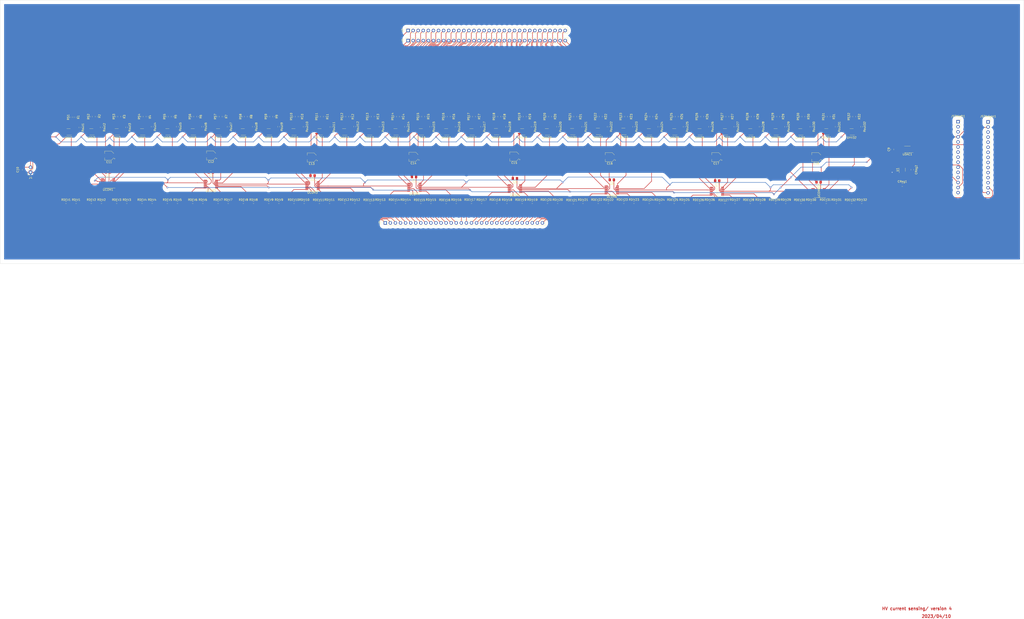
<source format=kicad_pcb>
(kicad_pcb (version 20211014) (generator pcbnew)
  (layers (0 "F.Cu" signal) (31 "B.Cu" signal) (34 "B.Paste" user) (35 "F.Paste" user) (36 "B.SilkS" user "B.Silkscreen") (37 "F.SilkS" user "F.Silkscreen") (38 "B.Mask" user) (39 "F.Mask" user) (44 "Edge.Cuts" user))
  (net 0 "")
  (net 1 "/+3.3V")
  (net 2 "GND")
  (net 3 "+48V")
  (net 4 "+3V3")
  (net 5 "Net-(J1-Pad1)")
  (net 6 "Net-(J1-Pad2)")
  (net 7 "Net-(J1-Pad3)")
  (net 8 "Net-(J1-Pad4)")
  (net 9 "Net-(J1-Pad5)")
  (net 10 "Net-(J1-Pad6)")
  (net 11 "Net-(J1-Pad7)")
  (net 12 "Net-(J1-Pad8)")
  (net 13 "Net-(J1-Pad9)")
  (net 14 "Net-(J1-Pad10)")
  (net 15 "Net-(J1-Pad11)")
  (net 16 "Net-(J1-Pad12)")
  (net 17 "Net-(J1-Pad13)")
  (net 18 "Net-(J1-Pad14)")
  (net 19 "Net-(J1-Pad15)")
  (net 20 "Net-(J1-Pad16)")
  (net 21 "Net-(J1-Pad17)")
  (net 22 "Net-(J1-Pad18)")
  (net 23 "Net-(J1-Pad19)")
  (net 24 "Net-(J1-Pad20)")
  (net 25 "Net-(J1-Pad21)")
  (net 26 "Net-(J1-Pad22)")
  (net 27 "Net-(J1-Pad23)")
  (net 28 "Net-(J1-Pad24)")
  (net 29 "Net-(J1-Pad25)")
  (net 30 "Net-(J1-Pad26)")
  (net 31 "Net-(J1-Pad27)")
  (net 32 "Net-(J1-Pad28)")
  (net 33 "Net-(J1-Pad29)")
  (net 34 "Net-(J1-Pad30)")
  (net 35 "Net-(J1-Pad31)")
  (net 36 "Net-(J1-Pad32)")
  (net 37 "Net-(J2-Pad1)")
  (net 38 "Net-(J2-Pad2)")
  (net 39 "Net-(J2-Pad3)")
  (net 40 "Net-(J2-Pad4)")
  (net 41 "Net-(J2-Pad5)")
  (net 42 "Net-(J2-Pad6)")
  (net 43 "Net-(J2-Pad7)")
  (net 44 "Net-(J2-Pad8)")
  (net 45 "Net-(J2-Pad9)")
  (net 46 "Net-(J2-Pad10)")
  (net 47 "Net-(J2-Pad11)")
  (net 48 "Net-(J2-Pad12)")
  (net 49 "Net-(J2-Pad13)")
  (net 50 "Net-(J2-Pad14)")
  (net 51 "Net-(J2-Pad15)")
  (net 52 "Net-(J2-Pad16)")
  (net 53 "Net-(J2-Pad17)")
  (net 54 "Net-(J2-Pad18)")
  (net 55 "Net-(J2-Pad19)")
  (net 56 "Net-(J2-Pad20)")
  (net 57 "Net-(J2-Pad21)")
  (net 58 "Net-(J2-Pad22)")
  (net 59 "Net-(J2-Pad23)")
  (net 60 "Net-(J2-Pad24)")
  (net 61 "Net-(J2-Pad25)")
  (net 62 "Net-(J2-Pad26)")
  (net 63 "Net-(J2-Pad27)")
  (net 64 "Net-(J2-Pad28)")
  (net 65 "Net-(J2-Pad29)")
  (net 66 "Net-(J2-Pad30)")
  (net 67 "Net-(J2-Pad31)")
  (net 68 "Net-(J2-Pad32)")
  (net 69 "Net-(J3-Pad1)")
  (net 70 "Net-(J3-Pad2)")
  (net 71 "Net-(J3-Pad3)")
  (net 72 "Net-(J3-Pad4)")
  (net 73 "Net-(J3-Pad5)")
  (net 74 "Net-(J3-Pad6)")
  (net 75 "Net-(J3-Pad7)")
  (net 76 "Net-(J3-Pad8)")
  (net 77 "Net-(J3-Pad9)")
  (net 78 "Net-(J3-Pad10)")
  (net 79 "Net-(J3-Pad11)")
  (net 80 "Net-(J3-Pad12)")
  (net 81 "Net-(J3-Pad13)")
  (net 82 "Net-(J3-Pad14)")
  (net 83 "Net-(J3-Pad15)")
  (net 84 "Net-(J3-Pad16)")
  (net 85 "Net-(J3-Pad17)")
  (net 86 "Net-(J3-Pad18)")
  (net 87 "Net-(J3-Pad19)")
  (net 88 "Net-(J3-Pad20)")
  (net 89 "Net-(J3-Pad21)")
  (net 90 "Net-(J3-Pad22)")
  (net 91 "Net-(J3-Pad23)")
  (net 92 "Net-(J3-Pad24)")
  (net 93 "Net-(J3-Pad25)")
  (net 94 "Net-(J3-Pad26)")
  (net 95 "Net-(J3-Pad27)")
  (net 96 "Net-(J3-Pad28)")
  (net 97 "Net-(J3-Pad29)")
  (net 98 "Net-(J3-Pad30)")
  (net 99 "Net-(J3-Pad31)")
  (net 100 "Net-(J3-Pad32)")
  (net 112 "Net-(JSTMleft1-Pad13)")
  (net 113 "Net-(JSTMleft1-Pad14)")
  (net 127 "Net-(JSTMright1-Pad15)")
  (net 128 "Net-(R1-Pad1)")
  (net 129 "Net-(R2-Pad1)")
  (net 130 "Net-(R3-Pad1)")
  (net 131 "Net-(R4-Pad1)")
  (net 132 "Net-(R5-Pad1)")
  (net 133 "Net-(R6-Pad1)")
  (net 134 "Net-(R7-Pad1)")
  (net 135 "Net-(R8-Pad1)")
  (net 136 "Net-(R9-Pad1)")
  (net 137 "Net-(R10-Pad1)")
  (net 138 "Net-(R11-Pad1)")
  (net 139 "Net-(R12-Pad1)")
  (net 140 "Net-(R13-Pad1)")
  (net 141 "Net-(R14-Pad1)")
  (net 142 "Net-(R15-Pad1)")
  (net 143 "Net-(R16-Pad1)")
  (net 144 "Net-(R17-Pad1)")
  (net 145 "Net-(R18-Pad1)")
  (net 146 "Net-(R19-Pad1)")
  (net 147 "Net-(R20-Pad1)")
  (net 148 "Net-(R21-Pad1)")
  (net 149 "Net-(R22-Pad1)")
  (net 150 "Net-(R23-Pad1)")
  (net 151 "Net-(R24-Pad1)")
  (net 152 "Net-(R25-Pad1)")
  (net 153 "Net-(R26-Pad1)")
  (net 154 "Net-(R27-Pad1)")
  (net 155 "Net-(R28-Pad1)")
  (net 156 "Net-(R29-Pad1)")
  (net 157 "Net-(R30-Pad1)")
  (net 158 "Net-(R31-Pad1)")
  (net 159 "Net-(R32-Pad1)")
  (net 160 "Net-(RDIV1-Pad2)")
  (net 161 "Net-(RDIV2-Pad2)")
  (net 162 "Net-(RDIV3-Pad2)")
  (net 163 "Net-(RDIV4-Pad2)")
  (net 164 "Net-(RDIV5-Pad2)")
  (net 165 "Net-(RDIV6-Pad2)")
  (net 166 "Net-(RDIV7-Pad2)")
  (net 167 "Net-(RDIV8-Pad2)")
  (net 168 "Net-(RDIV9-Pad2)")
  (net 169 "Net-(RDIV10-Pad2)")
  (net 170 "Net-(RDIV11-Pad2)")
  (net 171 "Net-(RDIV12-Pad2)")
  (net 172 "Net-(RDIV13-Pad2)")
  (net 173 "Net-(RDIV14-Pad2)")
  (net 174 "Net-(RDIV15-Pad2)")
  (net 175 "Net-(RDIV16-Pad2)")
  (net 176 "Net-(RDIV17-Pad2)")
  (net 177 "Net-(RDIV18-Pad2)")
  (net 178 "Net-(RDIV19-Pad2)")
  (net 179 "Net-(RDIV20-Pad2)")
  (net 180 "Net-(RDIV21-Pad2)")
  (net 181 "Net-(RDIV22-Pad2)")
  (net 182 "Net-(RDIV23-Pad2)")
  (net 183 "Net-(RDIV24-Pad2)")
  (net 184 "Net-(RDIV25-Pad2)")
  (net 185 "Net-(RDIV26-Pad2)")
  (net 186 "Net-(RDIV27-Pad2)")
  (net 187 "Net-(RDIV28-Pad2)")
  (net 188 "Net-(RDIV29-Pad2)")
  (net 189 "Net-(RDIV30-Pad2)")
  (net 190 "Net-(RDIV31-Pad2)")
  (net 191 "Net-(RDIV32-Pad2)")
  (net 192 "Net-(Rout1-Pad2)")
  (net 193 "Net-(Rout2-Pad2)")
  (net 194 "Net-(Rout3-Pad2)")
  (net 195 "Net-(Rout4-Pad2)")
  (net 196 "Net-(Rout5-Pad2)")
  (net 197 "Net-(Rout6-Pad2)")
  (net 198 "Net-(Rout7-Pad2)")
  (net 199 "Net-(Rout8-Pad2)")
  (net 200 "Net-(Rout9-Pad2)")
  (net 201 "Net-(Rout10-Pad2)")
  (net 202 "Net-(Rout11-Pad2)")
  (net 203 "Net-(Rout12-Pad2)")
  (net 204 "Net-(Rout13-Pad2)")
  (net 205 "Net-(Rout14-Pad2)")
  (net 206 "Net-(Rout15-Pad2)")
  (net 207 "Net-(Rout16-Pad2)")
  (net 208 "Net-(Rout17-Pad2)")
  (net 209 "Net-(Rout18-Pad2)")
  (net 210 "Net-(Rout19-Pad2)")
  (net 211 "Net-(Rout20-Pad2)")
  (net 212 "Net-(Rout21-Pad2)")
  (net 213 "Net-(Rout22-Pad2)")
  (net 214 "Net-(Rout23-Pad2)")
  (net 215 "Net-(Rout24-Pad2)")
  (net 216 "Net-(Rout25-Pad2)")
  (net 217 "Net-(Rout26-Pad2)")
  (net 218 "Net-(Rout27-Pad2)")
  (net 219 "Net-(Rout28-Pad2)")
  (net 220 "Net-(Rout29-Pad2)")
  (net 221 "Net-(Rout30-Pad2)")
  (net 222 "Net-(Rout31-Pad2)")
  (net 223 "Net-(Rout32-Pad2)")
  (net 225 "Net-(UCOM1-Pad10)")
  (footprint "Resistor_SMD:R_0603_1608Metric_Pad0.98x0.95mm_HandSolder" (layer "F.Cu") (at 381 152.4 90)
    (fp_text reference "RS25")
    (fp_text value "1")
  )
  (footprint "Resistor_SMD:R_0603_1608Metric_Pad0.98x0.95mm_HandSolder" (layer "F.Cu") (at 129.54 152.4 90)
    (fp_text reference "R5")
    (fp_text value "150")
  )
  (footprint "Resistor_SMD:R_0603_1608Metric_Pad0.98x0.95mm_HandSolder" (layer "F.Cu") (at 462.28 195.58)
    (fp_text reference "RDIV31")
    (fp_text value "330")
  )
  (footprint "Resistor_SMD:R_0603_1608Metric_Pad0.98x0.95mm_HandSolder" (layer "F.Cu") (at 431.8 152.4 90)
    (fp_text reference "RS29")
    (fp_text value "1")
  )
  (footprint "Resistor_SMD:R_0603_1608Metric_Pad0.98x0.95mm_HandSolder" (layer "F.Cu") (at 104.14 152.4 90)
    (fp_text reference "R3")
    (fp_text value "150")
  )
  (footprint "Connector_PinSocket_2.54mm:PinSocket_1x32_P2.54mm_Vertical" (layer "F.Cu") (at 236.22 205.74 90)
    (fp_text reference "J3")
    (fp_text value "Conn_01x32_Female")
  )
  (footprint "Resistor_SMD:R_0603_1608Metric_Pad0.98x0.95mm_HandSolder" (layer "F.Cu") (at 106.68 195.58)
    (fp_text reference "RDIV3")
    (fp_text value "330")
  )
  (footprint "Resistor_SMD:R_0603_1608Metric_Pad0.98x0.95mm_HandSolder" (layer "F.Cu") (at 259.08 195.58)
    (fp_text reference "RDIV15")
    (fp_text value "330")
  )
  (footprint "Connector_PinSocket_2.54mm:PinSocket_1x32_P2.54mm_Vertical" (layer "F.Cu") (at 247.645 114.275 90)
    (fp_text reference "J1")
    (fp_text value "Conn_01x32_Female")
  )
  (footprint "Resistor_SMD:R_0603_1608Metric_Pad0.98x0.95mm_HandSolder" (layer "F.Cu") (at 114.3 195.58)
    (fp_text reference "RDEV4")
    (fp_text value "1k")
  )
  (footprint "Resistor_SMD:R_0603_1608Metric_Pad0.98x0.95mm_HandSolder" (layer "F.Cu") (at 360.68 157.48 -90)
    (fp_text reference "Rout23")
    (fp_text value "10k")
  )
  (footprint "Package_TO_SOT_SMD:TSOT-23-5_HandSoldering" (layer "F.Cu") (at 495.3 179.04 90)
    (fp_text reference "U1")
    (fp_text value "LK112M15TR")
  )
  (footprint "Resistor_SMD:R_0603_1608Metric_Pad0.98x0.95mm_HandSolder" (layer "F.Cu") (at 233.68 157.48 -90)
    (fp_text reference "Rout13")
    (fp_text value "10k")
  )
  (footprint "Resistor_SMD:R_0603_1608Metric_Pad0.98x0.95mm_HandSolder" (layer "F.Cu") (at 424.18 195.58)
    (fp_text reference "RDIV28")
    (fp_text value "330")
  )
  (footprint "Resistor_SMD:R_0603_1608Metric_Pad0.98x0.95mm_HandSolder" (layer "F.Cu") (at 88.9 195.58)
    (fp_text reference "RDEV2")
    (fp_text value "1k")
  )
  (footprint "Resistor_SMD:R_0603_1608Metric_Pad0.98x0.95mm_HandSolder" (layer "F.Cu") (at 182.88 157.48 -90)
    (fp_text reference "Rout9")
    (fp_text value "10k")
  )
  (footprint "Resistor_SMD:R_0603_1608Metric_Pad0.98x0.95mm_HandSolder" (layer "F.Cu") (at 406.4 195.58)
    (fp_text reference "RDEV27")
    (fp_text value "1k")
  )
  (footprint "Package_TO_SOT_SMD:SOT-23-5_HandSoldering" (layer "F.Cu") (at 203.2655 159.993499 180)
    (fp_text reference "UHV11")
    (fp_text value "LT6106")
  )
  (footprint "Resistor_SMD:R_0603_1608Metric_Pad0.98x0.95mm_HandSolder" (layer "F.Cu") (at 127 152.4 90)
    (fp_text reference "RS5")
    (fp_text value "1")
  )
  (footprint "Resistor_SMD:R_0603_1608Metric_Pad0.98x0.95mm_HandSolder" (layer "F.Cu") (at 215.9 152.4 90)
    (fp_text reference "RS12")
    (fp_text value "1")
  )
  (footprint "Resistor_SMD:R_0603_1608Metric_Pad0.98x0.95mm_HandSolder" (layer "F.Cu") (at 142.24 152.4 90)
    (fp_text reference "R6")
    (fp_text value "150")
  )
  (footprint "Resistor_SMD:R_0603_1608Metric_Pad0.98x0.95mm_HandSolder" (layer "F.Cu") (at 419.1 152.4 90)
    (fp_text reference "RS28")
    (fp_text value "1")
  )
  (footprint "Resistor_SMD:R_0603_1608Metric_Pad0.98x0.95mm_HandSolder" (layer "F.Cu") (at 157.48 157.48 -90)
    (fp_text reference "Rout7")
    (fp_text value "10k")
  )
  (footprint "Resistor_SMD:R_0603_1608Metric_Pad0.98x0.95mm_HandSolder" (layer "F.Cu") (at 154.94 152.4 90)
    (fp_text reference "R7")
    (fp_text value "150")
  )
  (footprint "Resistor_SMD:R_0603_1608Metric_Pad0.98x0.95mm_HandSolder" (layer "F.Cu") (at 396.24 152.4 90)
    (fp_text reference "R26")
    (fp_text value "150")
  )
  (footprint "Resistor_SMD:R_0603_1608Metric_Pad0.98x0.95mm_HandSolder" (layer "F.Cu") (at 284.48 157.48 -90)
    (fp_text reference "Rout17")
    (fp_text value "10k")
  )
  (footprint "Resistor_SMD:R_0603_1608Metric_Pad0.98x0.95mm_HandSolder" (layer "F.Cu") (at 449.58 195.58)
    (fp_text reference "RDIV30")
    (fp_text value "330")
  )
  (footprint "Resistor_SMD:R_0603_1608Metric_Pad0.98x0.95mm_HandSolder" (layer "F.Cu") (at 345.44 152.4 90)
    (fp_text reference "R22")
    (fp_text value "150")
  )
  (footprint "Resistor_SMD:R_0603_1608Metric_Pad0.98x0.95mm_HandSolder" (layer "F.Cu") (at 332.74 152.4 90)
    (fp_text reference "R21")
    (fp_text value "150")
  )
  (footprint "Package_TO_SOT_SMD:SOT-23-5_HandSoldering" (layer "F.Cu") (at 228.069252 160.01731 180)
    (fp_text reference "UHV13")
    (fp_text value "LT6106")
  )
  (footprint "Resistor_SMD:R_0603_1608Metric_Pad0.98x0.95mm_HandSolder" (layer "F.Cu") (at 203.2 195.58)
    (fp_text reference "RDEV11")
    (fp_text value "1k")
  )
  (footprint "Resistor_SMD:R_0603_1608Metric_Pad0.98x0.95mm_HandSolder" (layer "F.Cu") (at 165.1 152.4 90)
    (fp_text reference "RS8")
    (fp_text value "1")
  )
  (footprint "Resistor_SMD:R_0603_1608Metric_Pad0.98x0.95mm_HandSolder" (layer "F.Cu") (at 419.1 195.58)
    (fp_text reference "RDEV28")
    (fp_text value "1k")
  )
  (footprint "Package_TO_SOT_SMD:SOT-23-5_HandSoldering" (layer "F.Cu") (at 254 160.02 180)
    (fp_text reference "UHV15")
    (fp_text value "LT6106")
  )
  (footprint "Package_SO:TSSOP-14_4.4x5mm_P0.65mm" (layer "F.Cu") (at 199.729495 187.065788 180)
    (fp_text reference "UCOM3")
    (fp_text value "LM339")
  )
  (footprint "Resistor_SMD:R_0603_1608Metric_Pad0.98x0.95mm_HandSolder" (layer "F.Cu") (at 383.54 152.4 90)
    (fp_text reference "R25")
    (fp_text value "150")
  )
  (footprint "Resistor_SMD:R_0603_1608Metric_Pad0.98x0.95mm_HandSolder" (layer "F.Cu") (at 444.5 195.58)
    (fp_text reference "RDEV30")
    (fp_text value "1k")
  )
  (footprint "Resistor_SMD:R_0603_1608Metric_Pad0.98x0.95mm_HandSolder" (layer "F.Cu") (at 281.94 152.4 90)
    (fp_text reference "R17")
    (fp_text value "150")
  )
  (footprint "Resistor_SMD:R_0603_1608Metric_Pad0.98x0.95mm_HandSolder" (layer "F.Cu") (at 434.34 152.4 90)
    (fp_text reference "R29")
    (fp_text value "150")
  )
  (footprint "Resistor_SMD:R_0603_1608Metric_Pad0.98x0.95mm_HandSolder" (layer "F.Cu") (at 381 195.58)
    (fp_text reference "RDEV25")
    (fp_text value "1k")
  )
  (footprint "Resistor_SMD:R_0603_1608Metric_Pad0.98x0.95mm_HandSolder" (layer "F.Cu") (at 190.5 152.4 90)
    (fp_text reference "RS10")
    (fp_text value "1")
  )
  (footprint "Resistor_SMD:R_0603_1608Metric_Pad0.98x0.95mm_HandSolder" (layer "F.Cu") (at 459.74 152.4 90)
    (fp_text reference "R31")
    (fp_text value "150")
  )
  (footprint "Resistor_SMD:R_0603_1608Metric_Pad0.98x0.95mm_HandSolder" (layer "F.Cu") (at 393.7 195.58)
    (fp_text reference "RDEV26")
    (fp_text value "1k")
  )
  (footprint "Package_TO_SOT_SMD:SOT-23-5_HandSoldering" (layer "F.Cu") (at 419.1 160.02 180)
    (fp_text reference "UHV28")
    (fp_text value "LT6106")
  )
  (footprint "Resistor_SMD:R_0603_1608Metric_Pad0.98x0.95mm_HandSolder" (layer "F.Cu") (at 431.8 195.58)
    (fp_text reference "RDEV29")
    (fp_text value "1k")
  )
  (footprint "Resistor_SMD:R_0603_1608Metric_Pad0.98x0.95mm_HandSolder" (layer "F.Cu") (at 256.54 152.4 90)
    (fp_text reference "R15")
    (fp_text value "150")
  )
  (footprint "Resistor_SMD:R_0603_1608Metric_Pad0.98x0.95mm_HandSolder" (layer "F.Cu") (at 408.94 152.4 90)
    (fp_text reference "R27")
    (fp_text value "150")
  )
  (footprint "Resistor_SMD:R_0603_1608Metric_Pad0.98x0.95mm_HandSolder" (layer "F.Cu") (at 119.38 195.58)
    (fp_text reference "RDIV4")
    (fp_text value "330")
  )
  (footprint "Resistor_SMD:R_0603_1608Metric_Pad0.98x0.95mm_HandSolder" (layer "F.Cu") (at 358.14 152.4 90)
    (fp_text reference "R23")
    (fp_text value "150")
  )
  (footprint "Connector_PinSocket_2.54mm:PinSocket_1x15_P2.54mm_Vertical" (layer "F.Cu") (at 538.278368 155.082982)
    (fp_text reference "JSTMright1")
    (fp_text value "Conn_01x15_Female")
  )
  (footprint "Capacitor_SMD:CP_Elec_4x5.3" (layer "F.Cu") (at 402.06 172.72 180)
    (fp_text reference "C17")
    (fp_text value "1u")
  )
  (footprint "Resistor_SMD:R_0603_1608Metric_Pad0.98x0.95mm_HandSolder" (layer "F.Cu") (at 170.18 195.58)
    (fp_text reference "RDIV8")
    (fp_text value "330")
  )
  (footprint "Resistor_SMD:R_0603_1608Metric_Pad0.98x0.95mm_HandSolder" (layer "F.Cu") (at 373.38 157.48 -90)
    (fp_text reference "Rout24")
    (fp_text value "10k")
  )
  (footprint "Resistor_SMD:R_0603_1608Metric_Pad0.98x0.95mm_HandSolder" (layer "F.Cu") (at 462.28 157.48 -90)
    (fp_text reference "Rout31")
    (fp_text value "10k")
  )
  (footprint "Resistor_SMD:R_0603_1608Metric_Pad0.98x0.95mm_HandSolder" (layer "F.Cu") (at 279.4 195.58)
    (fp_text reference "RDEV17")
    (fp_text value "1k")
  )
  (footprint "Resistor_SMD:R_0603_1608Metric_Pad0.98x0.95mm_HandSolder" (layer "F.Cu") (at 127 195.58)
    (fp_text reference "RDEV5")
    (fp_text value "1k")
  )
  (footprint "Resistor_SMD:R_0603_1608Metric_Pad0.98x0.95mm_HandSolder" (layer "F.Cu") (at 208.28 195.58)
    (fp_text reference "RDIV11")
    (fp_text value "330")
  )
  (footprint "Resistor_SMD:R_0603_1608Metric_Pad0.98x0.95mm_HandSolder" (layer "F.Cu") (at 80.7575 152.7225 90)
    (fp_text reference "R1")
    (fp_text value "150")
  )
  (footprint "Resistor_SMD:R_0603_1608Metric_Pad0.98x0.95mm_HandSolder" (layer "F.Cu") (at 320.04 152.4 90)
    (fp_text reference "R20")
    (fp_text value "150")
  )
  (footprint "Resistor_SMD:R_0603_1608Metric_Pad0.98x0.95mm_HandSolder" (layer "F.Cu") (at 469.9 152.4 90)
    (fp_text reference "RS32")
    (fp_text value "1")
  )
  (footprint "Resistor_SMD:R_0603_1608Metric_Pad0.98x0.95mm_HandSolder" (layer "F.Cu") (at 457.2 152.4 90)
    (fp_text reference "RS31")
    (fp_text value "1")
  )
  (footprint "Capacitor_SMD:CP_Elec_4x5.3" (layer "F.Cu") (at 452.12 172.72 180)
    (fp_text reference "C18")
    (fp_text value "1u")
  )
  (footprint "Resistor_SMD:R_0603_1608Metric_Pad0.98x0.95mm_HandSolder" (layer "F.Cu") (at 93.98 195.58)
    (fp_text reference "RDIV2")
    (fp_text value "330")
  )
  (footprint "Resistor_SMD:R_0603_1608Metric_Pad0.98x0.95mm_HandSolder" (layer "F.Cu") (at 284.48 195.58)
    (fp_text reference "RDIV17")
    (fp_text value "330")
  )
  (footprint "Resistor_SMD:R_0603_1608Metric_Pad0.98x0.95mm_HandSolder" (layer "F.Cu") (at 190.5 195.58)
    (fp_text reference "RDEV10")
    (fp_text value "1k")
  )
  (footprint "Resistor_SMD:R_0603_1608Metric_Pad0.98x0.95mm_HandSolder" (layer "F.Cu") (at 469.9 195.58)
    (fp_text reference "RDEV32")
    (fp_text value "1k")
  )
  (footprint "Package_SO:TSSOP-14_4.4x5mm_P0.65mm" (layer "F.Cu") (at 148.802165 186.266524 180)
    (fp_text reference "UCOM2")
    (fp_text value "LM339")
  )
  (footprint "Resistor_SMD:R_0603_1608Metric_Pad0.98x0.95mm_HandSolder" (layer "F.Cu") (at 398.78 195.58)
    (fp_text reference "RDIV26")
    (fp_text value "330")
  )
  (footprint "Resistor_SMD:R_0603_1608Metric_Pad0.98x0.95mm_HandSolder" (layer "F.Cu") (at 309.88 157.48 -90)
    (fp_text reference "Rout19")
    (fp_text value "10k")
  )
  (footprint "Resistor_SMD:R_0603_1608Metric_Pad0.98x0.95mm_HandSolder" (layer "F.Cu") (at 144.78 157.48 -90)
    (fp_text reference "Rout6")
    (fp_text value "10k")
  )
  (footprint "Resistor_SMD:R_0603_1608Metric_Pad0.98x0.95mm_HandSolder" (layer "F.Cu") (at 317.5 195.58)
    (fp_text reference "RDEV20")
    (fp_text value "1k")
  )
  (footprint "Resistor_SMD:R_0603_1608Metric_Pad0.98x0.95mm_HandSolder" (layer "F.Cu") (at 205.74 152.4 90)
    (fp_text reference "R11")
    (fp_text value "150")
  )
  (footprint "Resistor_SMD:R_0603_1608Metric_Pad0.98x0.95mm_HandSolder" (layer "F.Cu") (at 449.58 157.48 -90)
    (fp_text reference "Rout30")
    (fp_text value "10k")
  )
  (footprint "Resistor_SMD:R_0603_1608Metric_Pad0.98x0.95mm_HandSolder" (layer "F.Cu") (at 101.6 152.4 90)
    (fp_text reference "RS3")
    (fp_text value "1")
  )
  (footprint "Resistor_SMD:R_0603_1608Metric_Pad0.98x0.95mm_HandSolder" (layer "F.Cu") (at 292.1 152.4 90)
    (fp_text reference "RS18")
    (fp_text value "1")
  )
  (footprint "Resistor_SMD:R_0603_1608Metric_Pad0.98x0.95mm_HandSolder" (layer "F.Cu") (at 386.08 195.58)
    (fp_text reference "RDIV25")
    (fp_text value "330")
  )
  (footprint "Resistor_SMD:R_0603_1608Metric_Pad0.98x0.95mm_HandSolder" (layer "F.Cu") (at 304.8 152.4 90)
    (fp_text reference "RS19")
    (fp_text value "1")
  )
  (footprint "Resistor_SMD:R_0603_1608Metric_Pad0.98x0.95mm_HandSolder" (layer "F.Cu") (at 220.98 157.407761 -90)
    (fp_text reference "Rout12")
    (fp_text value "10k")
  )
  (footprint "Resistor_SMD:R_0603_1608Metric_Pad0.98x0.95mm_HandSolder" (layer "F.Cu") (at 241.3 152.4 90)
    (fp_text reference "RS14")
    (fp_text value "1")
  )
  (footprint "Package_TO_SOT_SMD:SOT-23-5_HandSoldering" (layer "F.Cu") (at 88.9 160.02 180)
    (fp_text reference "UHV2")
    (fp_text value "LT6106")
  )
  (footprint "Resistor_SMD:R_0603_1608Metric_Pad0.98x0.95mm_HandSolder" (layer "F.Cu") (at 91.44 152.4 90)
    (fp_text reference "R2")
    (fp_text value "150")
  )
  (footprint "Resistor_SMD:R_0603_1608Metric_Pad0.98x0.95mm_HandSolder" (layer "F.Cu") (at 279.4 152.4 90)
    (fp_text reference "RS17")
    (fp_text value "1")
  )
  (footprint "Connector_PinSocket_2.54mm:PinSocket_1x02_P2.54mm_Vertical" (layer "F.Cu") (at 58.42 180.34 180)
    (fp_text reference "J4")
    (fp_text value "Conn_01x02_Female")
  )
  (footprint "Resistor_SMD:R_0603_1608Metric_Pad0.98x0.95mm_HandSolder" (layer "F.Cu") (at 228.6 195.58)
    (fp_text reference "RDEV13")
    (fp_text value "1k")
  )
  (footprint "Package_TO_SOT_SMD:SOT-23-5_HandSoldering" (layer "F.Cu") (at 457.2 160.02 180)
    (fp_text reference "UHV31")
    (fp_text value "LT6106")
  )
  (footprint "Package_SO:TSSOP-14_4.4x5mm_P0.65mm" (layer "F.Cu") (at 250.816234 187.858942 180)
    (fp_text reference "UCOM4")
    (fp_text value "LM339")
  )
  (footprint "Resistor_SMD:R_0603_1608Metric_Pad0.98x0.95mm_HandSolder" (layer "F.Cu") (at 254 195.58)
    (fp_text reference "RDEV15")
    (fp_text value "1k")
  )
  (footprint "Package_TO_SOT_SMD:SOT-23-5_HandSoldering" (layer "F.Cu") (at 342.74015 159.873792 180)
    (fp_text reference "UHV22")
    (fp_text value "LT6106")
  )
  (footprint "Resistor_SMD:R_0603_1608Metric_Pad0.98x0.95mm_HandSolder" (layer "F.Cu") (at 309.88 195.58)
    (fp_text reference "RDIV19")
    (fp_text value "330")
  )
  (footprint "Resistor_SMD:R_0603_1608Metric_Pad0.98x0.95mm_HandSolder" (layer "F.Cu") (at 220.98 195.58)
    (fp_text reference "RDIV12")
    (fp_text value "330")
  )
  (footprint "Resistor_SMD:R_0603_1608Metric_Pad0.98x0.95mm_HandSolder" (layer "F.Cu") (at 297.18 195.58)
    (fp_text reference "RDIV18")
    (fp_text value "330")
  )
  (footprint "Resistor_SMD:R_0603_1608Metric_Pad0.98x0.95mm_HandSolder" (layer "F.Cu") (at 88.9 152.4 90)
    (fp_text reference "RS2")
    (fp_text value "1")
  )
  (footprint "Resistor_SMD:R_0603_1608Metric_Pad0.98x0.95mm_HandSolder" (layer "F.Cu") (at 271.78 157.48 -90)
    (fp_text reference "Rout16")
    (fp_text value "10k")
  )
  (footprint "Package_TO_SOT_SMD:SOT-23-5_HandSoldering" (layer "F.Cu") (at 469.9 160.02 180)
    (fp_text reference "UHV32")
    (fp_text value "LT6106")
  )
  (footprint "Resistor_SMD:R_0603_1608Metric_Pad0.98x0.95mm_HandSolder" (layer "F.Cu") (at 474.98 195.58)
    (fp_text reference "RDIV32")
    (fp_text value "330")
  )
  (footprint "Resistor_SMD:R_0603_1608Metric_Pad0.98x0.95mm_HandSolder" (layer "F.Cu") (at 424.18 157.48 -90)
    (fp_text reference "Rout28")
    (fp_text value "10k")
  )
  (footprint "Resistor_SMD:R_0603_1608Metric_Pad0.98x0.95mm_HandSolder" (layer "F.Cu") (at 373.619125 195.579999)
    (fp_text reference "RDIV24")
    (fp_text value "330")
  )
  (footprint "Resistor_SMD:R_0603_1608Metric_Pad0.98x0.95mm_HandSolder" (layer "F.Cu") (at 342.9 195.58)
    (fp_text reference "RDEV22")
    (fp_text value "1k")
  )
  (footprint "Resistor_SMD:R_0603_1608Metric_Pad0.98x0.95mm_HandSolder" (layer "F.Cu") (at 246.38 195.58)
    (fp_text reference "RDIV14")
    (fp_text value "330")
  )
  (footprint "Resistor_SMD:R_0603_1608Metric_Pad0.98x0.95mm_HandSolder" (layer "F.Cu") (at 360.840968 195.498284)
    (fp_text reference "RDIV23")
    (fp_text value "330")
  )
  (footprint "Capacitor_SMD:C_0805_2012Metric_Pad1.18x1.45mm_HandSolder" (layer "F.Cu") (at 500.38 179.04 -90)
    (fp_text reference "CReg2")
    (fp_text value "1u")
  )
  (footprint "Resistor_SMD:R_0603_1608Metric_Pad0.98x0.95mm_HandSolder" (layer "F.Cu") (at 406.4 152.4 90)
    (fp_text reference "RS27")
    (fp_text value "1")
  )
  (footprint "Capacitor_SMD:C_0805_2012Metric_Pad1.18x1.45mm_HandSolder" (layer "F.Cu") (at 199.760899 182.016348 180)
    (fp_text reference "C3")
    (fp_text value "0.1u")
  )
  (footprint "Resistor_SMD:R_0603_1608Metric_Pad0.98x0.95mm_HandSolder" (layer "F.Cu") (at 322.58 195.58)
    (fp_text reference "RDIV20")
    (fp_text value "330")
  )
  (footprint "Resistor_SMD:R_0603_1608Metric_Pad0.98x0.95mm_HandSolder" (layer "F.Cu") (at 182.88 195.58)
    (fp_text reference "RDIV9")
    (fp_text value "330")
  )
  (footprint "Resistor_SMD:R_0603_1608Metric_Pad0.98x0.95mm_HandSolder" (layer "F.Cu") (at 231.14 152.4 90)
    (fp_text reference "R13")
    (fp_text value "150")
  )
  (footprint "Resistor_SMD:R_0603_1608Metric_Pad0.98x0.95mm_HandSolder" (layer "F.Cu") (at 393.7 152.4 90)
    (fp_text reference "RS26")
    (fp_text value "1")
  )
  (footprint "Resistor_SMD:R_0603_1608Metric_Pad0.98x0.95mm_HandSolder" (layer "F.Cu") (at 139.7 152.4 90)
    (fp_text reference "RS6")
    (fp_text value "1")
  )
  (footprint "Package_SO:TSSOP-14_4.4x5mm_P0.65mm" (layer "F.Cu") (at 402.369722 189.844529 180)
    (fp_text reference "UCOM7")
    (fp_text value "LM339")
  )
  (footprint "Package_TO_SOT_SMD:SOT-23-5_HandSoldering" (layer "F.Cu") (at 127 160.02 180)
    (fp_text reference "UHV5")
    (fp_text value "LT6106")
  )
  (footprint "Package_TO_SOT_SMD:SOT-23-5_HandSoldering" (layer "F.Cu") (at 431.8 160.02 180)
    (fp_text reference "UHV29")
    (fp_text value "LT6106")
  )
  (footprint "Resistor_SMD:R_0603_1608Metric_Pad0.98x0.95mm_HandSolder" (layer "F.Cu") (at 436.88 195.58)
    (fp_text reference "RDIV29")
    (fp_text value "330")
  )
  (footprint "Package_SO:TSSOP-14_4.4x5mm_P0.65mm" (layer "F.Cu") (at 453.326275 190.480646 180)
    (fp_text reference "UCOM8")
    (fp_text value "LM339")
  )
  (footprint "Package_TO_SOT_SMD:SOT-23-5_HandSoldering" (layer "F.Cu") (at 368.3 160.02 180)
    (fp_text reference "UHV24")
    (fp_text value "LT6106")
  )
  (footprint "Resistor_SMD:R_0603_1608Metric_Pad0.98x0.95mm_HandSolder" (layer "F.Cu") (at 347.98 157.48 -90)
    (fp_text reference "Rout22")
    (fp_text value "10k")
  )
  (footprint "Package_TO_SOT_SMD:SOT-23-5_HandSoldering" (layer "F.Cu") (at 444.154174 160.106918 180)
    (fp_text reference "UHV30")
    (fp_text value "LT6106")
  )
  (footprint "Capacitor_SMD:CP_Elec_4x5.3" (layer "F.Cu") (at 199.306425 172.87562 180)
    (fp_text reference "C13")
    (fp_text value "1u")
  )
  (footprint "Resistor_SMD:R_0603_1608Metric_Pad0.98x0.95mm_HandSolder" (layer "F.Cu") (at 132.08 195.58)
    (fp_text reference "RDIV5")
    (fp_text value "330")
  )
  (footprint "Resistor_SMD:R_0603_1608Metric_Pad0.98x0.95mm_HandSolder" (layer "F.Cu") (at 474.98 157.48 -90)
    (fp_text reference "Rout32")
    (fp_text value "10k")
  )
  (footprint "Package_TO_SOT_SMD:SOT-23-5_HandSoldering" (layer "F.Cu") (at 291.658379 159.962684 180)
    (fp_text reference "UHV18")
    (fp_text value "LT6106")
  )
  (footprint "Resistor_SMD:R_0603_1608Metric_Pad0.98x0.95mm_HandSolder" (layer "F.Cu") (at 330.428384 195.666077)
    (fp_text reference "RDEV21")
    (fp_text value "1k")
  )
  (footprint "Resistor_SMD:R_0603_1608Metric_Pad0.98x0.95mm_HandSolder" (layer "F.Cu") (at 81.28 195.58)
    (fp_text reference "RDIV1")
    (fp_text value "330")
  )
  (footprint "Capacitor_SMD:C_0805_2012Metric_Pad1.18x1.45mm_HandSolder" (layer "F.Cu") (at 97.22677 180.251273 180)
    (fp_text reference "C1")
    (fp_text value "0.1u")
  )
  (footprint "Resistor_SMD:R_0603_1608Metric_Pad0.98x0.95mm_HandSolder" (layer "F.Cu") (at 386.08 157.48 -90)
    (fp_text reference "Rout25")
    (fp_text value "10k")
  )
  (footprint "Resistor_SMD:R_0603_1608Metric_Pad0.98x0.95mm_HandSolder" (layer "F.Cu") (at 193.04 152.4 90)
    (fp_text reference "R10")
    (fp_text value "150")
  )
  (footprint "Resistor_SMD:R_0603_1608Metric_Pad0.98x0.95mm_HandSolder" (layer "F.Cu") (at 170.18 157.48 -90)
    (fp_text reference "Rout8")
    (fp_text value "10k")
  )
  (footprint "Resistor_SMD:R_0603_1608Metric_Pad0.98x0.95mm_HandSolder" (layer "F.Cu") (at 152.4 152.4 90)
    (fp_text reference "RS7")
    (fp_text value "1")
  )
  (footprint "Resistor_SMD:R_0603_1608Metric_Pad0.98x0.95mm_HandSolder" (layer "F.Cu") (at 355.6 152.4 90)
    (fp_text reference "RS23")
    (fp_text value "1")
  )
  (footprint "Resistor_SMD:R_0603_1608Metric_Pad0.98x0.95mm_HandSolder" (layer "F.Cu") (at 83.240644 157.854983 -90)
    (fp_text reference "Rout1")
    (fp_text value "10k")
  )
  (footprint "Capacitor_SMD:CP_Elec_4x5.3" (layer "F.Cu") (at 97.790944 171.987082 180)
    (fp_text reference "C11")
    (fp_text value "1u")
  )
  (footprint "Resistor_SMD:R_0603_1608Metric_Pad0.98x0.95mm_HandSolder" (layer "F.Cu") (at 139.7 195.58)
    (fp_text reference "RDEV6")
    (fp_text value "1k")
  )
  (footprint "Capacitor_SMD:C_0805_2012Metric_Pad1.18x1.45mm_HandSolder" (layer "F.Cu") (at 301.170175 183.428286 180)
    (fp_text reference "C5")
    (fp_text value "0.1u")
  )
  (footprint "Capacitor_SMD:C_0805_2012Metric_Pad1.18x1.45mm_HandSolder" (layer "F.Cu") (at 148.782388 180.279833 180)
    (fp_text reference "C2")
    (fp_text value "0.1u")
  )
  (footprint "Resistor_SMD:R_0603_1608Metric_Pad0.98x0.95mm_HandSolder" (layer "F.Cu") (at 457.2 195.58)
    (fp_text reference "RDEV31")
    (fp_text value "1k")
  )
  (footprint "Resistor_SMD:R_0603_1608Metric_Pad0.98x0.95mm_HandSolder" (layer "F.Cu") (at 119.38 157.48 -90)
    (fp_text reference "Rout4")
    (fp_text value "10k")
  )
  (footprint "Package_TO_SOT_SMD:SOT-23-5_HandSoldering" (layer "F.Cu") (at 393.7 160.02 180)
    (fp_text reference "UHV26")
    (fp_text value "LT6106")
  )
  (footprint "Connector_PinSocket_2.54mm:PinSocket_1x32_P2.54mm_Vertical" (layer "F.Cu") (at 247.645 109.22 90)
    (fp_text reference "J2")
    (fp_text value "Conn_01x32_Female")
  )
  (footprint "Resistor_SMD:R_0603_1608Metric_Pad0.98x0.95mm_HandSolder" (layer "F.Cu") (at 144.78 195.58)
    (fp_text reference "RDIV6")
    (fp_text value "330")
  )
  (footprint "Resistor_SMD:R_0603_1608Metric_Pad0.98x0.95mm_HandSolder" (layer "F.Cu") (at 93.98 157.8025 -90)
    (fp_text reference "Rout2")
    (fp_text value "10k")
  )
  (footprint "Package_TO_SOT_SMD:SOT-23-5_HandSoldering" (layer "F.Cu") (at 279.4 160.02 180)
    (fp_text reference "UHV17")
    (fp_text value "LT6106")
  )
  (footprint "Resistor_SMD:R_0603_1608Metric_Pad0.98x0.95mm_HandSolder" (layer "F.Cu") (at 294.64 152.4 90)
    (fp_text reference "R18")
    (fp_text value "150")
  )
  (footprint "Resistor_SMD:R_0603_1608Metric_Pad0.98x0.95mm_HandSolder" (layer "F.Cu") (at 292.1 195.58)
    (fp_text reference "RDEV18")
    (fp_text value "1k")
  )
  (footprint "Package_SO:TSSOP-14_4.4x5mm_P0.65mm" (layer "F.Cu") (at 97.255494 185.607319 180)
    (fp_text reference "UCOM1")
    (fp_text value "LM339")
  )
  (footprint "Package_TO_SOT_SMD:SOT-23-5_HandSoldering" (layer "F.Cu") (at 215.581608 160.097383 180)
    (fp_text reference "UHV12")
    (fp_text value "LT6106")
  )
  (footprint "Resistor_SMD:R_0603_1608Metric_Pad0.98x0.95mm_HandSolder" (layer "F.Cu") (at 101.6 195.58)
    (fp_text reference "RDEV3")
    (fp_text value "1k")
  )
  (footprint "Package_TO_SOT_SMD:SOT-23-5_HandSoldering" (layer "F.Cu") (at 177.8 160.02 180)
    (fp_text reference "UHV9")
    (fp_text value "LT6106")
  )
  (footprint "Package_TO_SOT_SMD:SOT-23-5_HandSoldering" (layer "F.Cu") (at 190.17074 160.028255 180)
    (fp_text reference "UHV10")
    (fp_text value "LT6106")
  )
  (footprint "Resistor_SMD:R_0603_1608Metric_Pad0.98x0.95mm_HandSolder" (layer "F.Cu") (at 271.78 195.58)
    (fp_text reference "RDIV16")
    (fp_text value "330")
  )
  (footprint "Package_TO_SOT_SMD:SOT-23-5_HandSoldering" (layer "F.Cu") (at 164.786259 160.039019 180)
    (fp_text reference "UHV8")
    (fp_text value "LT6106")
  )
  (footprint "Resistor_SMD:R_0603_1608Metric_Pad0.98x0.95mm_HandSolder" (layer "F.Cu") (at 307.34 152.4 90)
    (fp_text reference "R19")
    (fp_text value "150")
  )
  (footprint "Resistor_SMD:R_0603_1608Metric_Pad0.98x0.95mm_HandSolder" (layer "F.Cu") (at 269.24 152.4 90)
    (fp_text reference "R16")
    (fp_text value "150")
  )
  (footprint "Resistor_SMD:R_0603_1608Metric_Pad0.98x0.95mm_HandSolder" (layer "F.Cu") (at 259.08 157.48 -90)
    (fp_text reference "Rout15")
    (fp_text value "10k")
  )
  (footprint "Resistor_SMD:R_0603_1608Metric_Pad0.98x0.95mm_HandSolder" (layer "F.Cu") (at 241.3 195.58)
    (fp_text reference "RDEV14")
    (fp_text value "1k")
  )
  (footprint "Capacitor_SMD:CP_Elec_4x5.3" (layer "F.Cu") (at 300.821905 172.393019 180)
    (fp_text reference "C15")
    (fp_text value "1u")
  )
  (footprint "Resistor_SMD:R_0603_1608Metric_Pad0.98x0.95mm_HandSolder" (layer "F.Cu") (at 215.9 195.58)
    (fp_text reference "RDEV12")
    (fp_text value "1k")
  )
  (footprint "Resistor_SMD:R_0603_1608Metric_Pad0.98x0.95mm_HandSolder" (layer "F.Cu") (at 335.28 195.58)
    (fp_text reference "RDIV21")
    (fp_text value "330")
  )
  (footprint "Package_TO_SOT_SMD:SOT-23-5_HandSoldering" (layer "F.Cu") (at 304.8 160.02 180)
    (fp_text reference "UHV19")
    (fp_text value "LT6106")
  )
  (footprint "Resistor_SMD:R_0603_1608Metric_Pad0.98x0.95mm_HandSolder" (layer "F.Cu") (at 165.1 195.58)
    (fp_text reference "RDEV8")
    (fp_text value "1k")
  )
  (footprint "Resistor_SMD:R_0603_1608Metric_Pad0.98x0.95mm_HandSolder" (layer "F.Cu") (at 209.036161 157.612134 -90)
    (fp_text reference "Rout11")
    (fp_text value "10k")
  )
  (footprint "Resistor_SMD:R_0603_1608Metric_Pad0.98x0.95mm_HandSolder" (layer "F.Cu") (at 304.8 195.58)
    (fp_text reference "RDEV19")
    (fp_text value "1k")
  )
  (footprint "Capacitor_SMD:C_0805_2012Metric_Pad1.18x1.45mm_HandSolder" (layer "F.Cu") (at 250.605105 182.62833 180)
    (fp_text reference "C4")
    (fp_text value "0.1u")
  )
  (footprint "Resistor_SMD:R_0603_1608Metric_Pad0.98x0.95mm_HandSolder" (layer "F.Cu") (at 444.5 152.4 90)
    (fp_text reference "RS30")
    (fp_text value "1")
  )
  (footprint "Package_TO_SOT_SMD:SOT-23-5_HandSoldering" (layer "F.Cu") (at 101.6 160.02 180)
    (fp_text reference "UHV3")
    (fp_text value "LT6106")
  )
  (footprint "Capacitor_SMD:C_0805_2012Metric_Pad1.18x1.45mm_HandSolder" (layer "F.Cu") (at 495.3 186.66)
    (fp_text reference "CReg1")
    (fp_text value "1u")
  )
  (footprint "Resistor_SMD:R_0603_1608Metric_Pad0.98x0.95mm_HandSolder" (layer "F.Cu") (at 297.18 157.48 -90)
    (fp_text reference "Rout18")
    (fp_text value "10k")
  )
  (footprint "Resistor_SMD:R_0603_1608Metric_Pad0.98x0.95mm_HandSolder" (layer "F.Cu") (at 195.58 195.58)
    (fp_text reference "RDIV10")
    (fp_text value "330")
  )
  (footprint "Resistor_SMD:R_0603_1608Metric_Pad0.98x0.95mm_HandSolder" (layer "F.Cu") (at 436.88 157.48 -90)
    (fp_text reference "Rout29")
    (fp_text value "10k")
  )
  (footprint "Capacitor_SMD:CP_Elec_4x5.3" (layer "F.Cu") (at 348.72 172.72 180)
    (fp_text reference "C16")
    (fp_text value "1u")
  )
  (footprint "Resistor_SMD:R_0603_1608Metric_Pad0.98x0.95mm_HandSolder" (layer "F.Cu") (at 116.84 152.4 90)
    (fp_text reference "R4")
    (fp_text value "150")
  )
  (footprint "Capacitor_SMD:C_0805_2012Metric_Pad1.18x1.45mm_HandSolder" (layer "F.Cu") (at 402.534794 184.57721 180)
    (fp_text reference "C7")
    (fp_text value "0.1u")
  )
  (footprint "Resistor_SMD:R_0603_1608Metric_Pad0.98x0.95mm_HandSolder" (layer "F.Cu") (at 106.68 157.8025 -90)
    (fp_text reference "Rout3")
    (fp_text value "10k")
  )
  (footprint "Resistor_SMD:R_0603_1608Metric_Pad0.98x0.95mm_HandSolder" (layer "F.Cu") (at 266.7 152.4 90)
    (fp_text reference "RS16")
    (fp_text value "1")
  )
  (footprint "Resistor_SMD:R_0603_1608Metric_Pad0.98x0.95mm_HandSolder" (layer "F.Cu") (at 368.470219 195.522922)
    (fp_text reference "RDEV24")
    (fp_text value "1k")
  )
  (footprint "Capacitor_SMD:C_0805_2012Metric_Pad1.18x1.45mm_HandSolder" (layer "F.Cu") (at 53.642535 179.083766 90)
    (fp_text reference "C10")
    (fp_text value "0.1u")
  )
  (footprint "Resistor_SMD:R_0603_1608Metric_Pad0.98x0.95mm_HandSolder" (layer "F.Cu") (at 246.38 157.48 -90)
    (fp_text reference "Rout14")
    (fp_text value "10k")
  )
  (footprint "Resistor_SMD:R_0603_1608Metric_Pad0.98x0.95mm_HandSolder" (layer "F.Cu") (at 330.2 152.4 90)
    (fp_text reference "RS21")
    (fp_text value "1")
  )
  (footprint "Resistor_SMD:R_0603_1608Metric_Pad0.98x0.95mm_HandSolder" (layer "F.Cu") (at 335.28 157.48 -90)
    (fp_text reference "Rout21")
    (fp_text value "10k")
  )
  (footprint "Resistor_SMD:R_0603_1608Metric_Pad0.98x0.95mm_HandSolder" (layer "F.Cu") (at 368.3 152.4 90)
    (fp_text reference "RS24")
    (fp_text value "1")
  )
  (footprint "Resistor_SMD:R_0603_1608Metric_Pad0.98x0.95mm_HandSolder" (layer "F.Cu") (at 177.8 195.58)
    (fp_text reference "RDEV9")
    (fp_text value "1k")
  )
  (footprint "Resistor_SMD:R_0603_1608Metric_Pad0.98x0.95mm_HandSolder" (layer "F.Cu") (at 78.74 152.7225 90)
    (fp_text reference "RS1")
    (fp_text value "1")
  )
  (footprint "Package_TO_SOT_SMD:SOT-23-5_HandSoldering" (layer "F.Cu") (at 381 160.02 180)
    (fp_text reference "UHV25")
    (fp_text value "LT6106")
  )
  (footprint "Resistor_SMD:R_0603_1608Metric_Pad0.98x0.95mm_HandSolder" (layer "F.Cu") (at 347.98 195.58)
    (fp_text reference "RDIV22")
    (fp_text value "330")
  )
  (footprint "Resistor_SMD:R_0603_1608Metric_Pad0.98x0.95mm_HandSolder" (layer "F.Cu") (at 114.3 152.4 90)
    (fp_text reference "RS4")
    (fp_text value "1")
  )
  (footprint "Resistor_SMD:R_0603_1608Metric_Pad0.98x0.95mm_HandSolder" (layer "F.Cu") (at 218.44 152.4 90)
    (fp_text reference "R12")
    (fp_text value "150")
  )
  (footprint "Resistor_SMD:R_0603_1608Metric_Pad0.98x0.95mm_HandSolder" (layer "F.Cu") (at 447.04 152.4 90)
    (fp_text reference "R30")
    (fp_text value "150")
  )
  (footprint "Package_SO:TSSOP-14_4.4x5mm_P0.65mm" (layer "F.Cu") (at 301.170175 188.508286 180)
    (fp_text reference "UCOM5")
    (fp_text value "LM339")
  )
  (footprint "Resistor_SMD:R_0603_1608Metric_Pad0.98x0.95mm_HandSolder" (layer "F.Cu") (at 195.58 157.48 -90)
    (fp_text reference "Rout10")
    (fp_text value "10k")
  )
  (footprint "Resistor_SMD:R_0603_1608Metric_Pad0.98x0.95mm_HandSolder" (layer "F.Cu") (at 132.08 157.48 -90)
    (fp_text reference "Rout5")
    (fp_text value "10k")
  )
  (footprint "Package_TO_SOT_SMD:SOT-23-5_HandSoldering" (layer "F.Cu") (at 406.4 160.02 180)
    (fp_text reference "UHV27")
    (fp_text value "LT6106")
  )
  (footprint "Capacitor_SMD:CP_Elec_4x5.3" (layer "F.Cu") (at 250.32959 172.591007 180)
    (fp_text reference "C14")
    (fp_text value "1u")
  )
  (footprint "Capacitor_SMD:C_0805_2012Metric_Pad1.18x1.45mm_HandSolder" (layer "F.Cu") (at 490.22 168.88 90)
    (fp_text reference "C9")
    (fp_text value "1u")
  )
  (footprint "Capacitor_SMD:C_0805_2012Metric_Pad1.18x1.45mm_HandSolder" (layer "F.Cu") (at 453.34406 185.287883 180)
    (fp_text reference "C8")
    (fp_text value "0.1u")
  )
  (footprint "Resistor_SMD:R_0603_1608Metric_Pad0.98x0.95mm_HandSolder" (layer "F.Cu") (at 317.5 152.4 90)
    (fp_text reference "RS20")
    (fp_text value "1")
  )
  (footprint "Resistor_SMD:R_0603_1608Metric_Pad0.98x0.95mm_HandSolder" (layer "F.Cu") (at 266.7 195.58)
    (fp_text reference "RDEV16")
    (fp_text value "1k")
  )
  (footprint "Resistor_SMD:R_0603_1608Metric_Pad0.98x0.95mm_HandSolder" (layer "F.Cu") (at 370.84 152.4 90)
    (fp_text reference "R24")
    (fp_text value "150")
  )
  (footprint "Package_TO_SOT_SMD:SOT-23-5_HandSoldering" (layer "F.Cu") (at 355.513253 159.873792 180)
    (fp_text reference "UHV23")
    (fp_text value "LT6106")
  )
  (footprint "Resistor_SMD:R_0603_1608Metric_Pad0.98x0.95mm_HandSolder" (layer "F.Cu") (at 254 152.4 90)
    (fp_text reference "RS15")
    (fp_text value "1")
  )
  (footprint "Package_TO_SOT_SMD:SOT-23-5_HandSoldering" (layer "F.Cu") (at 329.834172 159.962684 180)
    (fp_text reference "UHV21")
    (fp_text value "LT6106")
  )
  (footprint "Resistor_SMD:R_0603_1608Metric_Pad0.98x0.95mm_HandSolder" (layer "F.Cu") (at 76.2 195.58)
    (fp_text reference "RDEV1")
    (fp_text value "1k")
  )
  (footprint "Resistor_SMD:R_0603_1608Metric_Pad0.98x0.95mm_HandSolder" (layer "F.Cu") (at 228.6 152.4 90)
    (fp_text reference "RS13")
    (fp_text value "1")
  )
  (footprint "Resistor_SMD:R_0603_1608Metric_Pad0.98x0.95mm_HandSolder" (layer "F.Cu") (at 243.84 152.4 90)
    (fp_text reference "R14")
    (fp_text value "150")
  )
  (footprint "Resistor_SMD:R_0603_1608Metric_Pad0.98x0.95mm_HandSolder" (layer "F.Cu") (at 472.44 152.4 90)
    (fp_text reference "R32")
    (fp_text value "150")
  )
  (footprint "Resistor_SMD:R_0603_1608Metric_Pad0.98x0.95mm_HandSolder" (layer "F.Cu") (at 411.48 195.58)
    (fp_text reference "RDIV27")
    (fp_text value "330")
  )
  (footprint "Capacitor_SMD:CP_Elec_4x5.3" (layer "F.Cu") (at 148.881886 171.876015 180)
    (fp_text reference "C12")
    (fp_text value "1u")
  )
  (footprint "Capacitor_SMD:C_0805_2012Metric_Pad1.18x1.45mm_HandSolder" (layer "F.Cu") (at 349.741642 184.123643 180)
    (fp_text reference "C6")
    (fp_text value "0.1u")
  )
  (footprint "Resistor_SMD:R_0603_1608Metric_Pad0.98x0.95mm_HandSolder" (layer "F.Cu") (at 355.760968 195.498284)
    (fp_text reference "RDEV23")
    (fp_text value "1k")
  )
  (footprint "Resistor_SMD:R_0603_1608Metric_Pad0.98x0.95mm_HandSolder" (layer "F.Cu") (at 180.34 152.4 90)
    (fp_text reference "R9")
    (fp_text value "150")
  )
  (footprint "Package_SO:MSOP-8_3x3mm_P0.65mm" (layer "F.Cu") (at 497.84 168.88 180)
    (fp_text reference "UDAC1")
    (fp_text value "MCP4921")
  )
  (footprint "Package_TO_SOT_SMD:SOT-23-5_HandSoldering" (layer "F.Cu") (at 241.3 160.02 180)
    (fp_text reference "UHV14")
    (fp_text value "LT6106")
  )
  (footprint "Package_TO_SOT_SMD:SOT-23-5_HandSoldering" (layer "F.Cu") (at 114.3 160.02 180)
    (fp_text reference "UHV4")
    (fp_text value "LT6106")
  )
  (footprint "Resistor_SMD:R_0603_1608Metric_Pad0.98x0.95mm_HandSolder" (layer "F.Cu") (at 421.64 152.4 90)
    (fp_text reference "R28")
    (fp_text value "150")
  )
  (footprint "Resistor_SMD:R_0603_1608Metric_Pad0.98x0.95mm_HandSolder" (layer "F.Cu") (at 398.78 157.48 -90)
    (fp_text reference "Rout26")
    (fp_text value "10k")
  )
  (footprint "Package_TO_SOT_SMD:SOT-23-5_HandSoldering" (layer "F.Cu") (at 266.7 160.02 180)
    (fp_text reference "UHV16")
    (fp_text value "LT6106")
  )
  (footprint "Resistor_SMD:R_0603_1608Metric_Pad0.98x0.95mm_HandSolder" (layer "F.Cu") (at 203.2 152.4 90)
    (fp_text reference "RS11")
    (fp_text value "1")
  )
  (footprint "Package_TO_SOT_SMD:SOT-23-5_HandSoldering" (layer "F.Cu") (at 152.4 160.02 180)
    (fp_text reference "UHV7")
    (fp_text value "LT6106")
  )
  (footprint "Resistor_SMD:R_0603_1608Metric_Pad0.98x0.95mm_HandSolder" (layer "F.Cu") (at 411.48 157.48 -90)
    (fp_text reference "Rout27")
    (fp_text value "10k")
  )
  (footprint "Resistor_SMD:R_0603_1608Metric_Pad0.98x0.95mm_HandSolder" (layer "F.Cu") (at 157.48 195.58)
    (fp_text reference "RDIV7")
    (fp_text value "330")
  )
  (footprint "Package_TO_SOT_SMD:SOT-23-5_HandSoldering" (layer "F.Cu") (at 317.156636 160.069473 180)
    (fp_text reference "UHV20")
    (fp_text value "LT6106")
  )
  (footprint "Connector_PinSocket_2.54mm:PinSocket_1x15_P2.54mm_Vertical" (layer "F.Cu") (at 523.24 154.97)
    (fp_text reference "JSTMleft1")
    (fp_text value "Conn_01x15_Female")
  )
  (footprint "Resistor_SMD:R_0603_1608Metric_Pad0.98x0.95mm_HandSolder" (layer "F.Cu") (at 167.64 152.4 90)
    (fp_text reference "R8")
    (fp_text value "150")
  )
  (footprint "Resistor_SMD:R_0603_1608Metric_Pad0.98x0.95mm_HandSolder" (layer "F.Cu") (at 233.68 195.58)
    (fp_text reference "RDIV13")
    (fp_text value "330")
  )
  (footprint "Package_TO_SOT_SMD:SOT-23-5_HandSoldering" (layer "F.Cu") (at 77.49323 160.040619 180)
    (fp_text reference "UHV1")
    (fp_text value "LT6106")
  )
  (footprint "Package_SO:TSSOP-14_4.4x5mm_P0.65mm" (layer "F.Cu") (at 349.726039 189.173083 180)
    (fp_text reference "UCOM6")
    (fp_text value "LM339")
  )
  (footprint "Resistor_SMD:R_0603_1608Metric_Pad0.98x0.95mm_HandSolder" (layer "F.Cu") (at 322.58 157.48 -90)
    (fp_text reference "Rout20")
    (fp_text value "10k")
  )
  (footprint "Resistor_SMD:R_0603_1608Metric_Pad0.98x0.95mm_HandSolder" (layer "F.Cu") (at 177.8 152.4 90)
    (fp_text reference "RS9")
    (fp_text value "1")
  )
  (footprint "Resistor_SMD:R_0603_1608Metric_Pad0.98x0.95mm_HandSolder" (layer "F.Cu") (at 152.4 195.58)
    (fp_text reference "RDEV7")
    (fp_text value "1k")
  )
  (footprint "Resistor_SMD:R_0603_1608Metric_Pad0.98x0.95mm_HandSolder" (layer "F.Cu") (at 342.9 152.4 90)
    (fp_text reference "RS22")
    (fp_text value "1")
  )
  (footprint "Package_TO_SOT_SMD:SOT-23-5_HandSoldering" (layer "F.Cu") (at 139.7 160.02 180)
    (fp_text reference "UHV6")
    (fp_text value "LT6106")
  )
  (gr_rect (start 43.18 93.98) (end 556.26 226.06) (layer "Edge.Cuts") (width 0.1) (fill none))
  (gr_text "2023/04/10\n" (at 512.358956 403.008777) (layer "F.Cu") (effects (font (size 1.5 1.5) (thickness 0.3))))
  (gr_text "HV current sensing/ version 4\n" (at 502.622189 399.156869) (layer "F.Cu") (effects (font (size 1.5 1.5) (thickness 0.3))))
  (segment (start 303.273659 189.158286) (end 304.032675 189.158286) (width 0.25) (layer "F.Cu") (net 1))
  (segment (start 98.26427 180.251273) (end 97.768268 180.747275) (width 0.25) (layer "F.Cu") (net 1))
  (segment (start 152.352526 186.916524) (end 151.664665 186.916524) (width 0.25) (layer "F.Cu") (net 1))
  (segment (start 252.078006 188.508942) (end 253.678734 188.508942) (width 0.25) (layer "F.Cu") (net 1))
  (segment (start 351.900678 189.823083) (end 352.588539 189.823083) (width 0.25) (layer "F.Cu") (net 1))
  (segment (start 100.117994 186.257319) (end 125.297319 186.257319) (width 0.25) (layer "F.Cu") (net 1))
  (segment (start 491.5825 168.555) (end 495.7275 168.555) (width 0.25) (layer "F.Cu") (net 1))
  (segment (start 404.538227 190.494529) (end 405.232222 190.494529) (width 0.25) (layer "F.Cu") (net 1))
  (segment (start 98.327067 186.257319) (end 100.117994 186.257319) (width 0.25) (layer "F.Cu") (net 1))
  (segment (start 482.8625 169.9175) (end 490.22 169.9175) (width 0.25) (layer "F.Cu") (net 1))
  (segment (start 495.7275 168.555) (end 497.889639 168.555) (width 0.25) (layer "F.Cu") (net 1))
  (segment (start 278.757503 189.295305) (end 278.09662 188.634422) (width 0.25) (layer "F.Cu") (net 1))
  (segment (start 228.898631 187.841268) (end 203.2 187.841268) (width 0.25) (layer "F.Cu") (net 1))
  (segment (start 251.642605 182.62833) (end 251.642605 188.073541) (width 0.25) (layer "F.Cu") (net 1))
  (segment (start 454.66 185.009443) (end 454.38156 185.287883) (width 0.25) (layer "F.Cu") (net 1))
  (segment (start 302.207675 183.428286) (end 302.207675 188.092302) (width 0.25) (layer "F.Cu") (net 1))
  (segment (start 490.22 169.9175) (end 491.5825 168.555) (width 0.25) (layer "F.Cu") (net 1))
  (segment (start 499.9525 169.855) (end 499.9525 177.575) (width 0.25) (layer "F.Cu") (net 1))
  (segment (start 200.798399 187.147991) (end 201.366196 187.715788) (width 0.25) (layer "F.Cu") (net 1))
  (segment (start 403.572294 189.528596) (end 404.538227 190.494529) (width 0.25) (layer "F.Cu") (net 1))
  (segment (start 477.52 175.26) (end 482.8625 169.9175) (width 0.25) (layer "F.Cu") (net 1))
  (segment (start 380.908396 190.563846) (end 380.293113 189.948563) (width 0.25) (layer "F.Cu") (net 1))
  (segment (start 327.701022 189.032806) (end 304.089061 189.032806) (width 0.25) (layer "F.Cu") (net 1))
  (segment (start 152.553006 187.117004) (end 152.352526 186.916524) (width 0.25) (layer "F.Cu") (net 1))
  (segment (start 499.727989 178.654511) (end 495.674511 178.654511) (width 0.25) (layer "F.Cu") (net 1))
  (segment (start 350.779142 188.701547) (end 351.900678 189.823083) (width 0.25) (layer "F.Cu") (net 1))
  (segment (start 149.819888 185.759608) (end 150.976804 186.916524) (width 0.25) (layer "F.Cu") (net 1))
  (segment (start 302.207675 188.092302) (end 303.273659 189.158286) (width 0.25) (layer "F.Cu") (net 1))
  (segment (start 454.92671 191.130646) (end 456.188775 191.130646) (width 0.25) (layer "F.Cu") (net 1))
  (segment (start 125.297319 186.257319) (end 127 187.96) (width 0.25) (layer "F.Cu") (net 1))
  (segment (start 430.111863 190.494529) (end 405.232222 190.494529) (width 0.25) (layer "F.Cu") (net 1))
  (segment (start 499.9525 177.575) (end 500.38 178.0025) (width 0.25) (layer "F.Cu") (net 1))
  (segment (start 454.38156 185.287883) (end 454.38156 190.585496) (width 0.25) (layer "F.Cu") (net 1))
  (segment (start 97.691518 185.62177) (end 98.327067 186.257319) (width 0.25) (layer "F.Cu") (net 1))
  (segment (start 97.768268 180.747275) (end 97.768268 185.54502) (width 0.25) (layer "F.Cu") (net 1))
  (segment (start 454.38156 190.585496) (end 454.92671 191.130646) (width 0.25) (layer "F.Cu") (net 1))
  (segment (start 350.779142 184.123643) (end 350.779142 188.701547) (width 0.25) (layer "F.Cu") (net 1))
  (segment (start 230.152372 189.095009) (end 228.898631 187.841268) (width 0.25) (layer "F.Cu") (net 1))
  (segment (start 177.8 187.96) (end 176.957004 187.117004) (width 0.25) (layer "F.Cu") (net 1))
  (segment (start 201.366196 187.715788) (end 202.591995 187.715788) (width 0.25) (layer "F.Cu") (net 1))
  (segment (start 200.798399 182.016348) (end 200.798399 187.147991) (width 0.25) (layer "F.Cu") (net 1))
  (segment (start 454.66 177.8) (end 454.66 185.009443) (width 0.25) (layer "F.Cu") (net 1))
  (segment (start 430.982363 191.365029) (end 430.111863 190.494529) (width 0.25) (layer "F.Cu") (net 1))
  (segment (start 149.819888 180.279833) (end 149.819888 185.759608) (width 0.25) (layer "F.Cu") (net 1))
  (segment (start 278.09662 188.634422) (end 253.432857 188.634422) (width 0.25) (layer "F.Cu") (net 1))
  (segment (start 150.976804 186.916524) (end 151.664665 186.916524) (width 0.25) (layer "F.Cu") (net 1))
  (segment (start 497.889639 168.555) (end 499.189639 169.855) (width 0.25) (layer "F.Cu") (net 1))
  (segment (start 176.957004 187.117004) (end 152.553006 187.117004) (width 0.25) (layer "F.Cu") (net 1))
  (segment (start 495.674511 178.654511) (end 494.35 177.33) (width 0.25) (layer "F.Cu") (net 1))
  (segment (start 403.572294 184.57721) (end 403.572294 189.528596) (width 0.25) (layer "F.Cu") (net 1))
  (segment (start 499.189639 169.855) (end 499.9525 169.855) (width 0.25) (layer "F.Cu") (net 1))
  (segment (start 380.293113 189.948563) (end 353.40188 189.948563) (width 0.25) (layer "F.Cu") (net 1))
  (segment (start 97.768268 185.54502) (end 97.691518 185.62177) (width 0.25) (layer "F.Cu") (net 1))
  (segment (start 500.38 178.0025) (end 499.727989 178.654511) (width 0.25) (layer "F.Cu") (net 1))
  (segment (start 439.42 182.88) (end 434.34 187.96) (width 0.25) (layer "F.Cu") (net 1))
  (segment (start 251.642605 188.073541) (end 252.078006 188.508942) (width 0.25) (layer "F.Cu") (net 1))
  (segment (start 328.764705 190.096489) (end 327.701022 189.032806) (width 0.25) (layer "F.Cu") (net 1))
  (via (at 439.42 182.88) (size 0.8) (drill 0.4) (layers "F.Cu" "B.Cu") (net 1))
  (via (at 380.908396 190.563846) (size 0.8) (drill 0.4) (layers "F.Cu" "B.Cu") (net 1))
  (via (at 477.52 175.26) (size 0.8) (drill 0.4) (layers "F.Cu" "B.Cu") (net 1))
  (via (at 127 187.96) (size 0.8) (drill 0.4) (layers "F.Cu" "B.Cu") (net 1))
  (via (at 454.66 177.8) (size 0.8) (drill 0.4) (layers "F.Cu" "B.Cu") (net 1))
  (via (at 430.982363 191.365029) (size 0.8) (drill 0.4) (layers "F.Cu" "B.Cu") (net 1))
  (via (at 434.34 187.96) (size 0.8) (drill 0.4) (layers "F.Cu" "B.Cu") (net 1))
  (via (at 230.152372 189.095009) (size 0.8) (drill 0.4) (layers "F.Cu" "B.Cu") (net 1))
  (via (at 278.757503 189.295305) (size 0.8) (drill 0.4) (layers "F.Cu" "B.Cu") (net 1))
  (via (at 328.764705 190.096489) (size 0.8) (drill 0.4) (layers "F.Cu" "B.Cu") (net 1))
  (via (at 177.8 187.96) (size 0.8) (drill 0.4) (layers "F.Cu" "B.Cu") (net 1))
  (segment (start 381 190.5) (end 380.936154 190.563846) (width 0.25) (layer "B.Cu") (net 1))
  (segment (start 430.982363 191.317637) (end 430.982363 191.365029) (width 0.25) (layer "B.Cu") (net 1))
  (segment (start 380.596489 190.096489) (end 381 190.5) (width 0.25) (layer "B.Cu") (net 1))
  (segment (start 328.764705 190.096489) (end 380.596489 190.096489) (width 0.25) (layer "B.Cu") (net 1))
  (segment (start 430.18118 190.563846) (end 430.982363 191.365029) (width 0.25) (layer "B.Cu") (net 1))
  (segment (start 279.558687 190.096489) (end 328.764705 190.096489) (width 0.25) (layer "B.Cu") (net 1))
  (segment (start 229.017363 187.96) (end 230.152372 189.095009) (width 0.25) (layer "B.Cu") (net 1))
  (segment (start 230.352668 189.295305) (end 278.757503 189.295305) (width 0.25) (layer "B.Cu") (net 1))
  (segment (start 457.2 175.26) (end 454.66 177.8) (width 0.25) (layer "B.Cu") (net 1))
  (segment (start 444.5 177.8) (end 439.42 182.88) (width 0.25) (layer "B.Cu") (net 1))
  (segment (start 380.936154 190.563846) (end 380.908396 190.563846) (width 0.25) (layer "B.Cu") (net 1))
  (segment (start 230.152372 189.095009) (end 230.352668 189.295305) (width 0.25) (layer "B.Cu") (net 1))
  (segment (start 127 187.96) (end 177.8 187.96) (width 0.25) (layer "B.Cu") (net 1))
  (segment (start 177.8 187.96) (end 229.017363 187.96) (width 0.25) (layer "B.Cu") (net 1))
  (segment (start 477.52 175.26) (end 457.2 175.26) (width 0.25) (layer "B.Cu") (net 1))
  (segment (start 434.34 187.96) (end 430.982363 191.317637) (width 0.25) (layer "B.Cu") (net 1))
  (segment (start 454.66 177.8) (end 444.5 177.8) (width 0.25) (layer "B.Cu") (net 1))
  (segment (start 380.908396 190.563846) (end 430.18118 190.563846) (width 0.25) (layer "B.Cu") (net 1))
  (segment (start 278.757503 189.295305) (end 279.558687 190.096489) (width 0.25) (layer "B.Cu") (net 1))
  (segment (start 354.848468 194.828468) (end 354.848468 195.498284) (width 0.25) (layer "F.Cu") (net 2))
  (segment (start 197.506425 172.87562) (end 199.005999 171.376046) (width 0.25) (layer "F.Cu") (net 2))
  (segment (start 227.751461 195.541733) (end 229.035157 194.258037) (width 0.25) (layer "F.Cu") (net 2))
  (segment (start 216.26369 194.398383) (end 220.235145 194.398383) (width 0.25) (layer "F.Cu") (net 2))
  (segment (start 230.23019 160.01731) (end 229.419252 160.01731) (width 0.25) (layer "F.Cu") (net 2))
  (segment (start 115.65 160.02) (end 109.81 160.02) (width 0.25) (layer "F.Cu") (net 2))
  (segment (start 372.921038 194.224584) (end 373.667494 194.97104) (width 0.25) (layer "F.Cu") (net 2))
  (segment (start 216.931608 160.097383) (end 212.43391 160.097383) (width 0.25) (layer "F.Cu") (net 2))
  (segment (start 86.36 160.02) (end 83.282483 156.942483) (width 0.25) (layer "F.Cu") (net 2))
  (segment (start 436.851825 196.274968) (end 437.272862 196.696005) (width 0.25) (layer "F.Cu") (net 2))
  (segment (start 310.28188 196.713299) (end 315.600679 196.713299) (width 0.25) (layer "F.Cu") (net 2))
  (segment (start 402.2325 160.02) (end 398.78 156.5675) (width 0.25) (layer "F.Cu") (net 2))
  (segment (start 90.25 160.02) (end 86.36 160.02) (width 0.25) (layer "F.Cu") (net 2))
  (segment (start 87.18798 196.37952) (end 87.9875 195.58) (width 0.25) (layer "F.Cu") (net 2))
  (segment (start 255.35 160.02) (end 249.8325 160.02) (width 0.25) (layer "F.Cu") (net 2))
  (segment (start 107.109704 196.37952) (end 112.58798 196.37952) (width 0.25) (layer "F.Cu") (net 2))
  (segment (start 208.238203 195.088701) (end 208.238203 196.209057) (width 0.25) (layer "F.Cu") (net 2))
  (segment (start 407.75 160.02) (end 402.2325 160.02) (width 0.25) (layer "F.Cu") (net 2))
  (segment (start 81.38048 196.050296) (end 81.709704 196.37952) (width 0.25) (layer "F.Cu") (net 2))
  (segment (start 233.753068 195.004493) (end 233.753068 196.124849) (width 0.25) (layer "F.Cu") (net 2))
  (segment (start 157.48 156.5675) (end 157.48 157.094022) (width 0.25) (layer "F.Cu") (net 2))
  (segment (start 444.941403 194.308912) (end 448.912858 194.308912) (width 0.25) (layer "F.Cu") (net 2))
  (segment (start 321.914422 194.352778) (end 322.660878 195.099234) (width 0.25) (layer "F.Cu") (net 2))
  (segment (start 349.843083 189.823083) (end 354.848468 194.828468) (width 0.25) (layer "F.Cu") (net 2))
  (segment (start 271.78 157.094022) (end 268.854022 160.02) (width 0.25) (layer "F.Cu") (net 2))
  (segment (start 237.1325 160.02) (end 233.68 156.5675) (width 0.25) (layer "F.Cu") (net 2))
  (segment (start 240.48307 195.472122) (end 241.766766 194.188426) (width 0.25) (layer "F.Cu") (net 2))
  (segment (start 335.291376 195.042721) (end 335.291376 196.163077) (width 0.25) (layer "F.Cu") (net 2))
  (segment (start 248.52959 161.32291) (end 249.8325 160.02) (width 0.25) (layer "F.Cu") (net 2))
  (segment (start 287.875184 159.962684) (end 284.48 156.5675) (width 0.25) (layer "F.Cu") (net 2))
  (segment (start 170.979057 196.87126) (end 175.896946 196.87126) (width 0.25) (layer "F.Cu") (net 2))
  (segment (start 127.104616 194.562884) (end 131.4327 194.562884) (width 0.25) (layer "F.Cu") (net 2))
  (segment (start 233.68 156.5675) (end 230.23019 160.01731) (width 0.25) (layer "F.Cu") (net 2))
  (segment (start 95.080855 186.257319) (end 100.6875 191.863964) (width 0.25) (layer "F.Cu") (net 2))
  (segment (start 132.08 195.210184) (end 132.08 195.949816) (width 0.25) (layer "F.Cu") (net 2))
  (segment (start 452.925276 191.130646) (end 456.2875 194.49287) (width 0.25) (layer "F.Cu") (net 2))
  (segment (start 292.484177 194.324522) (end 296.455632 194.324522) (width 0.25) (layer "F.Cu") (net 2))
  (segment (start 436.88 156.5675) (end 436.88 157.094022) (width 0.25) (layer "F.Cu") (net 2))
  (segment (start 367.665887 195.50828) (end 368.949583 194.224584) (width 0.25) (layer "F.Cu") (net 2))
  (segment (start 249.8325 160.02) (end 246.38 156.5675) (width 0.25) (layer "F.Cu") (net 2))
  (segment (start 271.828068 196.264006) (end 272.041065 196.477003) (width 0.25) (layer "F.Cu") (net 2))
  (segment (start 494.2625 186.66) (end 493.700489 186.097989) (width 0.25) (layer "F.Cu") (net 2))
  (segment (start 271.78 156.5675) (end 271.78 157.094022) (width 0.25) (layer "F.Cu") (net 2))
  (segment (start 284.851347 196.656786) (end 290.170146 196.656786) (width 0.25) (layer "F.Cu") (net 2))
  (segment (start 297.623125 196.685043) (end 302.941924 196.685043) (width 0.25) (layer "F.Cu") (net 2))
  (segment (start 253.0875 195.58) (end 252.234727 194.727227) (width 0.25) (layer "F.Cu") (net 2))
  (segment (start 493.869081 178.909081) (end 494.216897 178.909081) (width 0.25) (layer "F.Cu") (net 2))
  (segment (start 59.594511 173.22335) (end 66.704556 166.113305) (width 0.25) (layer "F.Cu") (net 2))
  (segment (start 122.8325 160.02) (end 119.38 156.5675) (width 0.25) (layer "F.Cu") (net 2))
  (segment (start 419.512425 194.282341) (end 423.48388 194.282341) (width 0.25) (layer "F.Cu") (net 2))
  (segment (start 364.1325 160.02) (end 360.68 156.5675) (width 0.25) (layer "F.Cu") (net 2))
  (segment (start 341.031212 196.656786) (end 342.02753 195.660468) (width 0.25) (layer "F.Cu") (net 2))
  (segment (start 125.28798 196.37952) (end 126.0875 195.58) (width 0.25) (layer "F.Cu") (net 2))
  (segment (start 144.041375 194.471559) (end 144.78 195.210184) (width 0.25) (layer "F.Cu") (net 2))
  (segment (start 234.174105 196.618558) (end 239.492904 196.618558) (width 0.25) (layer "F.Cu") (net 2))
  (segment (start 175.896946 196.87126) (end 176.993742 195.774465) (width 0.25) (layer "F.Cu") (net 2))
  (segment (start 53.861269 180.34) (end 58.42 180.34) (width 0.25) (layer "F.Cu") (net 2))
  (segment (start 493.700489 179.425489) (end 494.216897 178.909081) (width 0.25) (layer "F.Cu") (net 2))
  (segment (start 195.58 156.5675) (end 195.58 156.998995) (width 0.25) (layer "F.Cu") (net 2))
  (segment (start 160.951519 160.039019) (end 157.48 156.5675) (width 0.25) (layer "F.Cu") (net 2))
  (segment (start 275.2325 160.02) (end 271.78 156.5675) (width 0.25) (layer "F.Cu") (net 2))
  (segment (start 429.970172 196.642862) (end 430.96649 195.646544) (width 0.25) (layer "F.Cu") (net 2))
  (segment (start 436.105369 194.335484) (end 436.851825 195.08194) (width 0.25) (layer "F.Cu") (net 2))
  (segment (start 411.48 156.5675) (end 411.48 157.094022) (width 0.25) (layer "F.Cu") (net 2))
  (segment (start 95.990944 171.987082) (end 95.990944 180.052947) (width 0.25) (layer "F.Cu") (net 2))
  (segment (start 424.230336 195.028797) (end 424.230336 196.149153) (width 0.25) (layer "F.Cu") (net 2))
  (segment (start 280.75 160.02) (end 275.2325 160.02) (width 0.25) (layer "F.Cu") (net 2))
  (segment (start 478.945 156.5675) (end 490.22 167.8425) (width 0.25) (layer "F.Cu") (net 2))
  (segment (start 445.504174 160.106918) (end 440.419418 160.106918) (width 0.25) (layer "F.Cu") (net 2))
  (segment (start 169.033242 194.063426) (end 170.18 195.210184) (width 0.25) (layer "F.Cu") (net 2))
  (segment (start 309.860843 196.292262) (end 310.28188 196.713299) (width 0.25) (layer "F.Cu") (net 2))
  (segment (start 297.202088 196.264006) (end 297.623125 196.685043) (width 0.25) (layer "F.Cu") (net 2))
  (segment (start 423.48388 194.282341) (end 424.230336 195.028797) (width 0.25) (layer "F.Cu") (net 2))
  (segment (start 91.28 160.02) (end 90.25 160.02) (width 0.25) (layer "F.Cu") (net 2))
  (segment (start 317.942967 194.352778) (end 321.914422 194.352778) (width 0.25) (layer "F.Cu") (net 2))
  (segment (start 342.005035 195.608218) (end 343.288731 194.324522) (width 0.25) (layer "F.Cu") (net 2))
  (segment (start 386.100155 195.055368) (end 386.100155 196.175724) (width 0.25) (layer "F.Cu") (net 2))
  (segment (start 345.12015 159.873792) (end 344.09015 159.873792) (width 0.25) (layer "F.Cu") (net 2))
  (segment (start 229.419252 160.01731) (end 224.502049 160.01731) (width 0.25) (layer "F.Cu") (net 2))
  (segment (start 424.18 156.5675) (end 427.6325 160.02) (width 0.25) (layer "F.Cu") (net 2))
  (segment (start 93.98 157.32) (end 91.28 160.02) (width 0.25) (layer "F.Cu") (net 2))
  (segment (start 450.080351 196.669433) (end 455.39915 196.669433) (width 0.25) (layer "F.Cu") (net 2))
  (segment (start 462.307374 195.08194) (end 462.307374 196.202296) (width 0.25) (layer "F.Cu") (net 2))
  (segment (start 246.406015 194.85622) (end 246.406015 195.976576) (width 0.25) (layer "F.Cu") (net 2))
  (segment (start 81.709704 196.37952) (end 87.18798 196.37952) (width 0.25) (layer "F.Cu") (net 2))
  (segment (start 360.68 157.087045) (end 357.893253 159.873792) (width 0.25) (layer "F.Cu") (net 2))
  (segment (start 395.854022 160.02) (end 395.05 160.02) (width 0.25) (layer "F.Cu") (net 2))
  (segment (start 354.84596 195.587645) (end 356.129656 194.303949) (width 0.25) (layer "F.Cu") (net 2))
  (segment (start 265.826461 195.608218) (end 267.110157 194.324522) (width 0.25) (layer "F.Cu") (net 2))
  (segment (start 395.05 160.02) (end 389.5325 160.02) (width 0.25) (layer "F.Cu") (net 2))
  (segment (start 290.170146 196.656786) (end 291.166464 195.660468) (width 0.25) (layer "F.Cu") (net 2))
  (segment (start 449.659314 195.055368) (end 449.659314 196.175724) (width 0.25) (layer "F.Cu") (net 2))
  (segment (start 66.704556 166.113305) (end 72.774566 166.113305) (width 0.25) (layer "F.Cu") (net 2))
  (segment (start 418.228729 195.566037) (end 419.512425 194.282341) (width 0.25) (layer "F.Cu") (net 2))
  (segment (start 78.760619 160.040619) (end 78.84323 160.040619) (width 0.25) (layer "F.Cu") (net 2))
  (segment (start 353.746478 196.685043) (end 354.742796 195.688725) (width 0.25) (layer "F.Cu") (net 2))
  (segment (start 351.286292 159.873792) (end 346.92 164.240084) (width 0.25) (layer "F.Cu") (net 2))
  (segment (start 496.490361 169.205) (end 496.86452 169.579159) (width 0.25) (layer "F.Cu") (net 2))
  (segment (start 132.08 195.949816) (end 132.509704 196.37952) (width 0.25) (layer "F.Cu") (net 2))
  (segment (start 472.054022 160.02) (end 471.25 160.02) (width 0.25) (layer "F.Cu") (net 2))
  (segment (start 373.38 157.094022) (end 370.454022 160.02) (width 0.25) (layer "F.Cu") (net 2))
  (segment (start 65.58375 185.87625) (end 75.2875 195.58) (width 0.25) (layer "F.Cu") (net 2))
  (segment (start 347.260186 194.324522) (end 348.006642 195.070978) (width 0.25) (layer "F.Cu") (net 2))
  (segment (start 346.863539 189.823083) (end 349.843083 189.823083) (width 0.25) (layer "F.Cu") (net 2))
  (segment (start 348.427679 196.685043) (end 353.746478 196.685043) (width 0.25) (layer "F.Cu") (net 2))
  (segment (start 394.13659 194.282341) (end 398.108045 194.282341) (width 0.25) (layer "F.Cu") (net 2))
  (segment (start 76.520263 194.347237) (end 80.868751 194.347237) (width 0.25) (layer "F.Cu") (net 2))
  (segment (start 436.88 157.094022) (end 433.954022 160.02) (width 0.25) (layer "F.Cu") (net 2))
  (segment (start 446.534174 160.106918) (end 445.504174 160.106918) (width 0.25) (layer "F.Cu") (net 2))
  (segment (start 351.286292 159.873792) (end 347.98 156.5675) (width 0.25) (layer "F.Cu") (net 2))
  (segment (start 462.28 156.5675) (end 462.28 157.094022) (width 0.25) (layer "F.Cu") (net 2))
  (segment (start 78.74 160.02) (end 78.760619 160.040619) (width 0.25) (layer "F.Cu") (net 2))
  (segment (start 109.81 160.02) (end 106.68 156.89) (width 0.25) (layer "F.Cu") (net 2))
  (segment (start 527.978151 157.851849) (end 523.24 162.59) (width 0.25) (layer "F.Cu") (net 2))
  (segment (start 246.484677 196.12791) (end 246.905714 196.548947) (width 0.25) (layer "F.Cu") (net 2))
  (segment (start 376.8325 160.02) (end 373.38 156.5675) (width 0.25) (layer "F.Cu") (net 2))
  (segment (start 176.8875 195.58) (end 178.171196 194.296304) (width 0.25) (layer "F.Cu") (net 2))
  (segment (start 432.133914 194.335484) (end 436.105369 194.335484) (width 0.25) (layer "F.Cu") (net 2))
  (segment (start 132.08 157.094022) (end 129.154022 160.02) (width 0.25) (layer "F.Cu") (net 2))
  (segment (start 242.65 160.02) (end 237.1325 160.02) (width 0.25) (layer "F.Cu") (net 2))
  (segment (start 102.95 160.02) (end 97.11 160.02) (width 0.25) (layer "F.Cu") (net 2))
  (segment (start 197.506425 172.87562) (end 198.723399 174.092594) (width 0.25) (layer "F.Cu") (net 2))
  (segment (start 179.15 160.02) (end 173.6325 160.02) (width 0.25) (layer "F.Cu") (net 2))
  (segment (start 258.309833 194.381034) (end 259.056289 195.12749) (width 0.25) (layer "F.Cu") (net 2))
  (segment (start 204.6155 159.993499) (end 199.005999 159.993499) (width 0.25) (layer "F.Cu") (net 2))
  (segment (start 157.48 195.98398) (end 158.172815 196.676795) (width 0.25) (layer "F.Cu") (net 2))
  (segment (start 335.712413 196.656786) (end 341.031212 196.656786) (width 0.25) (layer "F.Cu") (net 2))
  (segment (start 116.454022 160.02) (end 115.65 160.02) (width 0.25) (layer "F.Cu") (net 2))
  (segment (start 152.848052 194.219448) (end 156.489264 194.219448) (width 0.25) (layer "F.Cu") (net 2))
  (segment (start 128.35 160.02) (end 122.8325 160.02) (width 0.25) (layer "F.Cu") (net 2))
  (segment (start 132.509704 196.37952) (end 137.98798 196.37952) (width 0.25) (layer "F.Cu") (net 2))
  (segment (start 361.268604 196.66447) (end 366.587403 196.66447) (width 0.25) (layer "F.Cu") (net 2))
  (segment (start 151.4875 195.58) (end 152.848052 194.219448) (width 0.25) (layer "F.Cu") (net 2))
  (segment (start 309.114387 194.352778) (end 309.860843 195.099234) (width 0.25) (layer "F.Cu") (net 2))
  (segment (start 151.589171 195.478329) (end 151.589171 191.878169) (width 0.25) (layer "F.Cu") (net 2))
  (segment (start 100.6875 191.863964) (end 100.6875 195.58) (width 0.25) (layer "F.Cu") (net 2))
  (segment (start 182.88 157.094022) (end 179.954022 160.02) (width 0.25) (layer "F.Cu") (net 2))
  (segment (start 208.65924 196.702766) (end 213.978039 196.702766) (width 0.25) (layer "F.Cu") (net 2))
  (segment (start 144.78 195.949816) (end 145.209704 196.37952) (width 0.25) (layer "F.Cu") (net 2))
  (segment (start 465.7325 160.02) (end 471.25 160.02) (width 0.25) (layer "F.Cu") (net 2))
  (segment (start 173.6325 160.02) (end 170.18 156.5675) (width 0.25) (layer "F.Cu") (net 2))
  (segment (start 495.7275 167.905) (end 501.0425 162.59) (width 0.25) (layer "F.Cu") (net 2))
  (segment (start 433.954022 160.02) (end 433.15 160.02) (width 0.25) (layer "F.Cu") (net 2))
  (segment (start 346.92 164.240084) (end 346.92 172.72) (width 0.25) (layer "F.Cu") (net 2))
  (segment (start 385.353699 194.308912) (end 386.100155 195.055368) (width 0.25) (layer "F.Cu") (net 2))
  (segment (start 202.236596 195.625941) (end 203.520292 194.342245) (width 0.25) (layer "F.Cu") (net 2))
  (segment (start 322.58 157.026109) (end 319.536636 160.069473) (width 0.25) (layer "F.Cu") (net 2))
  (segment (start 272.041065 196.477003) (end 277.775944 196.477003) (width 0.25) (layer "F.Cu") (net 2))
  (segment (start 386.08 157.094022) (end 383.154022 160.02) (width 0.25) (layer "F.Cu") (net 2))
  (segment (start 77.299876 160.288973) (end 77.54823 160.040619) (width 0.25) (layer "F.Cu") (net 2))
  (segment (start 495.7275 169.205) (end 496.490361 169.205) (width 0.25) (layer "F.Cu") (net 2))
  (segment (start 148.2325 160.02) (end 144.78 156.5675) (width 0.25) (layer "F.Cu") (net 2))
  (segment (start 402.2325 170.7475) (end 402.2325 160.02) (width 0.25) (layer "F.Cu") (net 2))
  (segment (start 182.904436 196.178445) (end 183.597251 196.87126) (width 0.25) (layer "F.Cu") (net 2))
  (segment (start 291.200481 195.608218) (end 292.484177 194.324522) (width 0.25) (layer "F.Cu") (net 2))
  (segment (start 147.081886 179.616831) (end 147.744888 180.279833) (width 0.25) (layer "F.Cu") (net 2))
  (segment (start 293.784816 159.962684) (end 293.008379 159.962684) (width 0.25) (layer "F.Cu") (net 2))
  (segment (start 80.163127 160.02) (end 78.74 160.02) (width 0.25) (layer "F.Cu") (net 2))
  (segment (start 462.28 156.5675) (end 465.7325 160.02) (width 0.25) (layer "F.Cu") (net 2))
  (segment (start 268.854022 160.02) (end 268.05 160.02) (width 0.25) (layer "F.Cu") (net 2))
  (segment (start 119.38 156.5675) (end 119.38 157.094022) (width 0.25) (layer "F.Cu") (net 2))
  (segment (start 164.1875 195.58) (end 165.704074 194.063426) (width 0.25) (layer "F.Cu") (net 2))
  (segment (start 191.52074 160.028255) (end 186.340755 160.028255) (width 0.25) (layer "F.Cu") (net 2))
  (segment (start 214.979994 195.682079) (end 216.26369 194.398383) (width 0.25) (layer "F.Cu") (net 2))
  (segment (start 462.28 157.094022) (end 459.354022 160.02) (width 0.25) (layer "F.Cu") (net 2))
  (segment (start 474.98 157.094022) (end 472.054022 160.02) (width 0.25) (layer "F.Cu") (net 2))
  (segment (start 398.854501 196.221825) (end 399.275538 196.642862) (width 0.25) (layer "F.Cu") (net 2))
  (segment (start 106.68 195.210184) (end 106.68 195.949816) (width 0.25) (layer "F.Cu") (net 2))
  (segment (start 163.090705 196.676795) (end 164.1875 195.58) (width 0.25) (layer "F.Cu") (net 2))
  (segment (start 151.4875 195.58) (end 151.589171 195.478329) (width 0.25) (layer "F.Cu") (net 2))
  (segment (start 58.42 178.974511) (end 58.906499 178.974511) (width 0.25) (layer "F.Cu") (net 2))
  (segment (start 246.38 157.094022) (end 243.454022 160.02) (width 0.25) (layer "F.Cu") (net 2))
  (segment (start 298.307675 189.158286) (end 300.49784 189.158286) (width 0.25) (layer "F.Cu") (net 2))
  (segment (start 348.397961 183.292424) (end 348.397961 174.197961) (width 0.25) (layer "F.Cu") (net 2))
  (segment (start 492.785978 180.34) (end 493.700489 179.425489) (width 0.25) (layer "F.Cu") (net 2))
  (segment (start 398.854501 195.028797) (end 398.854501 196.149153) (width 0.25) (layer "F.Cu") (net 2))
  (segment (start 264.796125 196.741555) (end 265.792443 195.745237) (width 0.25) (layer "F.Cu") (net 2))
  (segment (start 297.18 156.5675) (end 293.784816 159.962684) (width 0.25) (layer "F.Cu") (net 2))
  (segment (start 398.78 157.094022) (end 395.854022 160.02) (width 0.25) (layer "F.Cu") (net 2))
  (segment (start 154.554022 160.02) (end 153.75 160.02) (width 0.25) (layer "F.Cu") (net 2))
  (segment (start 248.52959 172.591007) (end 248.52959 181.590315) (width 0.25) (layer "F.Cu") (net 2))
  (segment (start 81.38048 194.858966) (end 81.38048 196.050296) (width 0.25) (layer "F.Cu") (net 2))
  (segment (start 148.2325 160.02) (end 147.081886 161.170614) (width 0.25) (layer "F.Cu") (net 2))
  (segment (start 118.641375 194.471559) (end 119.38 195.210184) (width 0.25) (layer "F.Cu") (net 2))
  (segment (start 165.704074 194.063426) (end 169.033242 194.063426) (width 0.25) (layer "F.Cu") (net 2))
  (segment (start 490.22 167.8425) (end 495.665 167.8425) (width 0.25) (layer "F.Cu") (net 2))
  (segment (start 366.587403 196.66447) (end 367.583721 195.668152) (width 0.25) (layer "F.Cu") (net 2))
  (segment (start 221.402638 196.758904) (end 226.721437 196.758904) (width 0.25) (layer "F.Cu") (net 2))
  (segment (start 220.981601 196.337867) (end 221.402638 196.758904) (width 0.25) (layer "F.Cu") (net 2))
  (segment (start 137.98798 196.37952) (end 138.7875 195.58) (width 0.25) (layer "F.Cu") (net 2))
  (segment (start 408.554022 160.02) (end 407.75 160.02) (width 0.25) (layer "F.Cu") (net 2))
  (segment (start 427.6325 160.02) (end 433.15 160.02) (width 0.25) (layer "F.Cu") (net 2))
  (segment (start 199.005999 171.376046) (end 199.005999 159.993499) (width 0.25) (layer "F.Cu") (net 2))
  (segment (start 400.402029 190.494529) (end 405.4875 195.58) (width 0.25) (layer "F.Cu") (net 2))
  (segment (start 271.828068 195.070978) (end 271.828068 196.191334) (width 0.25) (layer "F.Cu") (net 2))
  (segment (start 448.912858 194.308912) (end 449.659314 195.055368) (width 0.25) (layer "F.Cu") (net 2))
  (segment (start 186.340755 160.028255) (end 182.88 156.5675) (width 0.25) (layer "F.Cu") (net 2))
  (segment (start 383.154022 160.02) (end 382.35 160.02) (width 0.25) (layer "F.Cu") (net 2))
  (segment (start 170.18 195.210184) (end 170.18 196.072203) (width 0.25) (layer "F.Cu") (net 2))
  (segment (start 302.941924 196.685043) (end 303.938242 195.688725) (width 0.25) (layer "F.Cu") (net 2))
  (segment (start 399.507222 190.494529) (end 400.402029 190.494529) (width 0.25) (layer "F.Cu") (net 2))
  (segment (start 284.48 157.094022) (end 281.554022 160.02) (width 0.25) (layer "F.Cu") (net 2))
  (segment (start 379.40733 196.585105) (end 380.403648 195.588787) (width 0.25) (layer "F.Cu") (net 2))
  (segment (start 105.705488 194.235672) (end 106.68 195.210184) (width 0.25) (layer "F.Cu") (net 2))
  (segment (start 462.728411 196.696005) (end 468.04721 196.696005) (width 0.25) (layer "F.Cu") (net 2))
  (segment (start 369.65 160.02) (end 364.1325 160.02) (width 0.25) (layer "F.Cu") (net 2))
  (segment (start 58.906499 178.974511) (end 59.594511 178.286499) (width 0.25) (layer "F.Cu") (net 2))
  (segment (start 192.55074 160.028255) (end 191.52074 160.028255) (width 0.25) (layer "F.Cu") (net 2))
  (segment (start 490.22 180.34) (end 492.785978 180.34) (width 0.25) (layer "F.Cu") (net 2))
  (segment (start 233.753068 196.197521) (end 234.174105 196.618558) (width 0.25) (layer "F.Cu") (net 2))
  (segment (start 80.868751 194.347237) (end 81.38048 194.858966) (width 0.25) (layer "F.Cu") (net 2))
  (segment (start 449.58 156.5675) (end 453.0325 160.02) (width 0.25) (layer "F.Cu") (net 2))
  (segment (start 360.847567 195.050405) (end 360.847567 196.170761) (width 0.25) (layer "F.Cu") (net 2))
  (segment (start 453.0325 160.02) (end 458.55 160.02) (width 0.25) (layer "F.Cu") (net 2))
  (segment (start 343.288731 194.324522) (end 347.260186 194.324522) (width 0.25) (layer "F.Cu") (net 2))
  (segment (start 114.495941 194.471559) (end 118.641375 194.471559) (width 0.25) (layer "F.Cu") (net 2))
  (segment (start 194.818215 194.258037) (end 195.564671 195.004493) (width 0.25) (layer "F.Cu") (net 2))
  (segment (start 207.491747 194.342245) (end 208.238203 195.088701) (width 0.25) (layer "F.Cu") (net 2))
  (segment (start 135.5325 160.02) (end 132.08 156.5675) (width 0.25) (layer "F.Cu") (net 2))
  (segment (start 309.88 157.094022) (end 306.954022 160.02) (width 0.25) (layer "F.Cu") (net 2))
  (segment (start 259.056289 195.12749) (end 259.056289 196.247846) (width 0.25) (layer "F.Cu") (net 2))
  (segment (start 138.7875 195.58) (end 139.895941 194.471559) (width 0.25) (layer "F.Cu") (net 2))
  (segment (start 443.657707 195.592608) (end 444.941403 194.308912) (width 0.25) (layer "F.Cu") (net 2))
  (segment (start 195.58 156.998995) (end 192.55074 160.028255) (width 0.25) (layer "F.Cu") (net 2))
  (segment (start 195.985708 196.618558) (end 201.304507 196.618558) (width 0.25) (layer "F.Cu") (net 2))
  (segment (start 284.43031 195.042721) (end 284.43031 196.163077) (width 0.25) (layer "F.Cu") (net 2))
  (segment (start 404.594337 196.642862) (end 405.590655 195.646544) (width 0.25) (layer "F.Cu") (net 2))
  (segment (start 323.081915 196.713299) (end 328.400714 196.713299) (width 0.25) (layer "F.Cu") (net 2))
  (segment (start 495.665 167.8425) (end 495.7275 167.905) (width 0.25) (layer "F.Cu") (net 2))
  (segment (start 386.521192 196.669433) (end 391.839991 196.669433) (width 0.25) (layer "F.Cu") (net 2))
  (segment (start 170.18 196.072203) (end 170.979057 196.87126) (width 0.25) (layer "F.Cu") (net 2))
  (segment (start 283.683854 194.296265) (end 284.43031 195.042721) (width 0.25) (layer "F.Cu") (net 2))
  (segment (start 398.108045 194.282341) (end 398.854501 195.028797) (width 0.25) (layer "F.Cu") (net 2))
  (segment (start 95.990944 161.139056) (end 95.990944 171.987082) (width 0.25) (layer "F.Cu") (net 2))
  (segment (start 424.18 157.094022) (end 421.254022 160.02) (width 0.25) (layer "F.Cu") (net 2))
  (segment (start 72.774566 166.113305) (end 77.299876 161.587995) (width 0.25) (layer "F.Cu") (net 2))
  (segment (start 389.5325 160.02) (end 386.08 156.5675) (width 0.25) (layer "F.Cu") (net 2))
  (segment (start 220.98 156.853013) (end 217.73563 160.097383) (width 0.25) (layer "F.Cu") (net 2))
  (segment (start 208.238203 196.281729) (end 208.65924 196.702766) (width 0.25) (layer "F.Cu") (net 2))
  (segment (start 157.48 195.210184) (end 157.48 195.98398) (width 0.25) (layer "F.Cu") (net 2))
  (segment (start 450.463775 191.130646) (end 452.925276 191.130646) (width 0.25) (layer "F.Cu") (net 2))
  (segment (start 411.923598 196.722576) (end 417.242397 196.722576) (width 0.25) (layer "F.Cu") (net 2))
  (segment (start 322.660878 196.292262) (end 323.081915 196.713299) (width 0.25) (layer "F.Cu") (net 2))
  (segment (start 259.056289 196.320518) (end 259.477326 196.741555) (width 0.25) (layer "F.Cu") (net 2))
  (segment (start 430.850218 195.61918) (end 432.133914 194.335484) (width 0.25) (layer "F.Cu") (net 2))
  (segment (start 268.05 160.02) (end 262.5325 160.02) (width 0.25) (layer "F.Cu") (net 2))
  (segment (start 144.78 195.210184) (end 144.78 195.949816) (width 0.25) (layer "F.Cu") (net 2))
  (segment (start 139.895941 194.471559) (end 144.041375 194.471559) (width 0.25) (layer "F.Cu") (net 2))
  (segment (start 94.392994 186.257319) (end 95.080855 186.257319) (width 0.25) (layer "F.Cu") (net 2))
  (segment (start 421.254022 160.02) (end 420.45 160.02) (width 0.25) (layer "F.Cu") (net 2))
  (segment (start 166.136259 160.039019) (end 160.951519 160.039019) (width 0.25) (layer "F.Cu") (net 2))
  (segment (start 144.78 156.5675) (end 144.78 157.094022) (width 0.25) (layer "F.Cu") (net 2))
  (segment (start 119.38 195.949816) (end 119.809704 196.37952) (width 0.25) (layer "F.Cu") (net 2))
  (segment (start 167.166259 160.039019) (end 166.136259 160.039019) (width 0.25) (layer "F.Cu") (net 2))
  (segment (start 190.84676 194.258037) (end 194.818215 194.258037) (width 0.25) (layer "F.Cu") (net 2))
  (segment (start 246.38 156.5675) (end 246.38 157.094022) (width 0.25) (layer "F.Cu") (net 2))
  (segment (start 245.738221 194.188426) (end 246.406015 194.85622) (width 0.25) (layer "F.Cu") (net 2))
  (segment (start 212.43391 160.097383) (end 209.036161 156.699634) (width 0.25) (layer "F.Cu") (net 2))
  (segment (start 97.11 160.02) (end 93.98 156.89) (width 0.25) (layer "F.Cu") (net 2))
  (segment (start 146.627526 186.916524) (end 145.939665 186.916524) (width 0.25) (layer "F.Cu") (net 2))
  (segment (start 58.42 180.34) (end 60.0475 180.34) (width 0.25) (layer "F.Cu") (net 2))
  (segment (start 131.4327 194.562884) (end 132.08 195.210184) (width 0.25) (layer "F.Cu") (net 2))
  (segment (start 220.981601 195.144839) (end 220.981601 196.265195) (width 0.25) (layer "F.Cu") (net 2))
  (segment (start 60.0475 180.34) (end 65.58375 185.87625) (width 0.25) (layer "F.Cu") (net 2))
  (segment (start 102.031828 194.235672) (end 105.705488 194.235672) (width 0.25) (layer "F.Cu") (net 2))
  (segment (start 65.964819 186.257319) (end 65.58375 185.87625) (width 0.25) (layer "F.Cu") (net 2))
  (segment (start 373.667494 194.97104) (end 373.667494 196.091396) (width 0.25) (layer "F.Cu") (net 2))
  (segment (start 293.008379 159.962684) (end 287.875184 159.962684) (width 0.25) (layer "F.Cu") (net 2))
  (segment (start 322.660878 195.099234) (end 322.660878 196.21959) (width 0.25) (layer "F.Cu") (net 2))
  (segment (start 279.712399 194.296265) (end 283.683854 194.296265) (width 0.25) (layer "F.Cu") (net 2))
  (segment (start 493.275412 178.315412) (end 493.869081 178.909081) (width 0.25) (layer "F.Cu") (net 2))
  (segment (start 373.667494 196.164068) (end 374.088531 196.585105) (width 0.25) (layer "F.Cu") (net 2))
  (segment (start 474.98 156.5675) (end 474.98 157.094022) (width 0.25) (layer "F.Cu") (net 2))
  (segment (start 153.75 160.02) (end 148.2325 160.02) (width 0.25) (layer "F.Cu") (net 2))
  (segment (start 278.428703 195.579961) (end 279.712399 194.296265) (width 0.25) (layer "F.Cu") (net 2))
  (segment (start 58.42 180.34) (end 58.42 178.974511) (width 0.25) (layer "F.Cu") (net 2))
  (segment (start 381.382244 194.308912) (end 385.353699 194.308912) (width 0.25) (layer "F.Cu") (net 2))
  (segment (start 347.98 156.5675) (end 347.98 157.013942) (width 0.25) (layer "F.Cu") (net 2))
  (segment (start 449.58 157.061092) (end 446.534174 160.106918) (width 0.25) (layer "F.Cu") (net 2))
  (segment (start 93.98 156.89) (end 93.98 157.32) (width 0.25) (layer "F.Cu") (net 2))
  (segment (start 178.171196 194.296304) (end 182.142651 194.296304) (width 0.25) (layer "F.Cu") (net 2))
  (segment (start 494.216897 178.909081) (end 494.852114 178.909081) (width 0.25) (layer "F.Cu") (net 2))
  (segment (start 202.2875 195.58) (end 202.2875 191.254634) (width 0.25) (layer "F.Cu") (net 2))
  (segment (start 297.202088 195.070978) (end 297.202088 196.191334) (width 0.25) (layer "F.Cu") (net 2))
  (segment (start 59.594511 178.286499) (end 59.594511 173.22335) (width 0.25) (layer "F.Cu") (net 2))
  (segment (start 254.338378 194.381034) (end 258.309833 194.381034) (width 0.25) (layer "F.Cu") (net 2))
  (segment (start 382.35 160.02) (end 376.8325 160.02) (width 0.25) (layer "F.Cu") (net 2))
  (segment (start 239.492904 196.618558) (end 240.489222 195.62224) (width 0.25) (layer "F.Cu") (net 2))
  (segment (start 495.3 179.356967) (end 495.3 180.75) (width 0.25) (layer "F.Cu") (net 2))
  (segment (start 391.839991 196.669433) (end 392.836309 195.673115) (width 0.25) (layer "F.Cu") (net 2))
  (segment (start 213.978039 196.702766) (end 214.974357 195.706448) (width 0.25) (layer "F.Cu") (net 2))
  (segment (start 453.0325 170.0075) (end 453.0325 160.02) (width 0.25) (layer "F.Cu") (net 2))
  (segment (start 348.397961 174.197961) (end 346.92 172.72) (width 0.25) (layer "F.Cu") (net 2))
  (segment (start 229.035157 194.258037) (end 233.006612 194.258037) (width 0.25) (layer "F.Cu") (net 2))
  (segment (start 248.52959 181.590315) (end 249.567605 182.62833) (width 0.25) (layer "F.Cu") (net 2))
  (segment (start 360.68 156.5675) (end 360.68 157.087045) (width 0.25) (layer "F.Cu") (net 2))
  (segment (start 250.417573 188.508942) (end 247.953734 188.508942) (width 0.25) (layer "F.Cu") (net 2))
  (segment (start 182.88 156.5675) (end 182.88 157.094022) (width 0.25) (layer "F.Cu") (net 2))
  (segment (start 189.563064 195.541733) (end 190.84676 194.258037) (width 0.25) (layer "F.Cu") (net 2))
  (segment (start 356.863253 159.873792) (end 351.286292 159.873792) (width 0.25) (layer "F.Cu") (net 2))
  (segment (start 450.32 172.72) (end 450.32 183.301323) (width 0.25) (layer "F.Cu") (net 2))
  (segment (start 100.6875 195.58) (end 102.031828 194.235672) (width 0.25) (layer "F.Cu") (net 2))
  (segment (start 226.721437 196.758904) (end 227.717755 195.762586) (width 0.25) (layer "F.Cu") (net 2))
  (segment (start 252.234727 194.727227) (end 252.234727 190.326096) (width 0.25) (layer "F.Cu") (net 2))
  (segment (start 399.275538 196.642862) (end 404.594337 196.642862) (width 0.25) (layer "F.Cu") (net 2))
  (segment (start 400.26 172.72) (end 402.2325 170.7475) (width 0.25) (layer "F.Cu") (net 2))
  (segment (start 338.586292 159.873792) (end 335.28 156.5675) (width 0.25) (layer "F.Cu") (net 2))
  (segment (start 259.477326 196.741555) (end 264.796125 196.741555) (width 0.25) (layer "F.Cu") (net 2))
  (segment (start 224.502049 160.01731) (end 220.98 156.495261) (width 0.25) (layer "F.Cu") (net 2))
  (segment (start 170.18 157.025278) (end 167.166259 160.039019) (width 0.25) (layer "F.Cu") (net 2))
  (segment (start 495.3 179.356967) (end 499.659467 179.356967) (width 0.25) (layer "F.Cu") (net 2))
  (segment (start 334.54492 194.296265) (end 335.291376 195.042721) (width 0.25) (layer "F.Cu") (net 2))
  (segment (start 246.406015 195.976576) (end 246.484677 196.055238) (width 0.25) (layer "F.Cu") (net 2))
  (segment (start 158.172815 196.676795) (end 163.090705 196.676795) (width 0.25) (layer "F.Cu") (net 2))
  (segment (start 195.564671 195.004493) (end 195.564671 196.124849) (width 0.25) (layer "F.Cu") (net 2))
  (segment (start 356.129656 194.303949) (end 360.101111 194.303949) (width 0.25) (layer "F.Cu") (net 2))
  (segment (start 220.98 156.495261) (end 220.98 156.853013) (width 0.25) (layer "F.Cu") (net 2))
  (segment (start 360.847567 196.243433) (end 361.268604 196.66447) (width 0.25) (layer "F.Cu") (net 2))
  (segment (start 141.05 160.02) (end 135.5325 160.02) (width 0.25) (layer "F.Cu") (net 2))
  (segment (start 97.11 160.02) (end 95.990944 161.139056) (width 0.25) (layer "F.Cu") (net 2))
  (segment (start 284.43031 196.235749) (end 284.851347 196.656786) (width 0.25) (layer "F.Cu") (net 2))
  (segment (start 440.419418 160.106918) (end 436.88 156.5675) (width 0.25) (layer "F.Cu") (net 2))
  (segment (start 300.49784 189.158286) (end 303.8875 192.547946) (width 0.25) (layer "F.Cu") (net 2))
  (segment (start 267.110157 194.324522) (end 271.081612 194.324522) (width 0.25) (layer "F.Cu") (net 2))
  (segment (start 144.78 157.094022) (end 141.854022 160.02) (width 0.25) (layer "F.Cu") (net 2))
  (segment (start 195.564671 196.124849) (end 195.58 196.140178) (width 0.25) (layer "F.Cu") (net 2))
  (segment (start 414.9325 160.02) (end 411.48 156.5675) (width 0.25) (layer "F.Cu") (net 2))
  (segment (start 303.8875 192.547946) (end 303.8875 195.58) (width 0.25) (layer "F.Cu") (net 2))
  (segment (start 103.98 160.02) (end 102.95 160.02) (width 0.25) (layer "F.Cu") (net 2))
  (segment (start 305.142932 194.352778) (end 309.114387 194.352778) (width 0.25) (layer "F.Cu") (net 2))
  (segment (start 129.154022 160.02) (end 128.35 160.02) (width 0.25) (layer "F.Cu") (net 2))
  (segment (start 126.0875 195.58) (end 127.104616 194.562884) (width 0.25) (layer "F.Cu") (net 2))
  (segment (start 373.38 156.5675) (end 373.38 157.094022) (width 0.25) (layer "F.Cu") (net 2))
  (segment (start 313.381973 160.069473) (end 309.88 156.5675) (width 0.25) (layer "F.Cu") (net 2))
  (segment (start 300.6325 170.782424) (end 300.6325 160.02) (width 0.25) (layer "F.Cu") (net 2))
  (segment (start 106.68 157.32) (end 103.98 160.02) (width 0.25) (layer "F.Cu") (net 2))
  (segment (start 157.48 157.094022) (end 154.554022 160.02) (width 0.25) (layer "F.Cu") (net 2))
  (segment (start 259.08 157.094022) (end 256.154022 160.02) (width 0.25) (layer "F.Cu") (net 2))
  (segment (start 112.58798 196.37952) (end 113.3875 195.58) (width 0.25) (layer "F.Cu") (net 2))
  (segment (start 296.455632 194.324522) (end 297.202088 195.070978) (width 0.25) (layer "F.Cu") (net 2))
  (segment (start 386.08 156.5675) (end 386.08 157.094022) (width 0.25) (layer "F.Cu") (net 2))
  (segment (start 241.766766 194.188426) (end 245.738221 194.188426) (width 0.25) (layer "F.Cu") (net 2))
  (segment (start 119.38 157.094022) (end 116.454022 160.02) (width 0.25) (layer "F.Cu") (net 2))
  (segment (start 201.304507 196.618558) (end 202.300825 195.62224) (width 0.25) (layer "F.Cu") (net 2))
  (segment (start 392.852894 195.566037) (end 394.13659 194.282341) (width 0.25) (layer "F.Cu") (net 2))
  (segment (start 83.282483 156.942483) (end 83.240644 156.942483) (width 0.25) (layer "F.Cu") (net 2))
  (segment (start 357.893253 159.873792) (end 356.863253 159.873792) (width 0.25) (layer "F.Cu") (net 2))
  (segment (start 132.08 156.5675) (end 132.08 157.094022) (width 0.25) (layer "F.Cu") (net 2))
  (segment (start 496.86452 171.388755) (end 493.275412 174.977863) (width 0.25) (layer "F.Cu") (net 2))
  (segment (start 277.775944 196.477003) (end 278.564222 195.688725) (width 0.25) (layer "F.Cu") (net 2))
  (segment (start 331.884816 159.962684) (end 331.184172 159.962684) (width 0.25) (layer "F.Cu") (net 2))
  (segment (start 220.235145 194.398383) (end 220.981601 195.144839) (width 0.25) (layer "F.Cu") (net 2))
  (segment (start 424.18 156.5675) (end 424.18 157.094022) (width 0.25) (layer "F.Cu") (net 2))
  (segment (start 319.536636 160.069473) (end 318.506636 160.069473) (width 0.25) (layer "F.Cu") (net 2))
  (segment (start 203.520292 194.342245) (end 207.491747 194.342245) (width 0.25) (layer "F.Cu") (net 2))
  (segment (start 183.597251 196.87126) (end 188.515141 196.87126) (width 0.25) (layer "F.Cu") (net 2))
  (segment (start 256.154022 160.02) (end 255.35 160.02) (width 0.25) (layer "F.Cu") (net 2))
  (segment (start 53.642535 180.121266) (end 53.861269 180.34) (width 0.25) (layer "F.Cu") (net 2))
  (segment (start 141.854022 160.02) (end 141.05 160.02) (width 0.25) (layer "F.Cu") (net 2))
  (segment (start 501.0425 162.59) (end 523.24 162.59) (width 0.25) (layer "F.Cu") (net 2))
  (segment (start 299.021905 172.393019) (end 300.6325 170.782424) (width 0.25) (layer "F.Cu") (net 2))
  (segment (start 77.299876 161.587995) (end 77.299876 160.288973) (width 0.25) (layer "F.Cu") (net 2))
  (segment (start 179.954022 160.02) (end 179.15 160.02) (width 0.25) (layer "F.Cu") (net 2))
  (segment (start 205.742296 159.993499) (end 204.6155 159.993499) (width 0.25) (layer "F.Cu") (net 2))
  (segment (start 156.489264 194.219448) (end 157.48 195.210184) (width 0.25) (layer "F.Cu") (net 2))
  (segment (start 499.659467 179.356967) (end 500.38 180.0775) (width 0.25) (layer "F.Cu") (net 2))
  (segment (start 325.975184 159.962684) (end 322.58 156.5675) (width 0.25) (layer "F.Cu") (net 2))
  (segment (start 309.860843 195.099234) (end 309.860843 196.21959) (width 0.25) (layer "F.Cu") (net 2))
  (segment (start 496.86452 169.579159) (end 496.86452 171.388755) (width 0.25) (layer "F.Cu") (net 2))
  (segment (start 217.73563 160.097383) (end 216.931608 160.097383) (width 0.25) (layer "F.Cu") (net 2))
  (segment (start 170.18 156.5675) (end 170.18 157.025278) (width 0.25) (layer "F.Cu") (net 2))
  (segment (start 468.04721 196.696005) (end 469.043528 195.699687) (width 0.25) (layer "F.Cu") (net 2))
  (segment (start 493.275412 174.977863) (end 493.275412 178.315412) (width 0.25) (layer "F.Cu") (net 2))
  (segment (start 195.564671 196.197521) (end 195.985708 196.618558) (width 0.25) (layer "F.Cu") (net 2))
  (segment (start 233.006612 194.258037) (end 233.753068 195.004493) (width 0.25) (layer "F.Cu") (net 2))
  (segment (start 328.400714 196.713299) (end 329.397032 195.716981) (width 0.25) (layer "F.Cu") (net 2))
  (segment (start 306.15 160.02) (end 300.6325 160.02) (width 0.25) (layer "F.Cu") (net 2))
  (segment (start 262.5325 160.02) (end 259.08 156.5675) (width 0.25) (layer "F.Cu") (net 2))
  (segment (start 335.28 156.5675) (end 331.884816 159.962684) (width 0.25) (layer "F.Cu") (net 2))
  (segment (start 456.305767 195.61918) (end 457.589463 194.335484) (width 0.25) (layer "F.Cu") (net 2))
  (segment (start 493.700489 186.097989) (end 493.700489 179.425489) (width 0.25) (layer "F.Cu") (net 2))
  (segment (start 106.68 156.89) (end 106.68 157.32) (width 0.25) (layer "F.Cu") (net 2))
  (segment (start 113.3875 195.58) (end 114.495941 194.471559) (width 0.25) (layer "F.Cu") (net 2))
  (segment (start 322.58 156.5675) (end 322.58 157.026109) (width 0.25) (layer "F.Cu") (net 2))
  (segment (start 436.851825 195.08194) (end 436.851825 196.202296) (width 0.25) (layer "F.Cu") (net 2))
  (segment (start 424.230336 196.221825) (end 424.651373 196.642862) (width 0.25) (layer "F.Cu") (net 2))
  (segment (start 309.88 156.5675) (end 309.88 157.094022) (width 0.25) (layer "F.Cu") (net 2))
  (segment (start 344.09015 159.873792) (end 338.586292 159.873792) (width 0.25) (layer "F.Cu") (net 2))
  (segment (start 455.39915 196.669433) (end 456.395468 195.673115) (width 0.25) (layer "F.Cu") (net 2))
  (segment (start 182.904436 195.058089) (end 182.904436 196.178445) (width 0.25) (layer "F.Cu") (net 2))
  (segment (start 147.081886 171.876015) (end 147.081886 179.616831) (width 0.25) (layer "F.Cu") (net 2))
  (segment (start 77.54823 160.040619) (end 78.84323 160.040619) (width 0.25) (layer "F.Cu") (net 2))
  (segment (start 401.497294 173.957294) (end 400.26 172.72) (width 0.25) (layer "F.Cu") (net 2))
  (segment (start 459.354022 160.02) (end 458.55 160.02) (width 0.25) (layer "F.Cu") (net 2))
  (segment (start 198.723399 174.092594) (end 198.723399 182.016348) (width 0.25) (layer "F.Cu") (net 2))
  (segment (start 450.32 183.301323) (end 452.30656 185.287883) (width 0.25) (layer "F.Cu") (net 2))
  (segment (start 348.006642 196.264006) (end 348.427679 196.685043) (width 0.25) (layer "F.Cu") (net 2))
  (segment (start 83.240644 156.942483) (end 80.163127 160.02) (width 0.25) (layer "F.Cu") (net 2))
  (segment (start 119.809704 196.37952) (end 125.28798 196.37952) (width 0.25) (layer "F.Cu") (net 2))
  (segment (start 450.32 172.72) (end 453.0325 170.0075) (width 0.25) (layer "F.Cu") (net 2))
  (segment (start 456.2875 194.49287) (end 456.2875 195.58) (width 0.25) (layer "F.Cu") (net 2))
  (segment (start 315.600679 196.713299) (end 316.596997 195.716981) (width 0.25) (layer "F.Cu") (net 2))
  (segment (start 119.38 195.210184) (end 119.38 195.949816) (width 0.25) (layer "F.Cu") (net 2))
  (segment (start 299.021905 172.393019) (end 300.132675 173.503789) (width 0.25) (layer "F.Cu") (net 2))
  (segment (start 198.748654 187.715788) (end 196.866995 187.715788) (width 0.25) (layer "F.Cu") (net 2))
  (segment (start 95.990944 180.052947) (end 96.18927 180.251273) (width 0.25) (layer "F.Cu") (net 2))
  (segment (start 151.589171 191.878169) (end 146.627526 186.916524) (width 0.25) (layer "F.Cu") (net 2))
  (segment (start 494.852114 178.909081) (end 495.3 179.356967) (width 0.25) (layer "F.Cu") (net 2))
  (segment (start 300.132675 173.503789) (end 300.132675 183.428286) (width 0.25) (layer "F.Cu") (net 2))
  (segment (start 106.68 195.949816) (end 107.109704 196.37952) (width 0.25) (layer "F.Cu") (net 2))
  (segment (start 386.100155 196.248396) (end 386.521192 196.669433) (width 0.25) (layer "F.Cu") (net 2))
  (segment (start 259.08 156.5675) (end 259.08 157.094022) (width 0.25) (layer "F.Cu") (net 2))
  (segment (start 318.506636 160.069473) (end 313.381973 160.069473) (width 0.25) (layer "F.Cu") (net 2))
  (segment (start 303.859236 195.636474) (end 305.142932 194.352778) (width 0.25) (layer "F.Cu") (net 2))
  (segment (start 150.68798 196.37952) (end 151.4875 195.58) (width 0.25) (layer "F.Cu") (net 2))
  (segment (start 374.088531 196.585105) (end 379.40733 196.585105) (width 0.25) (layer "F.Cu") (net 2))
  (segment (start 145.209704 196.37952) (end 150.68798 196.37952) (width 0.25) (layer "F.Cu") (net 2))
  (segment (start 449.58 156.5675) (end 449.58 157.061092) (width 0.25) (layer "F.Cu") (net 2))
  (segment (start 348.006642 195.070978) (end 348.006642 196.191334) (width 0.25) (layer "F.Cu") (net 2))
  (segment (start 417.242397 196.722576) (end 418.238715 195.726258) (width 0.25) (layer "F.Cu") (net 2))
  (segment (start 538.473227 157.851849) (end 527.978151 157.851849) (width 0.25) (layer "F.Cu") (net 2))
  (segment (start 424.651373 196.642862) (end 429.970172 196.642862) (width 0.25) (layer "F.Cu") (net 2))
  (segment (start 380.098548 195.592608) (end 381.382244 194.308912) (width 0.25) (layer "F.Cu") (net 2))
  (segment (start 368.949583 194.224584) (end 372.921038 194.224584) (width 0.25) (layer "F.Cu") (net 2))
  (segment (start 246.905714 196.548947) (end 252.224513 196.548947) (width 0.25) (layer "F.Cu") (net 2))
  (segment (start 316.659271 195.636474) (end 317.942967 194.352778) (width 0.25) (layer "F.Cu") (net 2))
  (segment (start 406.78465 194.362055) (end 410.756105 194.362055) (width 0.25) (layer "F.Cu") (net 2))
  (segment (start 281.554022 160.02) (end 280.75 160.02) (width 0.25) (layer "F.Cu") (net 2))
  (segment (start 300.6325 160.02) (end 297.18 156.5675) (width 0.25) (layer "F.Cu") (net 2))
  (segment (start 94.392994 186.257319) (end 65.964819 186.257319) (width 0.25) (layer "F.Cu") (net 2))
  (segment (start 347.98 157.013942) (end 345.12015 159.873792) (width 0.25) (layer "F.Cu") (net 2))
  (segment (start 411.502561 195.108511) (end 411.502561 196.228867) (width 0.25) (layer "F.Cu") (net 2))
  (segment (start 457.589463 194.335484) (end 461.560918 194.335484) (width 0.25) (layer "F.Cu") (net 2))
  (segment (start 474.98 156.5675) (end 478.945 156.5675) (width 0.25) (layer "F.Cu") (net 2))
  (segment (start 449.659314 196.248396) (end 450.080351 196.669433) (width 0.25) (layer "F.Cu") (net 2))
  (segment (start 284.48 156.5675) (end 284.48 157.094022) (width 0.25) (layer "F.Cu") (net 2))
  (segment (start 360.101111 194.303949) (end 360.847567 195.050405) (width 0.25) (layer "F.Cu") (net 2))
  (segment (start 462.307374 196.274968) (end 462.728411 196.696005) (width 0.25) (layer "F.Cu") (net 2))
  (segment (start 437.272862 196.696005) (end 442.591661 196.696005) (width 0.25) (layer "F.Cu") (net 2))
  (segment (start 401.497294 184.57721) (end 401.497294 173.957294) (width 0.25) (layer "F.Cu") (net 2))
  (segment (start 188.515141 196.87126) (end 189.611936 195.774465) (width 0.25) (layer "F.Cu") (net 2))
  (segment (start 252.234727 190.326096) (end 250.417573 188.508942) (width 0.25) (layer "F.Cu") (net 2))
  (segment (start 411.502561 196.301539) (end 411.923598 196.722576) (width 0.25) (layer "F.Cu") (net 2))
  (segment (start 147.081886 161.170614) (end 147.081886 171.876015) (width 0.25) (layer "F.Cu") (net 2))
  (segment (start 243.454022 160.02) (end 242.65 160.02) (width 0.25) (layer "F.Cu") (net 2))
  (segment (start 271.081612 194.324522) (end 271.828068 195.070978) (width 0.25) (layer "F.Cu") (net 2))
  (segment (start 442.591661 196.696005) (end 443.587979 195.699687) (width 0.25) (layer "F.Cu") (net 2))
  (segment (start 253.054682 195.66473) (end 254.338378 194.381034) (width 0.25) (layer "F.Cu") (net 2))
  (segment (start 398.78 156.5675) (end 398.78 157.094022) (width 0.25) (layer "F.Cu") (net 2))
  (segment (start 209.036161 156.699634) (end 205.742296 159.993499) (width 0.25) (layer "F.Cu") (net 2))
  (segment (start 330.591698 194.296265) (end 334.54492 194.296265) (width 0.25) (layer "F.Cu") (net 2))
  (segment (start 199.005999 159.993499) (end 195.58 156.5675) (width 0.25) (layer "F.Cu") (net 2))
  (segment (start 461.560918 194.335484) (end 462.307374 195.08194) (width 0.25) (layer "F.Cu") (net 2))
  (segment (start 405.500954 195.645751) (end 406.78465 194.362055) (width 0.25) (layer "F.Cu") (net 2))
  (segment (start 202.2875 191.254634) (end 198.748654 187.715788) (width 0.25) (layer "F.Cu") (net 2))
  (segment (start 420.45 160.02) (end 414.9325 160.02) (width 0.25) (layer "F.Cu") (net 2))
  (segment (start 411.48 157.094022) (end 408.554022 160.02) (width 0.25) (layer "F.Cu") (net 2))
  (segment (start 410.756105 194.362055) (end 411.502561 195.108511) (width 0.25) (layer "F.Cu") (net 2))
  (segment (start 182.142651 194.296304) (end 182.904436 195.058089) (width 0.25) (layer "F.Cu") (net 2))
  (segment (start 75.2875 195.58) (end 76.520263 194.347237) (width 0.25) (layer "F.Cu") (net 2))
  (segment (start 335.291376 196.235749) (end 335.712413 196.656786) (width 0.25) (layer "F.Cu") (net 2))
  (segment (start 248.52959 172.591007) (end 248.52959 161.32291) (width 0.25) (layer "F.Cu") (net 2))
  (segment (start 306.954022 160.02) (end 306.15 160.02) (width 0.25) (layer "F.Cu") (net 2))
  (segment (start 252.224513 196.548947) (end 253.220831 195.552629) (width 0.25) (layer "F.Cu") (net 2))
  (segment (start 370.454022 160.02) (end 369.65 160.02) (width 0.25) (layer "F.Cu") (net 2))
  (segment (start 331.184172 159.962684) (end 325.975184 159.962684) (width 0.25) (layer "F.Cu") (net 2))
  (segment (start 329.308002 195.579961) (end 330.591698 194.296265) (width 0.25) (layer "F.Cu") (net 2))
  (via (at 490.22 180.34) (size 0.8) (drill 0.4) (layers "F.Cu" "B.Cu") (net 2))
  (segment (start 125.65 160.97) (end 123.51 160.97) (width 0.25) (layer "F.Cu") (net 3))
  (segment (start 151.05 171.507901) (end 150.681886 171.876015) (width 0.25) (layer "F.Cu") (net 3))
  (segment (start 354.163253 160.823792) (end 352.427045 162.56) (width 0.25) (layer "F.Cu") (net 3))
  (segment (start 455.85 161.441485) (end 454.544175 162.74731) (width 0.25) (layer "F.Cu") (net 3))
  (segment (start 278.05 160.97) (end 275.91 160.97) (width 0.25) (layer "F.Cu") (net 3))
  (segment (start 100.25 160.97) (end 98.219096 163.000904) (width 0.25) (layer "F.Cu") (net 3))
  (segment (start 225.11269 160.96731) (end 223.52 162.56) (width 0.25) (layer "F.Cu") (net 3))
  (segment (start 354.163253 169.076747) (end 350.52 172.72) (width 0.25) (layer "F.Cu") (net 3))
  (segment (start 442.804174 161.056918) (end 440.923082 161.056918) (width 0.25) (layer "F.Cu") (net 3))
  (segment (start 405.05 160.97) (end 403.527912 162.492088) (width 0.25) (layer "F.Cu") (net 3))
  (segment (start 187.001745 160.978255) (end 185.42 162.56) (width 0.25) (layer "F.Cu") (net 3))
  (segment (start 76.14323 160.990619) (end 72.689381 160.990619) (width 0.25) (layer "F.Cu") (net 3))
  (segment (start 405.05 171.53) (end 403.86 172.72) (width 0.25) (layer "F.Cu") (net 3))
  (segment (start 98.219096 163.000904) (end 98.006607 163.000904) (width 0.25) (layer "F.Cu") (net 3))
  (segment (start 352.427045 162.56) (end 352.311666 162.56) (width 0.25) (layer "F.Cu") (net 3))
  (segment (start 455.85 170.79) (end 453.92 172.72) (width 0.25) (layer "F.Cu") (net 3))
  (segment (start 214.231608 161.047383) (end 211.847383 161.047383) (width 0.25) (layer "F.Cu") (net 3))
  (segment (start 53.642535 178.046266) (end 53.888801 177.8) (width 0.25) (layer "F.Cu") (net 3))
  (segment (start 341.39015 160.823792) (end 339.556208 160.823792) (width 0.25) (layer "F.Cu") (net 3))
  (segment (start 163.436259 160.989019) (end 161.590981 160.989019) (width 0.25) (layer "F.Cu") (net 3))
  (segment (start 275.91 160.97) (end 274.32 162.56) (width 0.25) (layer "F.Cu") (net 3))
  (segment (start 100.25 171.328026) (end 99.590944 171.987082) (width 0.25) (layer "F.Cu") (net 3))
  (segment (start 201.9155 160.943499) (end 201.9155 172.066545) (width 0.25) (layer "F.Cu") (net 3))
  (segment (start 403.527912 162.492088) (end 403.527912 162.921952) (width 0.25) (layer "F.Cu") (net 3))
  (segment (start 288.667316 160.912684) (end 287.02 162.56) (width 0.25) (layer "F.Cu") (net 3))
  (segment (start 392.35 160.97) (end 390.21 160.97) (width 0.25) (layer "F.Cu") (net 3))
  (segment (start 366.95 160.97) (end 364.81 160.97) (width 0.25) (layer "F.Cu") (net 3))
  (segment (start 339.556208 160.823792) (end 337.82 162.56) (width 0.25) (layer "F.Cu") (net 3))
  (segment (start 328.484172 160.912684) (end 326.767316 160.912684) (width 0.25) (layer "F.Cu") (net 3))
  (segment (start 377.51 160.97) (end 375.92 162.56) (width 0.25) (layer "F.Cu") (net 3))
  (segment (start 87.55 160.97) (end 85.41 160.97) (width 0.25) (layer "F.Cu") (net 3))
  (segment (start 468.55 160.97) (end 466.41 160.97) (width 0.25) (layer "F.Cu") (net 3))
  (segment (start 326.767316 160.912684) (end 325.12 162.56) (width 0.25) (layer "F.Cu") (net 3))
  (segment (start 188.82074 160.978255) (end 187.001745 160.978255) (width 0.25) (layer "F.Cu") (net 3))
  (segment (start 263.21 160.97) (end 261.62 162.56) (width 0.25) (layer "F.Cu") (net 3))
  (segment (start 303.45 160.97) (end 303.45 161.37) (width 0.25) (layer "F.Cu") (net 3))
  (segment (start 161.590981 160.989019) (end 160.02 162.56) (width 0.25) (layer "F.Cu") (net 3))
  (segment (start 201.9155 160.943499) (end 201.9155 161.3045) (width 0.25) (layer "F.Cu") (net 3))
  (segment (start 440.923082 161.056918) (end 439.42 162.56) (width 0.25) (layer "F.Cu") (net 3))
  (segment (start 364.81 160.97) (end 363.22 162.56) (width 0.25) (layer "F.Cu") (net 3))
  (segment (start 354.163253 160.823792) (end 354.163253 169.076747) (width 0.25) (layer "F.Cu") (net 3))
  (segment (start 210.82 162.074766) (end 210.82 162.56) (width 0.25) (layer "F.Cu") (net 3))
  (segment (start 100.25 160.97) (end 100.25 171.328026) (width 0.25) (layer "F.Cu") (net 3))
  (segment (start 138.35 160.97) (end 136.21 160.97) (width 0.25) (layer "F.Cu") (net 3))
  (segment (start 85.41 160.97) (end 83.82 162.56) (width 0.25) (layer "F.Cu") (net 3))
  (segment (start 201.9155 161.3045) (end 200.66 162.56) (width 0.25) (layer "F.Cu") (net 3))
  (segment (start 123.51 160.97) (end 121.92 162.56) (width 0.25) (layer "F.Cu") (net 3))
  (segment (start 201.9155 172.066545) (end 201.106425 172.87562) (width 0.25) (layer "F.Cu") (net 3))
  (segment (start 136.21 160.97) (end 134.62 162.56) (width 0.25) (layer "F.Cu") (net 3))
  (segment (start 151.05 160.97) (end 151.05 171.507901) (width 0.25) (layer "F.Cu") (net 3))
  (segment (start 53.888801 177.8) (end 58.42 177.8) (width 0.25) (layer "F.Cu") (net 3))
  (segment (start 415.61 160.97) (end 414.02 162.56) (width 0.25) (layer "F.Cu") (net 3))
  (segment (start 58.42 177.8) (end 58.42 170.18) (width 0.25) (layer "F.Cu") (net 3))
  (segment (start 455.85 160.97) (end 455.85 161.441485) (width 0.25) (layer "F.Cu") (net 3))
  (segment (start 149.279024 162.740976) (end 148.847439 162.740976) (width 0.25) (layer "F.Cu") (net 3))
  (segment (start 226.719252 160.96731) (end 225.11269 160.96731) (width 0.25) (layer "F.Cu") (net 3))
  (segment (start 58.42 170.18) (end 66.04 162.56) (width 0.25) (layer "F.Cu") (net 3))
  (segment (start 252.65 160.97) (end 252.65 172.070597) (width 0.25) (layer "F.Cu") (net 3))
  (segment (start 379.65 160.97) (end 377.51 160.97) (width 0.25) (layer "F.Cu") (net 3))
  (segment (start 417.75 160.97) (end 415.61 160.97) (width 0.25) (layer "F.Cu") (net 3))
  (segment (start 455.85 160.97) (end 455.85 170.79) (width 0.25) (layer "F.Cu") (net 3))
  (segment (start 66.04 162.56) (end 71.12 162.56) (width 0.25) (layer "F.Cu") (net 3))
  (segment (start 390.21 160.97) (end 388.62 162.56) (width 0.25) (layer "F.Cu") (net 3))
  (segment (start 303.45 161.37) (end 302.26 162.56) (width 0.25) (layer "F.Cu") (net 3))
  (segment (start 72.689381 160.990619) (end 71.12 162.56) (width 0.25) (layer "F.Cu") (net 3))
  (segment (start 112.95 160.97) (end 110.81 160.97) (width 0.25) (layer "F.Cu") (net 3))
  (segment (start 252.65 172.070597) (end 252.12959 172.591007) (width 0.25) (layer "F.Cu") (net 3))
  (segment (start 405.05 160.97) (end 405.05 171.53) (width 0.25) (layer "F.Cu") (net 3))
  (segment (start 428.31 160.97) (end 426.72 162.56) (width 0.25) (layer "F.Cu") (net 3))
  (segment (start 303.45 171.564924) (end 302.621905 172.393019) (width 0.25) (layer "F.Cu") (net 3))
  (segment (start 176.45 160.97) (end 174.31 160.97) (width 0.25) (layer "F.Cu") (net 3))
  (segment (start 303.45 160.97) (end 303.45 171.564924) (width 0.25) (layer "F.Cu") (net 3))
  (segment (start 315.806636 161.019473) (end 313.960527 161.019473) (width 0.25) (layer "F.Cu") (net 3))
  (segment (start 239.95 160.97) (end 237.81 160.97) (width 0.25) (layer "F.Cu") (net 3))
  (segment (start 313.960527 161.019473) (end 312.42 162.56) (width 0.25) (layer "F.Cu") (net 3))
  (segment (start 211.847383 161.047383) (end 210.82 162.074766) (width 0.25) (layer "F.Cu") (net 3))
  (segment (start 174.31 160.97) (end 172.72 162.56) (width 0.25) (layer "F.Cu") (net 3))
  (segment (start 110.81 160.97) (end 109.22 162.56) (width 0.25) (layer "F.Cu") (net 3))
  (segment (start 265.35 160.97) (end 263.21 160.97) (width 0.25) (layer "F.Cu") (net 3))
  (segment (start 466.41 160.97) (end 464.82 162.56) (width 0.25) (layer "F.Cu") (net 3))
  (segment (start 151.05 160.97) (end 149.279024 162.740976) (width 0.25) (layer "F.Cu") (net 3))
  (segment (start 252.10259 160.97) (end 250.51259 162.56) (width 0.25) (layer "F.Cu") (net 3))
  (segment (start 290.308379 160.912684) (end 288.667316 160.912684) (width 0.25) (layer "F.Cu") (net 3))
  (segment (start 430.45 160.97) (end 428.31 160.97) (width 0.25) (layer "F.Cu") (net 3))
  (segment (start 237.81 160.97) (end 236.22 162.56) (width 0.25) (layer "F.Cu") (net 3))
  (segment (start 252.65 160.97) (end 252.10259 160.97) (width 0.25) (layer "F.Cu") (net 3))
  (via (at 464.82 162.56) (size 0.8) (drill 0.4) (layers "F.Cu" "B.Cu") (net 3))
  (via (at 287.02 162.56) (size 0.8) (drill 0.4) (layers "F.Cu" "B.Cu") (net 3))
  (via (at 83.82 162.56) (size 0.8) (drill 0.4) (layers "F.Cu" "B.Cu") (net 3))
  (via (at 352.311666 162.56) (size 0.8) (drill 0.4) (layers "F.Cu" "B.Cu") (net 3))
  (via (at 403.527912 162.921952) (size 0.8) (drill 0.4) (layers "F.Cu" "B.Cu") (net 3))
  (via (at 71.12 162.56) (size 0.8) (drill 0.4) (layers "F.Cu" "B.Cu") (net 3))
  (via (at 210.82 162.56) (size 0.8) (drill 0.4) (layers "F.Cu" "B.Cu") (net 3))
  (via (at 185.42 162.56) (size 0.8) (drill 0.4) (layers "F.Cu" "B.Cu") (net 3))
  (via (at 274.32 162.56) (size 0.8) (drill 0.4) (layers "F.Cu" "B.Cu") (net 3))
  (via (at 261.62 162.56) (size 0.8) (drill 0.4) (layers "F.Cu" "B.Cu") (net 3))
  (via (at 337.82 162.56) (size 0.8) (drill 0.4) (layers "F.Cu" "B.Cu") (net 3))
  (via (at 414.02 162.56) (size 0.8) (drill 0.4) (layers "F.Cu" "B.Cu") (net 3))
  (via (at 325.12 162.56) (size 0.8) (drill 0.4) (layers "F.Cu" "B.Cu") (net 3))
  (via (at 98.006607 163.000904) (size 0.8) (drill 0.4) (layers "F.Cu" "B.Cu") (net 3))
  (via (at 250.51259 162.56) (size 0.8) (drill 0.4) (layers "F.Cu" "B.Cu") (net 3))
  (via (at 109.22 162.56) (size 0.8) (drill 0.4) (layers "F.Cu" "B.Cu") (net 3))
  (via (at 172.72 162.56) (size 0.8) (drill 0.4) (layers "F.Cu" "B.Cu") (net 3))
  (via (at 375.92 162.56) (size 0.8) (drill 0.4) (layers "F.Cu" "B.Cu") (net 3))
  (via (at 363.22 162.56) (size 0.8) (drill 0.4) (layers "F.Cu" "B.Cu") (net 3))
  (via (at 148.847439 162.740976) (size 0.8) (drill 0.4) (layers "F.Cu" "B.Cu") (net 3))
  (via (at 302.26 162.56) (size 0.8) (drill 0.4) (layers "F.Cu" "B.Cu") (net 3))
  (via (at 223.52 162.56) (size 0.8) (drill 0.4) (layers "F.Cu" "B.Cu") (net 3))
  (via (at 121.92 162.56) (size 0.8) (drill 0.4) (layers "F.Cu" "B.Cu") (net 3))
  (via (at 426.72 162.56) (size 0.8) (drill 0.4) (layers "F.Cu" "B.Cu") (net 3))
  (via (at 236.22 162.56) (size 0.8) (drill 0.4) (layers "F.Cu" "B.Cu") (net 3))
  (via (at 134.62 162.56) (size 0.8) (drill 0.4) (layers "F.Cu" "B.Cu") (net 3))
  (via (at 439.42 162.56) (size 0.8) (drill 0.4) (layers "F.Cu" "B.Cu") (net 3))
  (via (at 388.62 162.56) (size 0.8) (drill 0.4) (layers "F.Cu" "B.Cu") (net 3))
  (via (at 454.544175 162.74731) (size 0.8) (drill 0.4) (layers "F.Cu" "B.Cu") (net 3))
  (via (at 312.42 162.56) (size 0.8) (drill 0.4) (layers "F.Cu" "B.Cu") (net 3))
  (via (at 200.66 162.56) (size 0.8) (drill 0.4) (layers "F.Cu" "B.Cu") (net 3))
  (via (at 160.02 162.56) (size 0.8) (drill 0.4) (layers "F.Cu" "B.Cu") (net 3))
  (segment (start 187.96 165.1) (end 185.42 162.56) (width 0.25) (layer "B.Cu") (net 3))
  (segment (start 220.98 165.1) (end 223.52 162.56) (width 0.25) (layer "B.Cu") (net 3))
  (segment (start 210.82 162.56) (end 213.36 165.1) (width 0.25) (layer "B.Cu") (net 3))
  (segment (start 403.527912 162.921952) (end 405.70596 165.1) (width 0.25) (layer "B.Cu") (net 3))
  (segment (start 322.58 165.1) (end 325.12 162.56) (width 0.25) (layer "B.Cu") (net 3))
  (segment (start 378.46 165.1) (end 386.08 165.1) (width 0.25) (layer "B.Cu") (net 3))
  (segment (start 411.48 165.1) (end 414.02 162.56) (width 0.25) (layer "B.Cu") (net 3))
  (segment (start 441.96 165.1) (end 452.191485 165.1) (width 0.25) (layer "B.Cu") (net 3))
  (segment (start 405.70596 165.1) (end 411.48 165.1) (width 0.25) (layer "B.Cu") (net 3))
  (segment (start 83.82 162.56) (end 86.36 165.1) (width 0.25) (layer "B.Cu") (net 3))
  (segment (start 250.51259 162.56) (end 253.05259 165.1) (width 0.25) (layer "B.Cu") (net 3))
  (segment (start 439.42 162.56) (end 441.96 165.1) (width 0.25) (layer "B.Cu") (net 3))
  (segment (start 200.66 162.56) (end 203.2 165.1) (width 0.25) (layer "B.Cu") (net 3))
  (segment (start 151.206463 165.1) (end 157.48 165.1) (width 0.25) (layer "B.Cu") (net 3))
  (segment (start 289.56 165.1) (end 299.72 165.1) (width 0.25) (layer "B.Cu") (net 3))
  (segment (start 132.08 165.1) (end 134.62 162.56) (width 0.25) (layer "B.Cu") (net 3))
  (segment (start 233.68 165.1) (end 236.22 162.56) (width 0.25) (layer "B.Cu") (net 3))
  (segment (start 261.62 162.56) (end 264.16 165.1) (width 0.25) (layer "B.Cu") (net 3))
  (segment (start 365.76 165.1) (end 373.38 165.1) (width 0.25) (layer "B.Cu") (net 3))
  (segment (start 274.32 162.56) (end 276.86 165.1) (width 0.25) (layer "B.Cu") (net 3))
  (segment (start 424.18 165.1) (end 426.72 162.56) (width 0.25) (layer "B.Cu") (net 3))
  (segment (start 426.72 162.56) (end 429.26 165.1) (width 0.25) (layer "B.Cu") (net 3))
  (segment (start 264.16 165.1) (end 271.78 165.1) (width 0.25) (layer "B.Cu") (net 3))
  (segment (start 172.72 162.56) (end 175.26 165.1) (width 0.25) (layer "B.Cu") (net 3))
  (segment (start 157.48 165.1) (end 160.02 162.56) (width 0.25) (layer "B.Cu") (net 3))
  (segment (start 198.12 165.1) (end 187.96 165.1) (width 0.25) (layer "B.Cu") (net 3))
  (segment (start 414.02 162.56) (end 416.56 165.1) (width 0.25) (layer "B.Cu") (net 3))
  (segment (start 276.86 165.1) (end 284.48 165.1) (width 0.25) (layer "B.Cu") (net 3))
  (segment (start 134.62 162.56) (end 137.16 165.1) (width 0.25) (layer "B.Cu") (net 3))
  (segment (start 354.851666 165.1) (end 360.68 165.1) (width 0.25) (layer "B.Cu") (net 3))
  (segment (start 312.42 162.56) (end 314.96 165.1) (width 0.25) (layer "B.Cu") (net 3))
  (segment (start 111.76 165.1) (end 119.38 165.1) (width 0.25) (layer "B.Cu") (net 3))
  (segment (start 200.66 162.56) (end 198.12 165.1) (width 0.25) (layer "B.Cu") (net 3))
  (segment (start 95.907511 165.1) (end 98.006607 163.000904) (width 0.25) (layer "B.Cu") (net 3))
  (segment (start 170.18 165.1) (end 172.72 162.56) (width 0.25) (layer "B.Cu") (net 3))
  (segment (start 226.06 165.1) (end 233.68 165.1) (width 0.25) (layer "B.Cu") (net 3))
  (segment (start 462.28 165.1) (end 464.82 162.56) (width 0.25) (layer "B.Cu") (net 3))
  (segment (start 182.88 165.1) (end 185.42 162.56) (width 0.25) (layer "B.Cu") (net 3))
  (segment (start 429.26 165.1) (end 436.88 165.1) (width 0.25) (layer "B.Cu") (net 3))
  (segment (start 335.28 165.1) (end 337.82 162.56) (width 0.25) (layer "B.Cu") (net 3))
  (segment (start 109.22 162.56) (end 111.76 165.1) (width 0.25) (layer "B.Cu") (net 3))
  (segment (start 452.191485 165.1) (end 454.544175 162.74731) (width 0.25) (layer "B.Cu") (net 3))
  (segment (start 349.771666 165.1) (end 352.311666 162.56) (width 0.25) (layer "B.Cu") (net 3))
  (segment (start 137.16 165.1) (end 146.488415 165.1) (width 0.25) (layer "B.Cu") (net 3))
  (segment (start 302.26 162.56) (end 304.8 165.1) (width 0.25) (layer "B.Cu") (net 3))
  (segment (start 352.311666 162.56) (end 354.851666 165.1) (width 0.25) (layer "B.Cu") (net 3))
  (segment (start 223.52 162.56) (end 226.06 165.1) (width 0.25) (layer "B.Cu") (net 3))
  (segment (start 100.105703 165.1) (end 106.68 165.1) (width 0.25) (layer "B.Cu") (net 3))
  (segment (start 456.896865 165.1) (end 462.28 165.1) (width 0.25) (layer "B.Cu") (net 3))
  (segment (start 416.56 165.1) (end 424.18 165.1) (width 0.25) (layer "B.Cu") (net 3))
  (segment (start 162.56 165.1) (end 170.18 165.1) (width 0.25) (layer "B.Cu") (net 3))
  (segment (start 106.68 165.1) (end 109.22 162.56) (width 0.25) (layer "B.Cu") (net 3))
  (segment (start 304.8 165.1) (end 309.88 165.1) (width 0.25) (layer "B.Cu") (net 3))
  (segment (start 175.26 165.1) (end 182.88 165.1) (width 0.25) (layer "B.Cu") (net 3))
  (segment (start 373.38 165.1) (end 375.92 162.56) (width 0.25) (layer "B.Cu") (net 3))
  (segment (start 238.76 165.1) (end 247.97259 165.1) (width 0.25) (layer "B.Cu") (net 3))
  (segment (start 309.88 165.1) (end 312.42 162.56) (width 0.25) (layer "B.Cu") (net 3))
  (segment (start 121.92 162.56) (end 124.46 165.1) (width 0.25) (layer "B.Cu") (net 3))
  (segment (start 208.28 165.1) (end 210.82 162.56) (width 0.25) (layer "B.Cu") (net 3))
  (segment (start 391.16 165.1) (end 401.349864 165.1) (width 0.25) (layer "B.Cu") (net 3))
  (segment (start 124.46 165.1) (end 132.08 165.1) (width 0.25) (layer "B.Cu") (net 3))
  (segment (start 71.12 162.56) (end 73.66 165.1) (width 0.25) (layer "B.Cu") (net 3))
  (segment (start 287.02 162.56) (end 289.56 165.1) (width 0.25) (layer "B.Cu") (net 3))
  (segment (start 148.847439 162.740976) (end 151.206463 165.1) (width 0.25) (layer "B.Cu") (net 3))
  (segment (start 119.38 165.1) (end 121.92 162.56) (width 0.25) (layer "B.Cu") (net 3))
  (segment (start 327.66 165.1) (end 335.28 165.1) (width 0.25) (layer "B.Cu") (net 3))
  (segment (start 253.05259 165.1) (end 259.08 165.1) (width 0.25) (layer "B.Cu") (net 3))
  (segment (start 259.08 165.1) (end 261.62 162.56) (width 0.25) (layer "B.Cu") (net 3))
  (segment (start 203.2 165.1) (end 208.28 165.1) (width 0.25) (layer "B.Cu") (net 3))
  (segment (start 388.62 162.56) (end 391.16 165.1) (width 0.25) (layer "B.Cu") (net 3))
  (segment (start 375.92 162.56) (end 378.46 165.1) (width 0.25) (layer "B.Cu") (net 3))
  (segment (start 271.78 165.1) (end 274.32 162.56) (width 0.25) (layer "B.Cu") (net 3))
  (segment (start 81.28 165.1) (end 83.82 162.56) (width 0.25) (layer "B.Cu") (net 3))
  (segment (start 73.66 165.1) (end 81.28 165.1) (width 0.25) (layer "B.Cu") (net 3))
  (segment (start 325.12 162.56) (end 327.66 165.1) (width 0.25) (layer "B.Cu") (net 3))
  (segment (start 160.02 162.56) (end 162.56 165.1) (width 0.25) (layer "B.Cu") (net 3))
  (segment (start 146.488415 165.1) (end 148.847439 162.740976) (width 0.25) (layer "B.Cu") (net 3))
  (segment (start 340.36 165.1) (end 349.771666 165.1) (width 0.25) (layer "B.Cu") (net 3))
  (segment (start 284.48 165.1) (end 287.02 162.56) (width 0.25) (layer "B.Cu") (net 3))
  (segment (start 236.22 162.56) (end 238.76 165.1) (width 0.25) (layer "B.Cu") (net 3))
  (segment (start 360.68 165.1) (end 363.22 162.56) (width 0.25) (layer "B.Cu") (net 3))
  (segment (start 401.349864 165.1) (end 403.527912 162.921952) (width 0.25) (layer "B.Cu") (net 3))
  (segment (start 299.72 165.1) (end 302.26 162.56) (width 0.25) (layer "B.Cu") (net 3))
  (segment (start 213.36 165.1) (end 220.98 165.1) (width 0.25) (layer "B.Cu") (net 3))
  (segment (start 247.97259 165.1) (end 250.51259 162.56) (width 0.25) (layer "B.Cu") (net 3))
  (segment (start 337.82 162.56) (end 340.36 165.1) (width 0.25) (layer "B.Cu") (net 3))
  (segment (start 436.88 165.1) (end 439.42 162.56) (width 0.25) (layer "B.Cu") (net 3))
  (segment (start 314.96 165.1) (end 322.58 165.1) (width 0.25) (layer "B.Cu") (net 3))
  (segment (start 86.36 165.1) (end 95.907511 165.1) (width 0.25) (layer "B.Cu") (net 3))
  (segment (start 386.08 165.1) (end 388.62 162.56) (width 0.25) (layer "B.Cu") (net 3))
  (segment (start 454.544175 162.74731) (end 456.896865 165.1) (width 0.25) (layer "B.Cu") (net 3))
  (segment (start 363.22 162.56) (end 365.76 165.1) (width 0.25) (layer "B.Cu") (net 3))
  (segment (start 98.006607 163.000904) (end 100.105703 165.1) (width 0.25) (layer "B.Cu") (net 3))
  (segment (start 540.531773 189.752183) (end 540.531773 192.038942) (width 0.25) (layer "F.Cu") (net 4))
  (segment (start 494.35 180.75) (end 494.35 184.6725) (width 0.25) (layer "F.Cu") (net 4))
  (segment (start 539.530715 193.04) (end 502.7175 193.04) (width 0.25) (layer "F.Cu") (net 4))
  (segment (start 540.531773 192.038942) (end 539.530715 193.04) (width 0.25) (layer "F.Cu") (net 4))
  (segment (start 494.35 184.6725) (end 496.3375 186.66) (width 0.25) (layer "F.Cu") (net 4))
  (segment (start 496.25 186.5725) (end 496.3375 186.66) (width 0.25) (layer "F.Cu") (net 4))
  (segment (start 502.7175 193.04) (end 496.3375 186.66) (width 0.25) (layer "F.Cu") (net 4))
  (segment (start 539.085273 188.305683) (end 540.531773 189.752183) (width 0.25) (layer "F.Cu") (net 4))
  (segment (start 496.25 180.75) (end 496.25 186.5725) (width 0.25) (layer "F.Cu") (net 4))
  (segment (start 245.52952 116.39048) (end 113.512922 116.39048) (width 0.25) (layer "F.Cu") (net 5))
  (segment (start 247.645 114.275) (end 245.52952 116.39048) (width 0.25) (layer "F.Cu") (net 5))
  (segment (start 80.7575 151.81) (end 78.74 151.81) (width 0.25) (layer "F.Cu") (net 5))
  (segment (start 80.7575 149.145902) (end 80.7575 151.81) (width 0.25) (layer "F.Cu") (net 5))
  (segment (start 113.512922 116.39048) (end 80.7575 149.145902) (width 0.25) (layer "F.Cu") (net 5))
  (segment (start 122.106198 117.28952) (end 91.44 147.955718) (width 0.25) (layer "F.Cu") (net 6))
  (segment (start 250.185 114.275) (end 250.185 115.477081) (width 0.25) (layer "F.Cu") (net 6))
  (segment (start 250.185 115.477081) (end 248.372561 117.28952) (width 0.25) (layer "F.Cu") (net 6))
  (segment (start 248.372561 117.28952) (end 122.106198 117.28952) (width 0.25) (layer "F.Cu") (net 6))
  (segment (start 91.44 151.4875) (end 88.9 151.4875) (width 0.25) (layer "F.Cu") (net 6))
  (segment (start 91.44 147.955718) (end 91.44 151.4875) (width 0.25) (layer "F.Cu") (net 6))
  (segment (start 129.726198 118.18856) (end 104.14 143.774758) (width 0.25) (layer "F.Cu") (net 7))
  (segment (start 104.14 143.774758) (end 104.14 151.4875) (width 0.25) (layer "F.Cu") (net 7))
  (segment (start 252.725 114.275) (end 248.81144 118.18856) (width 0.25) (layer "F.Cu") (net 7))
  (segment (start 248.81144 118.18856) (end 129.726198 118.18856) (width 0.25) (layer "F.Cu") (net 7))
  (segment (start 104.14 151.4875) (end 101.6 151.4875) (width 0.25) (layer "F.Cu") (net 7))
  (segment (start 255.265 114.275) (end 250.16 119.38) (width 0.25) (layer "F.Cu") (net 8))
  (segment (start 250.16 119.38) (end 132.715718 119.38) (width 0.25) (layer "F.Cu") (net 8))
  (segment (start 116.84 151.4875) (end 114.3 151.4875) (width 0.25) (layer "F.Cu") (net 8))
  (segment (start 116.84 135.255718) (end 116.84 151.4875) (width 0.25) (layer "F.Cu") (net 8))
  (segment (start 132.715718 119.38) (end 116.84 135.255718) (width 0.25) (layer "F.Cu") (net 8))
  (segment (start 257.805 114.275) (end 251.80096 120.27904) (width 0.25) (layer "F.Cu") (net 9))
  (segment (start 129.54 151.4875) (end 127 151.4875) (width 0.25) (layer "F.Cu") (net 9))
  (segment (start 129.54 124.46) (end 129.54 151.4875) (width 0.25) (layer "F.Cu") (net 9))
  (segment (start 251.80096 120.27904) (end 133.72096 120.27904) (width 0.25) (layer "F.Cu") (net 9))
  (segment (start 133.72096 120.27904) (end 129.54 124.46) (width 0.25) (layer "F.Cu") (net 9))
  (segment (start 253.44192 121.17808) (end 145.52192 121.17808) (width 0.25) (layer "F.Cu") (net 10))
  (segment (start 145.52192 121.17808) (end 142.24 124.46) (width 0.25) (layer "F.Cu") (net 10))
  (segment (start 142.24 124.46) (end 142.24 151.4875) (width 0.25) (layer "F.Cu") (net 10))
  (segment (start 260.345 114.275) (end 253.44192 121.17808) (width 0.25) (layer "F.Cu") (net 10))
  (segment (start 142.24 151.4875) (end 139.7 151.4875) (width 0.25) (layer "F.Cu") (net 10))
  (segment (start 157.32288 122.07712) (end 154.94 124.46) (width 0.25) (layer "F.Cu") (net 11))
  (segment (start 261.260969 115.899031) (end 259.992404 115.899031) (width 0.25) (layer "F.Cu") (net 11))
  (segment (start 154.94 124.46) (end 154.94 151.4875) (width 0.25) (layer "F.Cu") (net 11))
  (segment (start 253.814314 122.07712) (end 157.32288 122.07712) (width 0.25) (layer "F.Cu") (net 11))
  (segment (start 262.885 114.275) (end 261.260969 115.899031) (width 0.25) (layer "F.Cu") (net 11))
  (segment (start 154.94 151.4875) (end 152.4 151.4875) (width 0.25) (layer "F.Cu") (net 11))
  (segment (start 259.992404 115.899031) (end 253.814314 122.07712) (width 0.25) (layer "F.Cu") (net 11))
  (segment (start 254.186708 122.97616) (end 171.66384 122.97616) (width 0.25) (layer "F.Cu") (net 12))
  (segment (start 264.700009 114.275) (end 264.700009 114.756718) (width 0.25) (layer "F.Cu") (net 12))
  (segment (start 265.425 114.275) (end 264.700009 114.275) (width 0.25) (layer "F.Cu") (net 12))
  (segment (start 264.700009 114.756718) (end 262.658656 116.798071) (width 0.25) (layer "F.Cu") (net 12))
  (segment (start 167.64 127) (end 167.64 151.4875) (width 0.25) (layer "F.Cu") (net 12))
  (segment (start 167.64 151.4875) (end 165.1 151.4875) (width 0.25) (layer "F.Cu") (net 12))
  (segment (start 260.3648 116.798071) (end 254.186708 122.97616) (width 0.25) (layer "F.Cu") (net 12))
  (segment (start 171.66384 122.97616) (end 167.64 127) (width 0.25) (layer "F.Cu") (net 12))
  (segment (start 262.658656 116.798071) (end 260.3648 116.798071) (width 0.25) (layer "F.Cu") (net 12))
  (segment (start 267.049031 114.947697) (end 264.299617 117.697111) (width 0.25) (layer "F.Cu") (net 13))
  (segment (start 267.965 114.275) (end 267.049031 114.275) (width 0.25) (layer "F.Cu") (net 13))
  (segment (start 267.049031 114.275) (end 267.049031 114.947697) (width 0.25) (layer "F.Cu") (net 13))
  (segment (start 264.299617 117.697111) (end 260.762889 117.697111) (width 0.25) (layer "F.Cu") (net 13))
  (segment (start 180.34 151.4875) (end 177.8 151.4875) (width 0.25) (layer "F.Cu") (net 13))
  (segment (start 183.4648 123.8752) (end 180.34 127) (width 0.25) (layer "F.Cu") (net 13))
  (segment (start 260.762889 117.697111) (end 254.5848 123.8752) (width 0.25) (layer "F.Cu") (net 13))
  (segment (start 180.34 127) (end 180.34 151.4875) (width 0.25) (layer "F.Cu") (net 13))
  (segment (start 254.5848 123.8752) (end 183.4648 123.8752) (width 0.25) (layer "F.Cu") (net 13))
  (segment (start 267.640969 115.899031) (end 264.943849 118.596151) (width 0.25) (layer "F.Cu") (net 14))
  (segment (start 269.589031 114.947696) (end 268.637696 115.899031) (width 0.25) (layer "F.Cu") (net 14))
  (segment (start 269.589031 114.275) (end 269.589031 114.947696) (width 0.25) (layer "F.Cu") (net 14))
  (segment (start 270.505 114.275) (end 269.589031 114.275) (width 0.25) (layer "F.Cu") (net 14))
  (segment (start 268.637696 115.899031) (end 267.640969 115.899031) (width 0.25) (layer "F.Cu") (net 14))
  (segment (start 264.943849 118.596151) (end 261.135285 118.596151) (width 0.25) (layer "F.Cu") (net 14))
  (segment (start 193.04 151.4875) (end 190.5 151.4875) (width 0.25) (layer "F.Cu") (net 14))
  (segment (start 193.04 127) (end 193.04 151.4875) (width 0.25) (layer "F.Cu") (net 14))
  (segment (start 261.135285 118.596151) (end 254.821915 124.90952) (width 0.25) (layer "F.Cu") (net 14))
  (segment (start 195.13048 124.90952) (end 193.04 127) (width 0.25) (layer "F.Cu") (net 14))
  (segment (start 254.821915 124.90952) (end 195.13048 124.90952) (width 0.25) (layer "F.Cu") (net 14))
  (segment (start 205.74 128.34856) (end 205.74 151.4875) (width 0.25) (layer "F.Cu") (net 15))
  (segment (start 261.507679 119.495191) (end 255.194309 125.80856) (width 0.25) (layer "F.Cu") (net 15))
  (segment (start 205.74 151.4875) (end 203.2 151.4875) (width 0.25) (layer "F.Cu") (net 15))
  (segment (start 255.194309 125.80856) (end 208.28 125.80856) (width 0.25) (layer "F.Cu") (net 15))
  (segment (start 265.316243 119.495191) (end 261.507679 119.495191) (width 0.25) (layer "F.Cu") (net 15))
  (segment (start 208.28 125.80856) (end 205.74 128.34856) (width 0.25) (layer "F.Cu") (net 15))
  (segment (start 273.045 114.275) (end 269.844282 117.475718) (width 0.25) (layer "F.Cu") (net 15))
  (segment (start 267.335718 117.475718) (end 265.316243 119.495191) (width 0.25) (layer "F.Cu") (net 15))
  (segment (start 269.844282 117.475718) (end 267.335718 117.475718) (width 0.25) (layer "F.Cu") (net 15))
  (segment (start 265.68864 120.39423) (end 267.708112 118.374758) (width 0.25) (layer "F.Cu") (net 16))
  (segment (start 218.44 151.4875) (end 218.44 129.54) (width 0.25) (layer "F.Cu") (net 16))
  (segment (start 218.44 129.54) (end 221.2724 126.7076) (width 0.25) (layer "F.Cu") (net 16))
  (segment (start 218.44 151.4875) (end 215.9 151.4875) (width 0.25) (layer "F.Cu") (net 16))
  (segment (start 267.708112 118.374758) (end 271.485242 118.374758) (width 0.25) (layer "F.Cu") (net 16))
  (segment (start 271.485242 118.374758) (end 275.585 114.275) (width 0.25) (layer "F.Cu") (net 16))
  (segment (start 255.566704 126.7076) (end 261.880074 120.394231) (width 0.25) (layer "F.Cu") (net 16))
  (segment (start 261.880074 120.394231) (end 265.68864 120.39423) (width 0.25) (layer "F.Cu") (net 16))
  (segment (start 221.2724 126.7076) (end 255.566704 126.7076) (width 0.25) (layer "F.Cu") (net 16))
  (segment (start 268.080507 119.273798) (end 266.061034 121.29327) (width 0.25) (layer "F.Cu") (net 17))
  (segment (start 262.252469 121.29327) (end 255.939098 127.60664) (width 0.25) (layer "F.Cu") (net 17))
  (segment (start 266.061034 121.29327) (end 262.252469 121.29327) (width 0.25) (layer "F.Cu") (net 17))
  (segment (start 255.939098 127.60664) (end 233.07336 127.60664) (width 0.25) (layer "F.Cu") (net 17))
  (segment (start 278.125 114.275) (end 276.500969 115.899031) (width 0.25) (layer "F.Cu") (net 17))
  (segment (start 275.232405 115.899031) (end 271.857636 119.273798) (width 0.25) (layer "F.Cu") (net 17))
  (segment (start 231.14 151.4875) (end 228.6 151.4875) (width 0.25) (layer "F.Cu") (net 17))
  (segment (start 271.857636 119.273798) (end 268.080507 119.273798) (width 0.25) (layer "F.Cu") (net 17))
  (segment (start 276.500969 115.899031) (end 275.232405 115.899031) (width 0.25) (layer "F.Cu") (net 17))
  (segment (start 231.14 129.54) (end 231.14 151.4875) (width 0.25) (layer "F.Cu") (net 17))
  (segment (start 233.07336 127.60664) (end 231.14 129.54) (width 0.25) (layer "F.Cu") (net 17))
  (segment (start 246.38 128.50568) (end 243.84 131.04568) (width 0.25) (layer "F.Cu") (net 18))
  (segment (start 280.665 114.275) (end 277.346903 117.593097) (width 0.25) (layer "F.Cu") (net 18))
  (segment (start 277.346903 117.593097) (end 274.809775 117.593097) (width 0.25) (layer "F.Cu") (net 18))
  (segment (start 272.230033 120.172838) (end 268.452902 120.172838) (width 0.25) (layer "F.Cu") (net 18))
  (segment (start 262.624865 122.19231) (end 256.311492 128.50568) (width 0.25) (layer "F.Cu") (net 18))
  (segment (start 243.84 131.04568) (end 243.84 151.4875) (width 0.25) (layer "F.Cu") (net 18))
  (segment (start 268.452902 120.172838) (end 266.433431 122.192309) (width 0.25) (layer "F.Cu") (net 18))
  (segment (start 243.84 151.4875) (end 241.3 151.4875) (width 0.25) (layer "F.Cu") (net 18))
  (segment (start 256.311492 128.50568) (end 246.38 128.50568) (width 0.25) (layer "F.Cu") (net 18))
  (segment (start 266.433431 122.192309) (end 262.624865 122.19231) (width 0.25) (layer "F.Cu") (net 18))
  (segment (start 274.809775 117.593097) (end 272.230033 120.172838) (width 0.25) (layer "F.Cu") (net 18))
  (segment (start 275.182171 118.492137) (end 272.602427 121.071878) (width 0.25) (layer "F.Cu") (net 19))
  (segment (start 262.894305 123.194306) (end 256.54 129.548611) (width 0.25) (layer "F.Cu") (net 19))
  (segment (start 266.702868 123.194306) (end 262.894305 123.194306) (width 0.25) (layer "F.Cu") (net 19))
  (segment (start 256.54 151.4875) (end 254 151.4875) (width 0.25) (layer "F.Cu") (net 19))
  (segment (start 278.987863 118.492137) (end 275.182171 118.492137) (width 0.25) (layer "F.Cu") (net 19))
  (segment (start 272.602427 121.071878) (end 268.825296 121.071878) (width 0.25) (layer "F.Cu") (net 19))
  (segment (start 283.205 114.275) (end 278.987863 118.492137) (width 0.25) (layer "F.Cu") (net 19))
  (segment (start 256.54 129.548611) (end 256.54 151.4875) (width 0.25) (layer "F.Cu") (net 19))
  (segment (start 268.825296 121.071878) (end 266.702868 123.194306) (width 0.25) (layer "F.Cu") (net 19))
  (segment (start 269.24 151.4875) (end 266.7 151.4875) (width 0.25) (layer "F.Cu") (net 20))
  (segment (start 275.554566 119.391177) (end 272.974825 121.970917) (width 0.25) (layer "F.Cu") (net 20))
  (segment (start 280.628823 119.391177) (end 275.554566 119.391177) (width 0.25) (layer "F.Cu") (net 20))
  (segment (start 272.974825 121.970917) (end 271.780001 121.970917) (width 0.25) (layer "F.Cu") (net 20))
  (segment (start 269.24 124.510918) (end 269.24 151.4875) (width 0.25) (layer "F.Cu") (net 20))
  (segment (start 271.780001 121.970917) (end 269.24 124.510918) (width 0.25) (layer "F.Cu") (net 20))
  (segment (start 285.745 114.275) (end 280.628823 119.391177) (width 0.25) (layer "F.Cu") (net 20))
  (segment (start 281.94 120.62) (end 281.94 151.4875) (width 0.25) (layer "F.Cu") (net 21))
  (segment (start 288.285 114.275) (end 281.94 120.62) (width 0.25) (layer "F.Cu") (net 21))
  (segment (start 281.94 151.4875) (end 279.4 151.4875) (width 0.25) (layer "F.Cu") (net 21))
  (segment (start 294.64 151.4875) (end 292.1 151.4875) (width 0.25) (layer "F.Cu") (net 22))
  (segment (start 287.46952 144.31702) (end 294.64 151.4875) (width 0.25) (layer "F.Cu") (net 22))
  (segment (start 287.46952 117.387208) (end 287.46952 144.31702) (width 0.25) (layer "F.Cu") (net 22))
  (segment (start 290.825 114.275) (end 290.581728 114.275) (width 0.25) (layer "F.Cu") (net 22))
  (segment (start 290.581728 114.275) (end 287.46952 117.387208) (width 0.25) (layer "F.Cu") (net 22))
  (segment (start 291.322036 116.317964) (end 291.322036 135.469536) (width 0.25) (layer "F.Cu") (net 23))
  (segment (start 291.322036 135.469536) (end 307.34 151.4875) (width 0.25) (layer "F.Cu") (net 23))
  (segment (start 307.34 151.4875) (end 304.8 151.4875) (width 0.25) (layer "F.Cu") (net 23))
  (segment (start 293.365 114.275) (end 291.322036 116.317964) (width 0.25) (layer "F.Cu") (net 23))
  (segment (start 320.04 151.4875) (end 317.5 151.4875) (width 0.25) (layer "F.Cu") (net 24))
  (segment (start 294.64 115.54) (end 294.64 133.984282) (width 0.25) (layer "F.Cu") (net 24))
  (segment (start 294.64 133.984282) (end 310.515718 149.86) (width 0.25) (layer "F.Cu") (net 24))
  (segment (start 310.515718 149.86) (end 318.4125 149.86) (width 0.25) (layer "F.Cu") (net 24))
  (segment (start 295.905 114.275) (end 294.64 115.54) (width 0.25) (layer "F.Cu") (net 24))
  (segment (start 318.4125 149.86) (end 320.04 151.4875) (width 0.25) (layer "F.Cu") (net 24))
  (segment (start 297.529031 131.793313) (end 312.606198 146.87048) (width 0.25) (layer "F.Cu") (net 25))
  (segment (start 331.1125 149.86) (end 332.74 151.4875) (width 0.25) (layer "F.Cu") (net 25))
  (segment (start 297.529031 115.190969) (end 297.529031 131.793313) (width 0.25) (layer "F.Cu") (net 25))
  (segment (start 332.74 151.4875) (end 330.2 151.4875) (width 0.25) (layer "F.Cu") (net 25))
  (segment (start 323.215718 149.86) (end 331.1125 149.86) (width 0.25) (layer "F.Cu") (net 25))
  (segment (start 320.226198 146.87048) (end 323.215718 149.86) (width 0.25) (layer "F.Cu") (net 25))
  (segment (start 312.606198 146.87048) (end 320.226198 146.87048) (width 0.25) (layer "F.Cu") (net 25))
  (segment (start 298.445 114.275) (end 297.529031 115.190969) (width 0.25) (layer "F.Cu") (net 25))
  (segment (start 299.72 115.54) (end 299.72 127.924401) (width 0.25) (layer "F.Cu") (net 26))
  (segment (start 325.645876 147.744607) (end 341.697107 147.744607) (width 0.25) (layer "F.Cu") (net 26))
  (segment (start 345.44 151.4875) (end 342.9 151.4875) (width 0.25) (layer "F.Cu") (net 26))
  (segment (start 299.72 127.924401) (end 314.196597 142.400998) (width 0.25) (layer "F.Cu") (net 26))
  (segment (start 341.697107 147.744607) (end 345.44 151.4875) (width 0.25) (layer "F.Cu") (net 26))
  (segment (start 300.985 114.275) (end 299.72 115.54) (width 0.25) (layer "F.Cu") (net 26))
  (segment (start 320.302267 142.400998) (end 325.645876 147.744607) (width 0.25) (layer "F.Cu") (net 26))
  (segment (start 314.196597 142.400998) (end 320.302267 142.400998) (width 0.25) (layer "F.Cu") (net 26))
  (segment (start 326.334215 145.398381) (end 352.050881 145.398381) (width 0.25) (layer "F.Cu") (net 27))
  (segment (start 358.14 151.4875) (end 355.6 151.4875) (width 0.25) (layer "F.Cu") (net 27))
  (segment (start 316.138832 140.075929) (end 321.011763 140.075929) (width 0.25) (layer "F.Cu") (net 27))
  (segment (start 302.26 126.197097) (end 316.138832 140.075929) (width 0.25) (layer "F.Cu") (net 27))
  (segment (start 352.050881 145.398381) (end 358.14 151.4875) (width 0.25) (layer "F.Cu") (net 27))
  (segment (start 303.525 114.275) (end 302.26 115.54) (width 0.25) (layer "F.Cu") (net 27))
  (segment (start 302.26 115.54) (end 302.26 126.197097) (width 0.25) (layer "F.Cu") (net 27))
  (segment (start 321.011763 140.075929) (end 326.334215 145.398381) (width 0.25) (layer "F.Cu") (net 27))
  (segment (start 328.770681 142.961915) (end 362.314415 142.961915) (width 0.25) (layer "F.Cu") (net 28))
  (segment (start 362.314415 142.961915) (end 370.84 151.4875) (width 0.25) (layer "F.Cu") (net 28))
  (segment (start 306.065 114.275) (end 303.85801 116.48199) (width 0.25) (layer "F.Cu") (net 28))
  (segment (start 303.85801 124.095289) (end 316.680269 136.917548) (width 0.25) (layer "F.Cu") (net 28))
  (segment (start 322.726314 136.917548) (end 328.770681 142.961915) (width 0.25) (layer "F.Cu") (net 28))
  (segment (start 370.84 151.4875) (end 368.3 151.4875) (width 0.25) (layer "F.Cu") (net 28))
  (segment (start 316.680269 136.917548) (end 322.726314 136.917548) (width 0.25) (layer "F.Cu") (net 28))
  (segment (start 303.85801 116.48199) (end 303.85801 124.095289) (width 0.25) (layer "F.Cu") (net 28))
  (segment (start 329.0414 140.796168) (end 372.848668 140.796168) (width 0.25) (layer "F.Cu") (net 29))
  (segment (start 308.605 115.575) (end 307.34 116.84) (width 0.25) (layer "F.Cu") (net 29))
  (segment (start 307.34 122.975066) (end 316.680269 132.315335) (width 0.25) (layer "F.Cu") (net 29))
  (segment (start 307.34 116.84) (end 307.34 122.975066) (width 0.25) (layer "F.Cu") (net 29))
  (segment (start 316.680269 132.315335) (end 320.560567 132.315335) (width 0.25) (layer "F.Cu") (net 29))
  (segment (start 308.605 114.275) (end 308.605 115.575) (width 0.25) (layer "F.Cu") (net 29))
  (segment (start 372.848668 140.796168) (end 383.54 151.4875) (width 0.25) (layer "F.Cu") (net 29))
  (segment (start 320.560567 132.315335) (end 329.0414 140.796168) (width 0.25) (layer "F.Cu") (net 29))
  (segment (start 383.54 151.4875) (end 381 151.4875) (width 0.25) (layer "F.Cu") (net 29))
  (segment (start 309.88 115.54) (end 309.88 122.356684) (width 0.25) (layer "F.Cu") (net 30))
  (segment (start 383.021963 138.269463) (end 396.24 151.4875) (width 0.25) (layer "F.Cu") (net 30))
  (segment (start 311.145 114.275) (end 309.88 115.54) (width 0.25) (layer "F.Cu") (net 30))
  (segment (start 396.24 151.4875) (end 393.7 151.4875) (width 0.25) (layer "F.Cu") (net 30))
  (segment (start 318.1241 127.261924) (end 329.131639 138.269463) (width 0.25) (layer "F.Cu") (net 30))
  (segment (start 314.78524 127.261924) (end 318.1241 127.261924) (width 0.25) (layer "F.Cu") (net 30))
  (segment (start 309.88 122.356684) (end 314.78524 127.261924) (width 0.25) (layer "F.Cu") (net 30))
  (segment (start 329.131639 138.269463) (end 383.021963 138.269463) (width 0.25) (layer "F.Cu") (net 30))
  (segment (start 317.69572 123.926053) (end 329.788662 136.018994) (width 0.25) (layer "F.Cu") (net 31))
  (segment (start 329.788662 136.018994) (end 393.471494 136.018994) (width 0.25) (layer "F.Cu") (net 31))
  (segment (start 408.94 151.4875) (end 406.4 151.4875) (width 0.25) (layer "F.Cu") (net 31))
  (segment (start 314.817149 123.926053) (end 317.69572 123.926053) (width 0.25) (layer "F.Cu") (net 31))
  (segment (start 312.42 115.54) (end 312.42 121.528904) (width 0.25) (layer "F.Cu") (net 31))
  (segment (start 312.42 121.528904) (end 314.817149 123.926053) (width 0.25) (layer "F.Cu") (net 31))
  (segment (start 313.685 114.275) (end 312.42 115.54) (width 0.25) (layer "F.Cu") (net 31))
  (segment (start 393.471494 136.018994) (end 408.94 151.4875) (width 0.25) (layer "F.Cu") (net 31))
  (segment (start 317.285889 120.629615) (end 330.553732 133.897458) (width 0.25) (layer "F.Cu") (net 32))
  (segment (start 314.981298 120.629615) (end 317.285889 120.629615) (width 0.25) (layer "F.Cu") (net 32))
  (segment (start 419.1 151.4875) (end 421.64 151.4875) (width 0.25) (layer "F.Cu") (net 32))
  (segment (start 316.225 114.275) (end 314.680222 115.819778) (width 0.25) (layer "F.Cu") (net 32))
  (segment (start 314.680222 115.819778) (end 314.680222 120.328539) (width 0.25) (layer "F.Cu") (net 32))
  (segment (start 330.553732 133.897458) (end 404.049958 133.897458) (width 0.25) (layer "F.Cu") (net 32))
  (segment (start 404.049958 133.897458) (end 421.64 151.4875) (width 0.25) (layer "F.Cu") (net 32))
  (segment (start 314.680222 120.328539) (end 314.981298 120.629615) (width 0.25) (layer "F.Cu") (net 32))
  (segment (start 316.944333 116.58144) (end 331.59906 131.236167) (width 0.25) (layer "F.Cu") (net 33))
  (segment (start 414.088667 131.236167) (end 434.34 151.4875) (width 0.25) (layer "F.Cu") (net 33))
  (segment (start 316.944333 116.095667) (end 316.944333 116.58144) (width 0.25) (layer "F.Cu") (net 33))
  (segment (start 331.59906 131.236167) (end 414.088667 131.236167) (width 0.25) (layer "F.Cu") (net 33))
  (segment (start 431.8 151.4875) (end 434.34 151.4875) (width 0.25) (layer "F.Cu") (net 33))
  (segment (start 318.765 114.275) (end 316.944333 116.095667) (width 0.25) (layer "F.Cu") (net 33))
  (segment (start 320.04 116.800555) (end 332.296097 129.056652) (width 0.25) (layer "F.Cu") (net 34))
  (segment (start 320.04 115.54) (end 320.04 116.800555) (width 0.25) (layer "F.Cu") (net 34))
  (segment (start 424.626201 129.073701) (end 447.04 151.4875) (width 0.25) (layer "F.Cu") (net 34))
  (segment (start 321.305 114.275) (end 320.04 115.54) (width 0.25) (layer "F.Cu") (net 34))
  (segment (start 332.296097 129.056652) (end 419.398903 129.056652) (width 0.25) (layer "F.Cu") (net 34))
  (segment (start 419.398903 129.056652) (end 419.415952 129.073701) (width 0.25) (layer "F.Cu") (net 34))
  (segment (start 419.415952 129.073701) (end 424.626201 129.073701) (width 0.25) (layer "F.Cu") (net 34))
  (segment (start 444.5 151.4875) (end 447.04 151.4875) (width 0.25) (layer "F.Cu") (net 34))
  (segment (start 323.845 114.275) (end 323.845 115.860959) (width 0.25) (layer "F.Cu") (net 35))
  (segment (start 334.399584 126.415543) (end 434.668043 126.415543) (width 0.25) (layer "F.Cu") (net 35))
  (segment (start 323.845 115.860959) (end 334.399584 126.415543) (width 0.25) (layer "F.Cu") (net 35))
  (segment (start 457.2 151.4875) (end 459.74 151.4875) (width 0.25) (layer "F.Cu") (net 35))
  (segment (start 434.668043 126.415543) (end 459.74 151.4875) (width 0.25) (layer "F.Cu") (net 35))
  (segment (start 469.9 151.4875) (end 472.44 151.4875) (width 0.25) (layer "F.Cu") (net 36))
  (segment (start 444.96298 124.01048) (end 336.12048 124.01048) (width 0.25) (layer "F.Cu") (net 36))
  (segment (start 336.12048 124.01048) (end 326.385 114.275) (width 0.25) (layer "F.Cu") (net 36))
  (segment (start 472.44 151.4875) (end 444.96298 124.01048) (width 0.25) (layer "F.Cu") (net 36))
  (segment (start 77.94048 152.83548) (end 78.74 153.635) (width 0.25) (layer "F.Cu") (net 37))
  (segment (start 247.645 109.22) (end 240.92404 115.94096) (width 0.25) (layer "F.Cu") (net 37))
  (segment (start 77.94048 151.327204) (end 77.94048 152.83548) (width 0.25) (layer "F.Cu") (net 37))
  (segment (start 240.92404 115.94096) (end 113.326724 115.94096) (width 0.25) (layer "F.Cu") (net 37))
  (segment (start 76.14323 156.23177) (end 76.14323 159.090619) (width 0.25) (layer "F.Cu") (net 37))
  (segment (start 113.326724 115.94096) (end 77.94048 151.327204) (width 0.25) (layer "F.Cu") (net 37))
  (segment (start 78.74 153.635) (end 76.14323 156.23177) (width 0.25) (layer "F.Cu") (net 37))
  (segment (start 88.10048 150.65952) (end 88.10048 152.51298) (width 0.25) (layer "F.Cu") (net 38))
  (segment (start 250.185 109.22) (end 248.819511 110.585489) (width 0.25) (layer "F.Cu") (net 38))
  (segment (start 121.92 116.84) (end 88.10048 150.65952) (width 0.25) (layer "F.Cu") (net 38))
  (segment (start 88.9 153.3125) (end 87.55 154.6625) (width 0.25) (layer "F.Cu") (net 38))
  (segment (start 248.819511 110.585489) (end 248.819511 115.449511) (width 0.25) (layer "F.Cu") (net 38))
  (segment (start 87.55 154.6625) (end 87.55 159.07) (width 0.25) (layer "F.Cu") (net 38))
  (segment (start 88.10048 152.51298) (end 88.9 153.3125) (width 0.25) (layer "F.Cu") (net 38))
  (segment (start 248.819511 115.449511) (end 247.429022 116.84) (width 0.25) (layer "F.Cu") (net 38))
  (segment (start 247.429022 116.84) (end 121.92 116.84) (width 0.25) (layer "F.Cu") (net 38))
  (segment (start 251.359511 114.938287) (end 248.558758 117.73904) (width 0.25) (layer "F.Cu") (net 39))
  (segment (start 100.80048 146.47856) (end 100.80048 152.51298) (width 0.25) (layer "F.Cu") (net 39))
  (segment (start 129.54 117.73904) (end 100.80048 146.47856) (width 0.25) (layer "F.Cu") (net 39))
  (segment (start 248.558758 117.73904) (end 129.54 117.73904) (width 0.25) (layer "F.Cu") (net 39))
  (segment (start 101.6 153.3125) (end 100.25 154.6625) (width 0.25) (layer "F.Cu") (net 39))
  (segment (start 100.25 154.6625) (end 100.25 159.07) (width 0.25) (layer "F.Cu") (net 39))
  (segment (start 100.80048 152.51298) (end 101.6 153.3125) (width 0.25) (layer "F.Cu") (net 39))
  (segment (start 252.725 109.22) (end 251.359511 110.585489) (width 0.25) (layer "F.Cu") (net 39))
  (segment (start 251.359511 110.585489) (end 251.359511 114.938287) (width 0.25) (layer "F.Cu") (net 39))
  (segment (start 250.02293 118.63808) (end 132.82192 118.63808) (width 0.25) (layer "F.Cu") (net 40))
  (segment (start 253.899511 114.761499) (end 250.02293 118.63808) (width 0.25) (layer "F.Cu") (net 40))
  (segment (start 253.899511 110.585489) (end 253.899511 114.761499) (width 0.25) (layer "F.Cu") (net 40))
  (segment (start 255.265 109.22) (end 253.899511 110.585489) (width 0.25) (layer "F.Cu") (net 40))
  (segment (start 132.82192 118.63808) (end 111.76 139.7) (width 0.25) (layer "F.Cu") (net 40))
  (segment (start 111.76 150.7725) (end 114.3 153.3125) (width 0.25) (layer "F.Cu") (net 40))
  (segment (start 114.3 153.3125) (end 112.95 154.6625) (width 0.25) (layer "F.Cu") (net 40))
  (segment (start 112.95 154.6625) (end 112.95 159.07) (width 0.25) (layer "F.Cu") (net 40))
  (segment (start 111.76 139.7) (end 111.76 150.7725) (width 0.25) (layer "F.Cu") (net 40))
  (segment (start 255.3 115.449511) (end 250.919991 119.82952) (width 0.25) (layer "F.Cu") (net 41))
  (segment (start 256.630489 110.394511) (end 256.630489 114.570521) (width 0.25) (layer "F.Cu") (net 41))
  (segment (start 125.65 154.6625) (end 125.65 159.07) (width 0.25) (layer "F.Cu") (net 41))
  (segment (start 255.751499 115.449511) (end 255.3 115.449511) (width 0.25) (layer "F.Cu") (net 41))
  (segment (start 257.805 109.22) (end 256.630489 110.394511) (width 0.25) (layer "F.Cu") (net 41))
  (segment (start 126.20048 126.530956) (end 126.20048 152.51298) (width 0.25) (layer "F.Cu") (net 41))
  (segment (start 126.20048 152.51298) (end 127 153.3125) (width 0.25) (layer "F.Cu") (net 41))
  (segment (start 256.630489 114.570521) (end 255.751499 115.449511) (width 0.25) (layer "F.Cu") (net 41))
  (segment (start 250.919991 119.82952) (end 132.901916 119.82952) (width 0.25) (layer "F.Cu") (net 41))
  (segment (start 132.901916 119.82952) (end 126.20048 126.530956) (width 0.25) (layer "F.Cu") (net 41))
  (segment (start 127 153.3125) (end 125.65 154.6625) (width 0.25) (layer "F.Cu") (net 41))
  (segment (start 139.7 153.3125) (end 138.35 154.6625) (width 0.25) (layer "F.Cu") (net 42))
  (segment (start 257.930489 115.449511) (end 252.65144 120.72856) (width 0.25) (layer "F.Cu") (net 42))
  (segment (start 143.43144 120.72856) (end 137.16 127) (width 0.25) (layer "F.Cu") (net 42))
  (segment (start 259.170489 110.394511) (end 259.170489 114.570521) (width 0.25) (layer "F.Cu") (net 42))
  (segment (start 137.16 150.7725) (end 139.7 153.3125) (width 0.25) (layer "F.Cu") (net 42))
  (segment (start 258.291499 115.449511) (end 257.930489 115.449511) (width 0.25) (layer "F.Cu") (net 42))
  (segment (start 138.35 154.6625) (end 138.35 159.07) (width 0.25) (layer "F.Cu") (net 42))
  (segment (start 259.170489 114.570521) (end 258.291499 115.449511) (width 0.25) (layer "F.Cu") (net 42))
  (segment (start 137.16 127) (end 137.16 150.7725) (width 0.25) (layer "F.Cu") (net 42))
  (segment (start 252.65144 120.72856) (end 143.43144 120.72856) (width 0.25) (layer "F.Cu") (net 42))
  (segment (start 260.345 109.22) (end 259.170489 110.394511) (width 0.25) (layer "F.Cu") (net 42))
  (segment (start 261.519511 114.761499) (end 260.831499 115.449511) (width 0.25) (layer "F.Cu") (net 43))
  (segment (start 262.885 109.22) (end 261.519511 110.585489) (width 0.25) (layer "F.Cu") (net 43))
  (segment (start 259.806206 115.449511) (end 253.628117 121.6276) (width 0.25) (layer "F.Cu") (net 43))
  (segment (start 152.4 153.3125) (end 151.05 154.6625) (width 0.25) (layer "F.Cu") (net 43))
  (segment (start 253.628117 121.6276) (end 152.6924 121.6276) (width 0.25) (layer "F.Cu") (net 43))
  (segment (start 261.519511 110.585489) (end 261.519511 114.761499) (width 0.25) (layer "F.Cu") (net 43))
  (segment (start 152.6924 121.6276) (end 149.86 124.46) (width 0.25) (layer "F.Cu") (net 43))
  (segment (start 149.86 124.46) (end 149.86 150.7725) (width 0.25) (layer "F.Cu") (net 43))
  (segment (start 149.86 150.7725) (end 152.4 153.3125) (width 0.25) (layer "F.Cu") (net 43))
  (segment (start 260.831499 115.449511) (end 259.806206 115.449511) (width 0.25) (layer "F.Cu") (net 43))
  (segment (start 151.05 154.6625) (end 151.05 159.07) (width 0.25) (layer "F.Cu") (net 43))
  (segment (start 165.1 153.3125) (end 163.436259 154.976241) (width 0.25) (layer "F.Cu") (net 44))
  (segment (start 264.250489 114.570521) (end 262.472459 116.348551) (width 0.25) (layer "F.Cu") (net 44))
  (segment (start 264.250489 110.394511) (end 264.250489 114.570521) (width 0.25) (layer "F.Cu") (net 44))
  (segment (start 260.178602 116.348551) (end 254.000511 122.52664) (width 0.25) (layer "F.Cu") (net 44))
  (segment (start 162.56 150.7725) (end 165.1 153.3125) (width 0.25) (layer "F.Cu") (net 44))
  (segment (start 265.425 109.22) (end 264.250489 110.394511) (width 0.25) (layer "F.Cu") (net 44))
  (segment (start 262.472459 116.348551) (end 260.178602 116.348551) (width 0.25) (layer "F.Cu") (net 44))
  (segment (start 164.49336 122.52664) (end 162.56 124.46) (width 0.25) (layer "F.Cu") (net 44))
  (segment (start 162.56 124.46) (end 162.56 150.7725) (width 0.25) (layer "F.Cu") (net 44))
  (segment (start 254.000511 122.52664) (end 164.49336 122.52664) (width 0.25) (layer "F.Cu") (net 44))
  (segment (start 163.436259 154.976241) (end 163.436259 159.089019) (width 0.25) (layer "F.Cu") (net 44))
  (segment (start 254.372905 123.42568) (end 178.83432 123.42568) (width 0.25) (layer "F.Cu") (net 45))
  (segment (start 176.391609 125.868391) (end 176.391609 151.904109) (width 0.25) (layer "F.Cu") (net 45))
  (segment (start 176.391609 151.904109) (end 177.8 153.3125) (width 0.25) (layer "F.Cu") (net 45))
  (segment (start 266.599511 114.761499) (end 265.911499 115.449511) (width 0.25) (layer "F.Cu") (net 45))
  (segment (start 178.83432 123.42568) (end 176.391609 125.868391) (width 0.25) (layer "F.Cu") (net 45))
  (segment (start 266.599511 110.585489) (end 266.599511 114.761499) (width 0.25) (layer "F.Cu") (net 45))
  (segment (start 265.911499 115.449511) (end 265.550489 115.449511) (width 0.25) (layer "F.Cu") (net 45))
  (segment (start 263.752409 117.247591) (end 260.550998 117.247591) (width 0.25) (layer "F.Cu") (net 45))
  (segment (start 267.965 109.22) (end 266.599511 110.585489) (width 0.25) (layer "F.Cu") (net 45))
  (segment (start 177.8 153.3125) (end 176.45 154.6625) (width 0.25) (layer "F.Cu") (net 45))
  (segment (start 265.550489 115.449511) (end 263.752409 117.247591) (width 0.25) (layer "F.Cu") (net 45))
  (segment (start 260.550998 117.247591) (end 254.372905 123.42568) (width 0.25) (layer "F.Cu") (net 45))
  (segment (start 176.45 154.6625) (end 176.45 159.07) (width 0.25) (layer "F.Cu") (net 45))
  (segment (start 187.96 150.67548) (end 190.5 153.21548) (width 0.25) (layer "F.Cu") (net 46))
  (segment (start 260.949087 118.146631) (end 254.770997 124.32472) (width 0.25) (layer "F.Cu") (net 46))
  (segment (start 267.182935 115.449511) (end 264.485814 118.146631) (width 0.25) (layer "F.Cu") (net 46))
  (segment (start 190.63528 124.32472) (end 187.96 127) (width 0.25) (layer "F.Cu") (net 46))
  (segment (start 254.770997 124.32472) (end 190.63528 124.32472) (width 0.25) (layer "F.Cu") (net 46))
  (segment (start 190.5 153.21548) (end 190.5 153.3125) (width 0.25) (layer "F.Cu") (net 46))
  (segment (start 264.485814 118.146631) (end 260.949087 118.146631) (width 0.25) (layer "F.Cu") (net 46))
  (segment (start 268.451499 115.449511) (end 267.182935 115.449511) (width 0.25) (layer "F.Cu") (net 46))
  (segment (start 270.505 109.22) (end 269.139511 110.585489) (width 0.25) (layer "F.Cu") (net 46))
  (segment (start 188.82074 154.99176) (end 188.82074 159.078255) (width 0.25) (layer "F.Cu") (net 46))
  (segment (start 269.139511 110.585489) (end 269.139511 114.761499) (width 0.25) (layer "F.Cu") (net 46))
  (segment (start 269.139511 114.761499) (end 268.451499 115.449511) (width 0.25) (layer "F.Cu") (net 46))
  (segment (start 190.5 153.3125) (end 188.82074 154.99176) (width 0.25) (layer "F.Cu") (net 46))
  (segment (start 187.96 127) (end 187.96 150.67548) (width 0.25) (layer "F.Cu") (net 46))
  (segment (start 271.679511 114.761499) (end 269.60101 116.84) (width 0.25) (layer "F.Cu") (net 47))
  (segment (start 201.9155 154.597) (end 201.9155 159.043499) (width 0.25) (layer "F.Cu") (net 47))
  (segment (start 203.2 125.35904) (end 202.40048 126.15856) (width 0.25) (layer "F.Cu") (net 47))
  (segment (start 203.2 153.3125) (end 201.9155 154.597) (width 0.25) (layer "F.Cu") (net 47))
  (segment (start 273.045 109.22) (end 271.679511 110.585489) (width 0.25) (layer "F.Cu") (net 47))
  (segment (start 202.40048 152.51298) (end 203.2 153.3125) (width 0.25) (layer "F.Cu") (net 47))
  (segment (start 269.60101 116.84) (end 267.335718 116.84) (width 0.25) (layer "F.Cu") (net 47))
  (segment (start 265.130046 119.045671) (end 261.321481 119.045671) (width 0.25) (layer "F.Cu") (net 47))
  (segment (start 202.40048 126.15856) (end 202.40048 152.51298) (width 0.25) (layer "F.Cu") (net 47))
  (segment (start 267.335718 116.84) (end 265.130046 119.045671) (width 0.25) (layer "F.Cu") (net 47))
  (segment (start 271.679511 110.585489) (end 271.679511 114.761499) (width 0.25) (layer "F.Cu") (net 47))
  (segment (start 261.321481 119.045671) (end 255.008112 125.35904) (width 0.25) (layer "F.Cu") (net 47))
  (segment (start 255.008112 125.35904) (end 203.2 125.35904) (width 0.25) (layer "F.Cu") (net 47))
  (segment (start 273.170489 115.449511) (end 270.694762 117.925238) (width 0.25) (layer "F.Cu") (net 48))
  (segment (start 261.693876 119.944711) (end 255.380507 126.25808) (width 0.25) (layer "F.Cu") (net 48))
  (segment (start 274.219511 114.761499) (end 273.531499 115.449511) (width 0.25) (layer "F.Cu") (net 48))
  (segment (start 267.521915 117.925238) (end 265.50244 119.944711) (width 0.25) (layer "F.Cu") (net 48))
  (segment (start 265.50244 119.944711) (end 261.693876 119.944711) (width 0.25) (layer "F.Cu") (net 48))
  (segment (start 213.36 127) (end 213.36 150.7725) (width 0.25) (layer "F.Cu") (net 48))
  (segment (start 214.231608 154.980892) (end 214.231608 159.147383) (width 0.25) (layer "F.Cu") (net 48))
  (segment (start 273.531499 115.449511) (end 273.170489 115.449511) (width 0.25) (layer "F.Cu") (net 48))
  (segment (start 275.585 109.22) (end 274.219511 110.585489) (width 0.25) (layer "F.Cu") (net 48))
  (segment (start 215.9 153.3125) (end 214.231608 154.980892) (width 0.25) (layer "F.Cu") (net 48))
  (segment (start 213.36 150.7725) (end 215.9 153.3125) (width 0.25) (layer "F.Cu") (net 48))
  (segment (start 214.10192 126.25808) (end 213.36 127) (width 0.25) (layer "F.Cu") (net 48))
  (segment (start 274.219511 110.585489) (end 274.219511 114.761499) (width 0.25) (layer "F.Cu") (net 48))
  (segment (start 270.694762 117.925238) (end 267.521915 117.925238) (width 0.25) (layer "F.Cu") (net 48))
  (segment (start 255.380507 126.25808) (end 214.10192 126.25808) (width 0.25) (layer "F.Cu") (net 48))
  (segment (start 275.072354 115.423364) (end 271.671439 118.824278) (width 0.25) (layer "F.Cu") (net 49))
  (segment (start 276.759511 110.585489) (end 276.759511 114.761499) (width 0.25) (layer "F.Cu") (net 49))
  (segment (start 226.06 129.54) (end 226.06 150.7725) (width 0.25) (layer "F.Cu") (net 49))
  (segment (start 226.06 150.7725) (end 228.6 153.3125) (width 0.25) (layer "F.Cu") (net 49))
  (segment (start 262.06627 120.843751) (end 255.752901 127.15712) (width 0.25) (layer "F.Cu") (net 49))
  (segment (start 255.752901 127.15712) (end 228.44288 127.15712) (width 0.25) (layer "F.Cu") (net 49))
  (segment (start 276.071499 115.449511) (end 275.098501 115.449511) (width 0.25) (layer "F.Cu") (net 49))
  (segment (start 265.874837 120.84375) (end 262.06627 120.843751) (width 0.25) (layer "F.Cu") (net 49))
  (segment (start 276.759511 114.761499) (end 276.071499 115.449511) (width 0.25) (layer "F.Cu") (net 49))
  (segment (start 228.6 153.3125) (end 226.719252 155.193248) (width 0.25) (layer "F.Cu") (net 49))
  (segment (start 278.125 109.22) (end 276.759511 110.585489) (width 0.25) (layer "F.Cu") (net 49))
  (segment (start 275.098501 115.449511) (end 275.072354 115.423364) (width 0.25) (layer "F.Cu") (net 49))
  (segment (start 226.719252 155.193248) (end 226.719252 159.06731) (width 0.25) (layer "F.Cu") (net 49))
  (segment (start 271.671439 118.824278) (end 267.894309 118.824278) (width 0.25) (layer "F.Cu") (net 49))
  (segment (start 267.894309 118.824278) (end 265.874837 120.84375) (width 0.25) (layer "F.Cu") (net 49))
  (segment (start 228.44288 127.15712) (end 226.06 129.54) (width 0.25) (layer "F.Cu") (net 49))
  (segment (start 279.299511 110.585489) (end 279.299511 114.761499) (width 0.25) (layer "F.Cu") (net 50))
  (segment (start 276.917433 117.143577) (end 274.623577 117.143577) (width 0.25) (layer "F.Cu") (net 50))
  (segment (start 280.665 109.22) (end 279.299511 110.585489) (width 0.25) (layer "F.Cu") (net 50))
  (segment (start 268.266705 119.723318) (end 266.247231 121.74279) (width 0.25) (layer "F.Cu") (net 50))
  (segment (start 239.95 154.6625) (end 239.95 159.07) (width 0.25) (layer "F.Cu") (net 50))
  (segment (start 242.78384 128.05616) (end 240.50048 130.33952) (width 0.25) (layer "F.Cu") (net 50))
  (segment (start 272.043836 119.723318) (end 268.266705 119.723318) (width 0.25) (layer "F.Cu") (net 50))
  (segment (start 240.50048 130.33952) (end 240.50048 152.51298) (width 0.25) (layer "F.Cu") (net 50))
  (segment (start 279.299511 114.761499) (end 276.917433 117.143577) (width 0.25) (layer "F.Cu") (net 50))
  (segment (start 241.3 153.3125) (end 239.95 154.6625) (width 0.25) (layer "F.Cu") (net 50))
  (segment (start 266.247231 121.74279) (end 262.438667 121.74279) (width 0.25) (layer "F.Cu") (net 50))
  (segment (start 256.125295 128.05616) (end 242.78384 128.05616) (width 0.25) (layer "F.Cu") (net 50))
  (segment (start 262.438667 121.74279) (end 256.125295 128.05616) (width 0.25) (layer "F.Cu") (net 50))
  (segment (start 274.623577 117.143577) (end 272.043836 119.723318) (width 0.25) (layer "F.Cu") (net 50))
  (segment (start 240.50048 152.51298) (end 241.3 153.3125) (width 0.25) (layer "F.Cu") (net 50))
  (segment (start 272.41623 120.622358) (end 268.6391 120.622358) (width 0.25) (layer "F.Cu") (net 51))
  (segment (start 283.205 109.22) (end 281.839511 110.585489) (width 0.25) (layer "F.Cu") (net 51))
  (segment (start 253.20048 152.51298) (end 254 153.3125) (width 0.25) (layer "F.Cu") (net 51))
  (segment (start 254 153.3125) (end 252.65 154.6625) (width 0.25) (layer "F.Cu") (net 51))
  (segment (start 278.558393 118.042617) (end 274.995973 118.042617) (width 0.25) (layer "F.Cu") (net 51))
  (segment (start 253.20048 129.75472) (end 253.20048 152.51298) (width 0.25) (layer "F.Cu") (net 51))
  (segment (start 281.839511 114.761499) (end 278.558393 118.042617) (width 0.25) (layer "F.Cu") (net 51))
  (segment (start 274.995973 118.042617) (end 272.41623 120.622358) (width 0.25) (layer "F.Cu") (net 51))
  (segment (start 254 128.9552) (end 253.20048 129.75472) (width 0.25) (layer "F.Cu") (net 51))
  (segment (start 252.65 154.6625) (end 252.65 159.07) (width 0.25) (layer "F.Cu") (net 51))
  (segment (start 281.839511 110.585489) (end 281.839511 114.761499) (width 0.25) (layer "F.Cu") (net 51))
  (segment (start 266.619628 122.641829) (end 262.811063 122.64183) (width 0.25) (layer "F.Cu") (net 51))
  (segment (start 256.497689 128.9552) (end 254 128.9552) (width 0.25) (layer "F.Cu") (net 51))
  (segment (start 262.811063 122.64183) (end 256.497689 128.9552) (width 0.25) (layer "F.Cu") (net 51))
  (segment (start 268.6391 120.622358) (end 266.619628 122.641829) (width 0.25) (layer "F.Cu") (net 51))
  (segment (start 284.379511 114.761499) (end 280.199353 118.941657) (width 0.25) (layer "F.Cu") (net 52))
  (segment (start 265.35 154.6625) (end 265.35 159.07) (width 0.25) (layer "F.Cu") (net 52))
  (segment (start 265.90048 124.632411) (end 265.90048 152.51298) (width 0.25) (layer "F.Cu") (net 52))
  (segment (start 275.368368 118.941657) (end 272.788628 121.521397) (width 0.25) (layer "F.Cu") (net 52))
  (segment (start 265.90048 152.51298) (end 266.7 153.3125) (width 0.25) (layer "F.Cu") (net 52))
  (segment (start 280.199353 118.941657) (end 275.368368 118.941657) (width 0.25) (layer "F.Cu") (net 52))
  (segment (start 285.745 109.22) (end 284.379511 110.585489) (width 0.25) (layer "F.Cu") (net 52))
  (segment (start 266.7 153.3125) (end 265.35 154.6625) (width 0.25) (layer "F.Cu") (net 52))
  (segment (start 269.011494 121.521398) (end 265.90048 124.632411) (width 0.25) (layer "F.Cu") (net 52))
  (segment (start 272.788628 121.521397) (end 269.011494 121.521398) (width 0.25) (layer "F.Cu") (net 52))
  (segment (start 284.379511 110.585489) (end 284.379511 114.761499) (width 0.25) (layer "F.Cu") (net 52))
  (segment (start 278.60048 152.51298) (end 279.4 153.3125) (width 0.25) (layer "F.Cu") (net 53))
  (segment (start 281.840313 119.840697) (end 279.4 119.840697) (width 0.25) (layer "F.Cu") (net 53))
  (segment (start 279.4 153.3125) (end 278.05 154.6625) (width 0.25) (layer "F.Cu") (net 53))
  (segment (start 286.919511 110.585489) (end 286.919511 114.761499) (width 0.25) (layer "F.Cu") (net 53))
  (segment (start 288.285 109.22) (end 286.919511 110.585489) (width 0.25) (layer "F.Cu") (net 53))
  (segment (start 279.4 119.840697) (end 278.60048 120.640217) (width 0.25) (layer "F.Cu") (net 53))
  (segment (start 278.05 154.6625) (end 278.05 159.07) (width 0.25) (layer "F.Cu") (net 53))
  (segment (start 286.919511 114.761499) (end 281.840313 119.840697) (width 0.25) (layer "F.Cu") (net 53))
  (segment (start 278.60048 120.640217) (end 278.60048 152.51298) (width 0.25) (layer "F.Cu") (net 53))
  (segment (start 292.1 153.3125) (end 290.308379 155.104121) (width 0.25) (layer "F.Cu") (net 54))
  (segment (start 289.459511 110.585489) (end 289.459511 114.761499) (width 0.25) (layer "F.Cu") (net 54))
  (segment (start 287.02 148.2325) (end 292.1 153.3125) (width 0.25) (layer "F.Cu") (net 54))
  (segment (start 289.459511 114.761499) (end 287.02 117.20101) (width 0.25) (layer "F.Cu") (net 54))
  (segment (start 287.02 117.20101) (end 287.02 148.2325) (width 0.25) (layer "F.Cu") (net 54))
  (segment (start 290.825 109.22) (end 289.459511 110.585489) (width 0.25) (layer "F.Cu") (net 54))
  (segment (start 290.308379 155.104121) (end 290.308379 159.012684) (width 0.25) (layer "F.Cu") (net 54))
  (segment (start 303.45 154.6625) (end 303.45 159.07) (width 0.25) (layer "F.Cu") (net 55))
  (segment (start 290.872516 139.385016) (end 304.8 153.3125) (width 0.25) (layer "F.Cu") (net 55))
  (segment (start 290.872516 115.888494) (end 290.872516 139.385016) (width 0.25) (layer "F.Cu") (net 55))
  (segment (start 293.365 109.22) (end 291.999511 110.585489) (width 0.25) (layer "F.Cu") (net 55))
  (segment (start 291.999511 114.761499) (end 290.872516 115.888494) (width 0.25) (layer "F.Cu") (net 55))
  (segment (start 304.8 153.3125) (end 303.45 154.6625) (width 0.25) (layer "F.Cu") (net 55))
  (segment (start 291.999511 110.585489) (end 291.999511 114.761499) (width 0.25) (layer "F.Cu") (net 55))
  (segment (start 294.539511 110.585489) (end 294.539511 114.761499) (width 0.25) (layer "F.Cu") (net 56))
  (segment (start 313.3325 153.3125) (end 317.5 153.3125) (width 0.25) (layer "F.Cu") (net 56))
  (segment (start 315.806636 155.005864) (end 315.806636 159.119473) (width 0.25) (layer "F.Cu") (net 56))
  (segment (start 293.825679 115.475331) (end 293.825679 133.805679) (width 0.25) (layer "F.Cu") (net 56))
  (segment (start 293.825679 133.805679) (end 313.3325 153.3125) (width 0.25) (layer "F.Cu") (net 56))
  (segment (start 295.905 109.22) (end 294.539511 110.585489) (width 0.25) (layer "F.Cu") (net 56))
  (segment (start 294.539511 114.761499) (end 293.825679 115.475331) (width 0.25) (layer "F.Cu") (net 56))
  (segment (start 317.5 153.3125) (end 315.806636 155.005864) (width 0.25) (layer "F.Cu") (net 56))
  (segment (start 297.079511 131.979511) (end 312.42 147.32) (width 0.25) (layer "F.Cu") (net 57))
  (segment (start 328.484172 155.028328) (end 328.484172 159.012684) (width 0.25) (layer "F.Cu") (net 57))
  (segment (start 312.42 147.32) (end 320.04 147.32) (width 0.25) (layer "F.Cu") (net 57))
  (segment (start 320.04 147.32) (end 326.0325 153.3125) (width 0.25) (layer "F.Cu") (net 57))
  (segment (start 326.0325 153.3125) (end 330.2 153.3125) (width 0.25) (layer "F.Cu") (net 57))
  (segment (start 297.079511 110.585489) (end 297.079511 131.979511) (width 0.25) (layer "F.Cu") (net 57))
  (segment (start 330.2 153.3125) (end 328.484172 155.028328) (width 0.25) (layer "F.Cu") (net 57))
  (segment (start 298.445 109.22) (end 297.079511 110.585489) (width 0.25) (layer "F.Cu") (net 57))
  (segment (start 337.873544 148.286044) (end 342.9 153.3125) (width 0.25) (layer "F.Cu") (net 58))
  (segment (start 299.27048 128.110599) (end 314.010399 142.850518) (width 0.25) (layer "F.Cu") (net 58))
  (segment (start 325.551596 148.286044) (end 337.873544 148.286044) (width 0.25) (layer "F.Cu") (net 58))
  (segment (start 342.9 153.3125) (end 341.39015 154.82235) (width 0.25) (layer "F.Cu") (net 58))
  (segment (start 320.11607 142.850518) (end 325.551596 148.286044) (width 0.25) (layer "F.Cu") (net 58))
  (segment (start 299.27048 115.353803) (end 299.27048 128.110599) (width 0.25) (layer "F.Cu") (net 58))
  (segment (start 299.72 114.904282) (end 299.27048 115.353803) (width 0.25) (layer "F.Cu") (net 58))
  (segment (start 299.72 110.485) (end 299.72 114.904282) (width 0.25) (layer "F.Cu") (net 58))
  (segment (start 314.010399 142.850518) (end 320.11607 142.850518) (width 0.25) (layer "F.Cu") (net 58))
  (segment (start 341.39015 154.82235) (end 341.39015 158.923792) (width 0.25) (layer "F.Cu") (net 58))
  (segment (start 300.985 109.22) (end 299.72 110.485) (width 0.25) (layer "F.Cu") (net 58))
  (segment (start 355.6 153.3125) (end 348.227318 145.939818) (width 0.25) (layer "F.Cu") (net 59))
  (segment (start 301.81048 126.383295) (end 301.81048 115.353802) (width 0.25) (layer "F.Cu") (net 59))
  (segment (start 326.239934 145.939818) (end 320.825565 140.525449) (width 0.25) (layer "F.Cu") (net 59))
  (segment (start 355.6 153.3125) (end 354.163253 154.749247) (width 0.25) (layer "F.Cu") (net 59))
  (segment (start 354.163253 154.749247) (end 354.163253 158.923792) (width 0.25) (layer "F.Cu") (net 59))
  (segment (start 348.227318 145.939818) (end 326.239934 145.939818) (width 0.25) (layer "F.Cu") (net 59))
  (segment (start 301.81048 115.353802) (end 302.26 114.904282) (width 0.25) (layer "F.Cu") (net 59))
  (segment (start 315.952634 140.525449) (end 301.81048 126.383295) (width 0.25) (layer "F.Cu") (net 59))
  (segment (start 302.26 114.904282) (end 302.26 110.485) (width 0.25) (layer "F.Cu") (net 59))
  (segment (start 320.825565 140.525449) (end 315.952634 140.525449) (width 0.25) (layer "F.Cu") (net 59))
  (segment (start 302.26 110.485) (end 303.525 109.22) (width 0.25) (layer "F.Cu") (net 59))
  (segment (start 303.40849 116.05252) (end 303.40849 124.281487) (width 0.25) (layer "F.Cu") (net 60))
  (segment (start 366.95 154.6625) (end 366.95 159.07) (width 0.25) (layer "F.Cu") (net 60))
  (segment (start 358.398935 143.411435) (end 368.3 153.3125) (width 0.25) (layer "F.Cu") (net 60))
  (segment (start 304.699511 110.585489) (end 304.699511 114.761499) (width 0.25) (layer "F.Cu") (net 60))
  (segment (start 328.584484 143.411435) (end 358.398935 143.411435) (width 0.25) (layer "F.Cu") (net 60))
  (segment (start 368.3 153.3125) (end 366.95 154.6625) (width 0.25) (layer "F.Cu") (net 60))
  (segment (start 303.40849 124.281487) (end 316.494071 137.367068) (width 0.25) (layer "F.Cu") (net 60))
  (segment (start 304.699511 114.761499) (end 303.40849 116.05252) (width 0.25) (layer "F.Cu") (net 60))
  (segment (start 306.065 109.22) (end 304.699511 110.585489) (width 0.25) (layer "F.Cu") (net 60))
  (segment (start 322.540116 137.367068) (end 328.584484 143.411435) (width 0.25) (layer "F.Cu") (net 60))
  (segment (start 316.494071 137.367068) (end 322.540116 137.367068) (width 0.25) (layer "F.Cu") (net 60))
  (segment (start 308.605 109.22) (end 307.430489 110.394511) (width 0.25) (layer "F.Cu") (net 61))
  (segment (start 381 153.3125) (end 379.65 154.6625) (width 0.25) (layer "F.Cu") (net 61))
  (segment (start 306.89048 123.161264) (end 316.494071 132.764855) (width 0.25) (layer "F.Cu") (net 61))
  (segment (start 368.934865 141.247365) (end 381 153.3125) (width 0.25) (layer "F.Cu") (net 61))
  (segment (start 307.430489 116.113793) (end 306.89048 116.653802) (width 0.25) (layer "F.Cu") (net 61))
  (segment (start 306.89048 116.653802) (end 306.89048 123.161264) (width 0.25) (layer "F.Cu") (net 61))
  (segment (start 316.494071 132.764855) (end 320.374369 132.764855) (width 0.25) (layer "F.Cu") (net 61))
  (segment (start 307.430489 110.394511) (end 307.430489 116.113793) (width 0.25) (layer "F.Cu") (net 61))
  (segment (start 379.65 154.6625) (end 379.65 159.07) (width 0.25) (layer "F.Cu") (net 61))
  (segment (start 320.374369 132.764855) (end 328.856879 141.247365) (width 0.25) (layer "F.Cu") (net 61))
  (segment (start 328.856879 141.247365) (end 368.934865 141.247365) (width 0.25) (layer "F.Cu") (net 61))
  (segment (start 309.88 110.485) (end 311.145 109.22) (width 0.25) (layer "F.Cu") (net 62))
  (segment (start 309.43048 115.353802) (end 309.970489 114.813793) (width 0.25) (layer "F.Cu") (net 62))
  (segment (start 393.7 153.3125) (end 393.617823 153.3125) (width 0.25) (layer "F.Cu") (net 62))
  (segment (start 309.970489 110.575489) (end 309.88 110.485) (width 0.25) (layer "F.Cu") (net 62))
  (segment (start 392.35 154.6625) (end 392.35 159.07) (width 0.25) (layer "F.Cu") (net 62))
  (segment (start 393.7 153.3125) (end 392.35 154.6625) (width 0.25) (layer "F.Cu") (net 62))
  (segment (start 329.037357 138.810899) (end 317.937902 127.711444) (width 0.25) (layer "F.Cu") (net 62))
  (segment (start 309.970489 114.813793) (end 309.970489 110.575489) (width 0.25) (layer "F.Cu") (net 62))
  (segment (start 309.414682 122.527084) (end 309.414682 118.242481) (width 0.25) (layer "F.Cu") (net 62))
  (segment (start 379.116222 138.810899) (end 329.037357 138.810899) (width 0.25) (layer "F.Cu") (net 62))
  (segment (start 309.43048 118.261296) (end 309.43048 115.353802) (width 0.25) (layer "F.Cu") (net 62))
  (segment (start 393.617823 153.3125) (end 379.116222 138.810899) (width 0.25) (layer "F.Cu") (net 62))
  (segment (start 317.937902 127.711444) (end 314.599042 127.711444) (width 0.25) (layer "F.Cu") (net 62))
  (segment (start 314.599042 127.711444) (end 309.414682 122.527084) (width 0.25) (layer "F.Cu") (net 62))
  (segment (start 406.4 153.3125) (end 405.05 154.6625) (width 0.25) (layer "F.Cu") (net 63))
  (segment (start 389.562896 136.475396) (end 406.4 153.3125) (width 0.25) (layer "F.Cu") (net 63))
  (segment (start 329.609346 136.475396) (end 389.562896 136.475396) (width 0.25) (layer "F.Cu") (net 63))
  (segment (start 312.42 110.485) (end 312.42 114.66101) (width 0.25) (layer "F.Cu") (net 63))
  (segment (start 317.509523 124.375573) (end 329.609346 136.475396) (width 0.25) (layer "F.Cu") (net 63))
  (segment (start 311.97048 115.11053) (end 311.97048 121.715102) (width 0.25) (layer "F.Cu") (net 63))
  (segment (start 311.97048 121.715102) (end 314.630951 124.375573) (width 0.25) (layer "F.Cu") (net 63))
  (segment (start 312.42 114.66101) (end 311.97048 115.11053) (width 0.25) (layer "F.Cu") (net 63))
  (segment (start 314.630951 124.375573) (end 317.509523 124.375573) (width 0.25) (layer "F.Cu") (net 63))
  (segment (start 313.685 109.22) (end 312.42 110.485) (width 0.25) (layer "F.Cu") (net 63))
  (segment (start 405.05 154.6625) (end 405.05 159.07) (width 0.25) (layer "F.Cu") (net 63))
  (segment (start 417.4725 153.3125) (end 419.1 153.3125) (width 0.25) (layer "F.Cu") (net 64))
  (segment (start 314.029378 115.591632) (end 314.029378 120.518558) (width 0.25) (layer "F.Cu") (net 64))
  (segment (start 330.393701 134.373145) (end 398.533145 134.373145) (width 0.25) (layer "F.Cu") (net 64))
  (segment (start 417.75 154.6625) (end 417.75 159.07) (width 0.25) (layer "F.Cu") (net 64))
  (segment (start 314.859511 110.585489) (end 314.859511 114.761499) (width 0.25) (layer "F.Cu") (net 64))
  (segment (start 314.029378 120.518558) (end 314.589955 121.079135) (width 0.25) (layer "F.Cu") (net 64))
  (segment (start 419.1 153.3125) (end 417.75 154.6625) (width 0.25) (layer "F.Cu") (net 64))
  (segment (start 314.859511 114.761499) (end 314.029378 115.591632) (width 0.25) (layer "F.Cu") (net 64))
  (segment (start 398.533145 134.373145) (end 417.4725 153.3125) (width 0.25) (layer "F.Cu") (net 64))
  (segment (start 316.225 109.22) (end 314.859511 110.585489) (width 0.25) (layer "F.Cu") (net 64))
  (segment (start 317.099691 121.079135) (end 330.393701 134.373145) (width 0.25) (layer "F.Cu") (net 64))
  (segment (start 314.589955 121.079135) (end 317.099691 121.079135) (width 0.25) (layer "F.Cu") (net 64))
  (segment (start 317.5 114.904282) (end 316.46845 115.935832) (width 0.25) (layer "F.Cu") (net 65))
  (segment (start 430.45 154.6625) (end 430.45 159.07) (width 0.25) (layer "F.Cu") (net 65))
  (segment (start 316.46845 115.935832) (end 316.46845 116.741275) (width 0.25) (layer "F.Cu") (net 65))
  (segment (start 318.765 109.22) (end 317.5 110.485) (width 0.25) (layer "F.Cu") (net 65))
  (segment (start 431.8 153.3125) (end 430.45 154.6625) (width 0.25) (layer "F.Cu") (net 65))
  (segment (start 410.318068 131.830568) (end 431.8 153.3125) (width 0.25) (layer "F.Cu") (net 65))
  (segment (start 331.557743 131.830568) (end 410.318068 131.830568) (width 0.25) (layer "F.Cu") (net 65))
  (segment (start 316.46845 116.741275) (end 331.557743 131.830568) (width 0.25) (layer "F.Cu") (net 65))
  (segment (start 317.5 110.485) (end 317.5 114.904282) (width 0.25) (layer "F.Cu") (net 65))
  (segment (start 332.200732 129.597005) (end 420.784505 129.597005) (width 0.25) (layer "F.Cu") (net 66))
  (segment (start 319.263259 116.659532) (end 332.200732 129.597005) (width 0.25) (layer "F.Cu") (net 66))
  (segment (start 444.5 153.3125) (end 442.804174 155.008326) (width 0.25) (layer "F.Cu") (net 66))
  (segment (start 319.263259 115.437751) (end 319.263259 116.659532) (width 0.25) (layer "F.Cu") (net 66))
  (segment (start 321.305 109.22) (end 320.04 110.485) (width 0.25) (layer "F.Cu") (net 66))
  (segment (start 320.04 114.66101) (end 319.263259 115.437751) (width 0.25) (layer "F.Cu") (net 66))
  (segment (start 320.04 110.485) (end 320.04 114.66101) (width 0.25) (layer "F.Cu") (net 66))
  (segment (start 442.804174 155.008326) (end 442.804174 159.156918) (width 0.25) (layer "F.Cu") (net 66))
  (segment (start 420.784505 129.597005) (end 444.5 153.3125) (width 0.25) (layer "F.Cu") (net 66))
  (segment (start 334.455488 127.107165) (end 430.994665 127.107165) (width 0.25) (layer "F.Cu") (net 67))
  (segment (start 457.2 153.3125) (end 455.85 154.6625) (width 0.25) (layer "F.Cu") (net 67))
  (segment (start 430.994665 127.107165) (end 457.2 153.3125) (width 0.25) (layer "F.Cu") (net 67))
  (segment (start 323.845 109.22) (end 322.58 110.485) (width 0.25) (layer "F.Cu") (net 67))
  (segment (start 322.58 115.231677) (end 334.455488 127.107165) (width 0.25) (layer "F.Cu") (net 67))
  (segment (start 455.85 154.6625) (end 455.85 159.07) (width 0.25) (layer "F.Cu") (net 67))
  (segment (start 322.58 110.485) (end 322.58 115.231677) (width 0.25) (layer "F.Cu") (net 67))
  (segment (start 469.530184 152.942684) (end 469.9 153.3125) (width 0.25) (layer "F.Cu") (net 68))
  (segment (start 469.9 153.3125) (end 468.55 154.6625) (width 0.25) (layer "F.Cu") (net 68))
  (segment (start 325.12 115.319969) (end 334.260031 124.46) (width 0.25) (layer "F.Cu") (net 68))
  (segment (start 468.55 154.6625) (end 468.55 159.07) (width 0.25) (layer "F.Cu") (net 68))
  (segment (start 325.12 110.485) (end 325.12 115.319969) (width 0.25) (layer "F.Cu") (net 68))
  (segment (start 334.260031 124.46) (end 441.590184 124.46) (width 0.25) (layer "F.Cu") (net 68))
  (segment (start 326.385 109.22) (end 325.12 110.485) (width 0.25) (layer "F.Cu") (net 68))
  (segment (start 469.530184 152.4) (end 469.530184 152.942684) (width 0.25) (layer "F.Cu") (net 68))
  (segment (start 441.590184 124.46) (end 469.530184 152.4) (width 0.25) (layer "F.Cu") (net 68))
  (segment (start 105.927191 204.190181) (end 105.912208 204.205164) (width 0.25) (layer "F.Cu") (net 69))
  (segment (start 88.899631 204.205164) (end 80.3675 195.673033) (width 0.25) (layer "F.Cu") (net 69))
  (segment (start 80.3675 195.673033) (end 80.3675 195.58) (width 0.25) (layer "F.Cu") (net 69))
  (segment (start 236.22 205.74) (end 234.670181 204.190181) (width 0.25) (layer "F.Cu") (net 69))
  (segment (start 105.912208 204.205164) (end 88.899631 204.205164) (width 0.25) (layer "F.Cu") (net 69))
  (segment (start 234.670181 204.190181) (end 105.927191 204.190181) (width 0.25) (layer "F.Cu") (net 69))
  (segment (start 77.1125 195.58) (end 80.3675 195.58) (width 0.25) (layer "F.Cu") (net 69))
  (segment (start 93.0675 195.868092) (end 93.0675 195.58) (width 0.25) (layer "F.Cu") (net 70))
  (segment (start 238.696321 205.294249) (end 237.142733 203.740661) (width 0.25) (layer "F.Cu") (net 70))
  (segment (start 237.142733 203.740661) (end 100.940069 203.740661) (width 0.25) (layer "F.Cu") (net 70))
  (segment (start 100.940069 203.740661) (end 93.0675 195.868092) (width 0.25) (layer "F.Cu") (net 70))
  (segment (start 89.8125 195.58) (end 93.0675 195.58) (width 0.25) (layer "F.Cu") (net 70))
  (segment (start 102.5125 195.58) (end 105.7675 195.58) (width 0.25) (layer "F.Cu") (net 71))
  (segment (start 239.233213 203.291141) (end 113.385607 203.291141) (width 0.25) (layer "F.Cu") (net 71))
  (segment (start 105.7675 195.673033) (end 105.7675 195.58) (width 0.25) (layer "F.Cu") (net 71))
  (segment (start 241.236321 205.294249) (end 239.233213 203.291141) (width 0.25) (layer "F.Cu") (net 71))
  (segment (start 113.385607 203.291141) (end 105.7675 195.673033) (width 0.25) (layer "F.Cu") (net 71))
  (segment (start 118.4675 195.673033) (end 118.4675 195.58) (width 0.25) (layer "F.Cu") (net 72))
  (segment (start 241.323693 202.841621) (end 125.636087 202.841621) (width 0.25) (layer "F.Cu") (net 72))
  (segment (start 115.2125 195.58) (end 118.4675 195.58) (width 0.25) (layer "F.Cu") (net 72))
  (segment (start 243.776321 205.294249) (end 241.323693 202.841621) (width 0.25) (layer "F.Cu") (net 72))
  (segment (start 125.636087 202.841621) (end 118.4675 195.673033) (width 0.25) (layer "F.Cu") (net 72))
  (segment (start 243.414173 202.392101) (end 246.316321 205.294249) (width 0.25) (layer "F.Cu") (net 73))
  (segment (start 127.9125 195.58) (end 131.1675 195.58) (width 0.25) (layer "F.Cu") (net 73))
  (segment (start 131.1675 195.688445) (end 137.871156 202.392101) (width 0.25) (layer "F.Cu") (net 73))
  (segment (start 243.414173 202.392101) (end 137.871156 202.392101) (width 0.25) (layer "F.Cu") (net 73))
  (segment (start 131.1675 195.58) (end 131.1675 195.688445) (width 0.25) (layer "F.Cu") (net 73))
  (segment (start 143.8675 195.673034) (end 150.131269 201.936803) (width 0.25) (layer "F.Cu") (net 74))
  (segment (start 150.131269 201.936803) (end 245.498875 201.936803) (width 0.25) (layer "F.Cu") (net 74))
  (segment (start 143.8675 195.58) (end 143.8675 195.673034) (width 0.25) (layer "F.Cu") (net 74))
  (segment (start 245.498875 201.936803) (end 248.856321 205.294249) (width 0.25) (layer "F.Cu") (net 74))
  (segment (start 140.6125 195.58) (end 143.8675 195.58) (width 0.25) (layer "F.Cu") (net 74))
  (segment (start 156.5675 195.707198) (end 156.5675 195.58) (width 0.25) (layer "F.Cu") (net 75))
  (segment (start 153.3125 195.58) (end 156.5675 195.58) (width 0.25) (layer "F.Cu") (net 75))
  (segment (start 162.347586 201.487283) (end 156.5675 195.707198) (width 0.25) (layer "F.Cu") (net 75))
  (segment (start 247.589355 201.487283) (end 162.347586 201.487283) (width 0.25) (layer "F.Cu") (net 75))
  (segment (start 251.396321 205.294249) (end 247.589355 201.487283) (width 0.25) (layer "F.Cu") (net 75))
  (segment (start 169.2675 195.79542) (end 169.2675 195.58) (width 0.25) (layer "F.Cu") (net 76))
  (segment (start 174.509843 201.037763) (end 169.2675 195.79542) (width 0.25) (layer "F.Cu") (net 76))
  (segment (start 166.0125 195.58) (end 169.2675 195.58) (width 0.25) (layer "F.Cu") (net 76))
  (segment (start 249.679835 201.037763) (end 174.509843 201.037763) (width 0.25) (layer "F.Cu") (net 76))
  (segment (start 249.679835 201.037763) (end 253.936321 205.294249) (width 0.25) (layer "F.Cu") (net 76))
  (segment (start 251.388243 200.588243) (end 186.678517 200.588243) (width 0.25) (layer "F.Cu") (net 77))
  (segment (start 186.678517 200.588243) (end 181.9675 195.877226) (width 0.25) (layer "F.Cu") (net 77))
  (segment (start 181.9675 195.877226) (end 181.9675 195.58) (width 0.25) (layer "F.Cu") (net 77))
  (segment (start 256.54 205.74) (end 251.388243 200.588243) (width 0.25) (layer "F.Cu") (net 77))
  (segment (start 178.7125 195.58) (end 181.9675 195.58) (width 0.25) (layer "F.Cu") (net 77))
  (segment (start 194.6675 195.936068) (end 194.6675 195.58) (width 0.25) (layer "F.Cu") (net 78))
  (segment (start 191.4125 195.58) (end 194.6675 195.58) (width 0.25) (layer "F.Cu") (net 78))
  (segment (start 253.412745 200.072745) (end 198.804177 200.072745) (width 0.25) (layer "F.Cu") (net 78))
  (segment (start 198.804177 200.072745) (end 194.6675 195.936068) (width 0.25) (layer "F.Cu") (net 78))
  (segment (start 259.08 205.74) (end 253.412745 200.072745) (width 0.25) (layer "F.Cu") (net 78))
  (segment (start 204.1125 195.58) (end 207.3675 195.58) (width 0.25) (layer "F.Cu") (net 79))
  (segment (start 261.62 205.74) (end 255.503225 199.623225) (width 0.25) (layer "F.Cu") (net 79))
  (segment (start 207.3675 195.58) (end 207.3675 196.046744) (width 0.25) (layer "F.Cu") (net 79))
  (segment (start 207.3675 196.046744) (end 210.943981 199.623225) (width 0.25) (layer "F.Cu") (net 79))
  (segment (start 210.943981 199.623225) (end 255.503225 199.623225) (width 0.25) (layer "F.Cu") (net 79))
  (segment (start 220.0675 196.059484) (end 223.181721 199.173705) (width 0.25) (layer "F.Cu") (net 80))
  (segment (start 216.8125 195.58) (end 220.0675 195.58) (width 0.25) (layer "F.Cu") (net 80))
  (segment (start 223.181721 199.173705) (end 257.593705 199.173705) (width 0.25) (layer "F.Cu") (net 80))
  (segment (start 264.16 205.74) (end 257.593705 199.173705) (width 0.25) (layer "F.Cu") (net 80))
  (segment (start 220.0675 195.58) (end 220.0675 196.059484) (width 0.25) (layer "F.Cu") (net 80))
  (segment (start 235.644014 198.724185) (end 259.684185 198.724185) (width 0.25) (layer "F.Cu") (net 81))
  (segment (start 229.5125 195.58) (end 232.7675 195.58) (width 0.25) (layer "F.Cu") (net 81))
  (segment (start 232.7675 195.58) (end 232.7675 195.847671) (width 0.25) (layer "F.Cu") (net 81))
  (segment (start 266.7 205.74) (end 259.684185 198.724185) (width 0.25) (layer "F.Cu") (net 81))
  (segment (start 232.7675 195.847671) (end 235.644014 198.724185) (width 0.25) (layer "F.Cu") (net 81))
  (segment (start 247.995714 198.274665) (end 261.62 198.274665) (width 0.25) (layer "F.Cu") (net 82))
  (segment (start 245.4675 195.58) (end 245.4675 195.746451) (width 0.25) (layer "F.Cu") (net 82))
  (segment (start 269.24 205.74) (end 261.774665 198.274665) (width 0.25) (layer "F.Cu") (net 82))
  (segment (start 242.2125 195.58) (end 245.4675 195.58) (width 0.25) (layer "F.Cu") (net 82))
  (segment (start 245.4675 195.746451) (end 247.995714 198.274665) (width 0.25) (layer "F.Cu") (net 82))
  (segment (start 258.1675 195.58) (end 258.1675 197.2075) (width 0.25) (layer "F.Cu") (net 83))
  (segment (start 258.785145 197.825145) (end 263.865145 197.825145) (width 0.25) (layer "F.Cu") (net 83))
  (segment (start 254.9125 195.58) (end 258.1675 195.58) (width 0.25) (layer "F.Cu") (net 83))
  (segment (start 258.1675 197.2075) (end 258.785145 197.825145) (width 0.25) (layer "F.Cu") (net 83))
  (segment (start 263.865145 197.825145) (end 271.78 205.74) (width 0.25) (layer "F.Cu") (net 83))
  (segment (start 270.8675 195.58) (end 270.8675 195.943657) (width 0.25) (layer "F.Cu") (net 84))
  (segment (start 270.8675 195.58) (end 270.8675 195.939155) (width 0.25) (layer "F.Cu") (net 84))
  (segment (start 270.8675 195.939155) (end 274.32 199.391655) (width 0.25) (layer "F.Cu") (net 84))
  (segment (start 267.6125 195.58) (end 270.8675 195.58) (width 0.25) (layer "F.Cu") (net 84))
  (segment (start 274.32 199.391655) (end 274.32 205.74) (width 0.25) (layer "F.Cu") (net 84))
  (segment (start 276.86 199.563904) (end 276.86 205.74) (width 0.25) (layer "F.Cu") (net 85))
  (segment (start 280.3125 195.58) (end 280.3125 196.111404) (width 0.25) (layer "F.Cu") (net 85))
  (segment (start 280.3125 196.111404) (end 276.86 199.563904) (width 0.25) (layer "F.Cu") (net 85))
  (segment (start 280.3125 195.58) (end 283.5675 195.58) (width 0.25) (layer "F.Cu") (net 85))
  (segment (start 293.0125 197.2075) (end 292.505328 197.714672) (width 0.25) (layer "F.Cu") (net 86))
  (segment (start 292.505328 197.714672) (end 287.425328 197.714672) (width 0.25) (layer "F.Cu") (net 86))
  (segment (start 287.425328 197.714672) (end 279.4 205.74) (width 0.25) (layer "F.Cu") (net 86))
  (segment (start 293.0125 195.58) (end 296.2675 195.58) (width 0.25) (layer "F.Cu") (net 86))
  (segment (start 293.0125 195.58) (end 293.0125 197.2075) (width 0.25) (layer "F.Cu") (net 86))
  (segment (start 305.7125 195.58) (end 308.9675 195.58) (width 0.25) (layer "F.Cu") (net 87))
  (segment (start 303.128308 198.164192) (end 305.7125 195.58) (width 0.25) (layer "F.Cu") (net 87))
  (segment (start 281.94 205.74) (end 289.515808 198.164192) (width 0.25) (layer "F.Cu") (net 87))
  (segment (start 289.515808 198.164192) (end 303.128308 198.164192) (width 0.25) (layer "F.Cu") (net 87))
  (segment (start 318.4125 195.58) (end 321.6675 195.58) (width 0.25) (layer "F.Cu") (net 88))
  (segment (start 284.48 205.74) (end 291.465008 198.754992) (width 0.25) (layer "F.Cu") (net 88))
  (segment (start 315.237508 198.754992) (end 318.4125 195.58) (width 0.25) (layer "F.Cu") (net 88))
  (segment (start 291.465008 198.754992) (end 315.237508 198.754992) (width 0.25) (layer "F.Cu") (net 88))
  (segment (start 293.555488 199.204512) (end 327.802449 199.204512) (width 0.25) (layer "F.Cu") (net 89))
  (segment (start 287.02 205.74) (end 293.555488 199.204512) (width 0.25) (layer "F.Cu") (net 89))
  (segment (start 331.340884 195.666077) (end 334.281423 195.666077) (width 0.25) (layer "F.Cu") (net 89))
  (segment (start 327.802449 199.204512) (end 331.340884 195.666077) (width 0.25) (layer "F.Cu") (net 89))
  (segment (start 334.281423 195.666077) (end 334.3675 195.58) (width 0.25) (layer "F.Cu") (net 89))
  (segment (start 343.8125 195.58) (end 339.738468 199.654032) (width 0.25) (layer "F.Cu") (net 90))
  (segment (start 339.738468 199.654032) (end 295.645968 199.654032) (width 0.25) (layer "F.Cu") (net 90))
  (segment (start 295.645968 199.654032) (end 289.56 205.74) (width 0.25) (layer "F.Cu") (net 90))
  (segment (start 343.8125 195.58) (end 347.0675 195.58) (width 0.25) (layer "F.Cu") (net 90))
  (segment (start 297.736448 200.103552) (end 352.0682 200.103552) (width 0.25) (layer "F.Cu") (net 91))
  (segment (start 356.673468 195.498284) (end 359.928468 195.498284) (width 0.25) (layer "F.Cu") (net 91))
  (segment (start 352.0682 200.103552) (end 356.673468 195.498284) (width 0.25) (layer "F.Cu") (net 91))
  (segment (start 292.1 205.74) (end 297.736448 200.103552) (width 0.25) (layer "F.Cu") (net 91))
  (segment (start 364.352569 200.553072) (end 369.382719 195.522922) (width 0.25) (layer "F.Cu") (net 92))
  (segment (start 294.64 205.74) (end 299.826928 200.553072) (width 0.25) (layer "F.Cu") (net 92))
  (segment (start 372.649548 195.522922) (end 372.706625 195.579999) (width 0.25) (layer "F.Cu") (net 92))
  (segment (start 299.826928 200.553072) (end 364.352569 200.553072) (width 0.25) (layer "F.Cu") (net 92))
  (segment (start 369.382719 195.522922) (end 372.649548 195.522922) (width 0.25) (layer "F.Cu") (net 92))
  (segment (start 301.917408 201.002592) (end 376.489908 201.002592) (width 0.25) (layer "F.Cu") (net 93))
  (segment (start 297.18 205.74) (end 301.917408 201.002592) (width 0.25) (layer "F.Cu") (net 93))
  (segment (start 381.9125 195.58) (end 385.1675 195.58) (width 0.25) (layer "F.Cu") (net 93))
  (segment (start 376.489908 201.002592) (end 381.9125 195.58) (width 0.25) (layer "F.Cu") (net 93))
  (segment (start 388.740388 201.452112) (end 394.6125 195.58) (width 0.25) (layer "F.Cu") (net 94))
  (segment (start 304.007888 201.452112) (end 388.740388 201.452112) (width 0.25) (layer "F.Cu") (net 94))
  (segment (start 394.6125 195.58) (end 397.8675 195.58) (width 0.25) (layer "F.Cu") (net 94))
  (segment (start 299.72 205.74) (end 304.007888 201.452112) (width 0.25) (layer "F.Cu") (net 94))
  (segment (start 400.990868 201.901632) (end 407.3125 195.58) (width 0.25) (layer "F.Cu") (net 95))
  (segment (start 407.3125 195.58) (end 410.5675 195.58) (width 0.25) (layer "F.Cu") (net 95))
  (segment (start 302.26 205.74) (end 306.098368 201.901632) (width 0.25) (layer "F.Cu") (net 95))
  (segment (start 306.098368 201.901632) (end 400.990868 201.901632) (width 0.25) (layer "F.Cu") (net 95))
  (segment (start 420.0125 195.58) (end 423.2675 195.58) (width 0.25) (layer "F.Cu") (net 96))
  (segment (start 308.188848 202.351152) (end 413.241348 202.351152) (width 0.25) (layer "F.Cu") (net 96))
  (segment (start 413.241348 202.351152) (end 420.0125 195.58) (width 0.25) (layer "F.Cu") (net 96))
  (segment (start 304.8 205.74) (end 308.188848 202.351152) (width 0.25) (layer "F.Cu") (net 96))
  (segment (start 425.491828 202.800672) (end 432.7125 195.58) (width 0.25) (layer "F.Cu") (net 97))
  (segment (start 307.34 205.74) (end 310.279328 202.800672) (width 0.25) (layer "F.Cu") (net 97))
  (segment (start 432.7125 195.58) (end 435.9675 195.58) (width 0.25) (layer "F.Cu") (net 97))
  (segment (start 310.279328 202.800672) (end 425.491828 202.800672) (width 0.25) (layer "F.Cu") (net 97))
  (segment (start 309.88 205.74) (end 312.360097 203.259903) (width 0.25) (layer "F.Cu") (net 98))
  (segment (start 437.732597 203.259903) (end 445.4125 195.58) (width 0.25) (layer "F.Cu") (net 98))
  (segment (start 445.4125 195.58) (end 448.6675 195.58) (width 0.25) (layer "F.Cu") (net 98))
  (segment (start 312.360097 203.259903) (end 437.732597 203.259903) (width 0.25) (layer "F.Cu") (net 98))
  (segment (start 434.518322 203.709423) (end 449.983077 203.709423) (width 0.25) (layer "F.Cu") (net 99))
  (segment (start 314.44844 203.71156) (end 434.516185 203.71156) (width 0.25) (layer "F.Cu") (net 99))
  (segment (start 434.516185 203.71156) (end 434.518322 203.709423) (width 0.25) (layer "F.Cu") (net 99))
  (segment (start 449.983077 203.709423) (end 458.1125 195.58) (width 0.25) (layer "F.Cu") (net 99))
  (segment (start 458.1125 195.58) (end 461.3675 195.58) (width 0.25) (layer "F.Cu") (net 99))
  (segment (start 312.42 205.74) (end 314.44844 203.71156) (width 0.25) (layer "F.Cu") (net 99))
  (segment (start 316.53892 204.16108) (end 445.355869 204.16108) (width 0.25) (layer "F.Cu") (net 100))
  (segment (start 462.233557 204.158943) (end 470.8125 195.58) (width 0.25) (layer "F.Cu") (net 100))
  (segment (start 445.355869 204.16108) (end 445.358006 204.158943) (width 0.25) (layer "F.Cu") (net 100))
  (segment (start 314.96 205.74) (end 316.53892 204.16108) (width 0.25) (layer "F.Cu") (net 100))
  (segment (start 470.8125 195.58) (end 474.0675 195.58) (width 0.25) (layer "F.Cu") (net 100))
  (segment (start 445.358006 204.158943) (end 462.233557 204.158943) (width 0.25) (layer "F.Cu") (net 100))
  (segment (start 506.979413 169.189413) (end 523.24 185.45) (width 0.25) (layer "F.Cu") (net 112))
  (segment (start 499.9525 169.205) (end 499.968087 169.189413) (width 0.25) (layer "F.Cu") (net 112))
  (segment (start 499.968087 169.189413) (end 506.979413 169.189413) (width 0.25) (layer "F.Cu") (net 112))
  (segment (start 525.510383 178.439373) (end 525.510383 185.719617) (width 0.25) (layer "F.Cu") (net 113))
  (segment (start 520.627147 176.655489) (end 523.726499 176.655489) (width 0.25) (layer "F.Cu") (net 113))
  (segment (start 523.726499 176.655489) (end 525.510383 178.439373) (width 0.25) (layer "F.Cu") (net 113))
  (segment (start 525.510383 185.719617) (end 523.24 187.99) (width 0.25) (layer "F.Cu") (net 113))
  (segment (start 499.9525 167.905) (end 516.0483 167.905) (width 0.25) (layer "F.Cu") (net 113))
  (segment (start 517.637099 169.493799) (end 517.637099 173.665441) (width 0.25) (layer "F.Cu") (net 113))
  (segment (start 517.637099 173.665441) (end 520.627147 176.655489) (width 0.25) (layer "F.Cu") (net 113))
  (segment (start 516.0483 167.905) (end 517.637099 169.493799) (width 0.25) (layer "F.Cu") (net 113))
  (segment (start 499.94915 166.495489) (end 515.274506 166.495489) (width 0.25) (layer "F.Cu") (net 127))
  (segment (start 529.625893 169.242725) (end 529.625893 184.185893) (width 0.25) (layer "F.Cu") (net 127))
  (segment (start 499.189639 168.555) (end 498.81548 168.180841) (width 0.25) (layer "F.Cu") (net 127))
  (segment (start 515.274506 166.495489) (end 515.289087 166.480908) (width 0.25) (layer "F.Cu") (net 127))
  (segment (start 535.97 190.53) (end 538.505 190.53) (width 0.25) (layer "F.Cu") (net 127))
  (segment (start 529.625893 184.185893) (end 535.97 190.53) (width 0.25) (layer "F.Cu") (net 127))
  (segment (start 499.9525 168.555) (end 499.189639 168.555) (width 0.25) (layer "F.Cu") (net 127))
  (segment (start 526.864076 166.480908) (end 529.625893 169.242725) (width 0.25) (layer "F.Cu") (net 127))
  (segment (start 515.289087 166.480908) (end 526.864076 166.480908) (width 0.25) (layer "F.Cu") (net 127))
  (segment (start 498.81548 167.629159) (end 499.94915 166.495489) (width 0.25) (layer "F.Cu") (net 127))
  (segment (start 498.81548 168.180841) (end 498.81548 167.629159) (width 0.25) (layer "F.Cu") (net 127))
  (segment (start 80.7575 153.635) (end 78.84323 155.54927) (width 0.25) (layer "F.Cu") (net 128))
  (segment (start 78.84323 155.54927) (end 78.84323 159.090619) (width 0.25) (layer "F.Cu") (net 128))
  (segment (start 90.25 154.5025) (end 90.25 159.07) (width 0.25) (layer "F.Cu") (net 129))
  (segment (start 91.44 153.3125) (end 90.25 154.5025) (width 0.25) (layer "F.Cu") (net 129))
  (segment (start 104.14 153.3125) (end 102.95 154.5025) (width 0.25) (layer "F.Cu") (net 130))
  (segment (start 102.95 154.5025) (end 102.95 159.07) (width 0.25) (layer "F.Cu") (net 130))
  (segment (start 116.84 153.3125) (end 115.65 154.5025) (width 0.25) (layer "F.Cu") (net 131))
  (segment (start 115.65 154.5025) (end 115.65 159.07) (width 0.25) (layer "F.Cu") (net 131))
  (segment (start 128.35 154.5025) (end 128.35 159.07) (width 0.25) (layer "F.Cu") (net 132))
  (segment (start 129.54 153.3125) (end 128.35 154.5025) (width 0.25) (layer "F.Cu") (net 132))
  (segment (start 141.05 154.5025) (end 141.05 159.07) (width 0.25) (layer "F.Cu") (net 133))
  (segment (start 142.24 153.3125) (end 141.05 154.5025) (width 0.25) (layer "F.Cu") (net 133))
  (segment (start 153.75 154.5025) (end 153.75 159.07) (width 0.25) (layer "F.Cu") (net 134))
  (segment (start 154.94 153.3125) (end 153.75 154.5025) (width 0.25) (layer "F.Cu") (net 134))
  (segment (start 167.64 153.3125) (end 166.136259 154.816241) (width 0.25) (layer "F.Cu") (net 135))
  (segment (start 166.136259 154.816241) (end 166.136259 159.089019) (width 0.25) (layer "F.Cu") (net 135))
  (segment (start 180.34 153.3125) (end 179.15 154.5025) (width 0.25) (layer "F.Cu") (net 136))
  (segment (start 179.15 154.5025) (end 179.15 159.07) (width 0.25) (layer "F.Cu") (net 136))
  (segment (start 191.52074 154.83176) (end 191.52074 159.078255) (width 0.25) (layer "F.Cu") (net 137))
  (segment (start 193.04 153.3125) (end 191.52074 154.83176) (width 0.25) (layer "F.Cu") (net 137))
  (segment (start 204.6155 154.437) (end 204.6155 159.043499) (width 0.25) (layer "F.Cu") (net 138))
  (segment (start 205.74 153.3125) (end 204.6155 154.437) (width 0.25) (layer "F.Cu") (net 138))
  (segment (start 218.44 153.3125) (end 216.931608 154.820892) (width 0.25) (layer "F.Cu") (net 139))
  (segment (start 216.931608 154.820892) (end 216.931608 159.147383) (width 0.25) (layer "F.Cu") (net 139))
  (segment (start 231.14 153.3125) (end 229.419252 155.033248) (width 0.25) (layer "F.Cu") (net 140))
  (segment (start 229.419252 155.033248) (end 229.419252 159.06731) (width 0.25) (layer "F.Cu") (net 140))
  (segment (start 242.65 154.5025) (end 242.65 159.07) (width 0.25) (layer "F.Cu") (net 141))
  (segment (start 243.84 153.3125) (end 242.65 154.5025) (width 0.25) (layer "F.Cu") (net 141))
  (segment (start 256.54 153.3125) (end 255.35 154.5025) (width 0.25) (layer "F.Cu") (net 142))
  (segment (start 255.35 154.5025) (end 255.35 159.07) (width 0.25) (layer "F.Cu") (net 142))
  (segment (start 268.05 154.5025) (end 268.05 159.07) (width 0.25) (layer "F.Cu") (net 143))
  (segment (start 269.24 153.3125) (end 268.05 154.5025) (width 0.25) (layer "F.Cu") (net 143))
  (segment (start 280.75 154.5025) (end 280.75 159.07) (width 0.25) (layer "F.Cu") (net 144))
  (segment (start 281.94 153.3125) (end 280.75 154.5025) (width 0.25) (layer "F.Cu") (net 144))
  (segment (start 294.64 153.3125) (end 293.008379 154.944121) (width 0.25) (layer "F.Cu") (net 145))
  (segment (start 293.008379 154.944121) (end 293.008379 159.012684) (width 0.25) (layer "F.Cu") (net 145))
  (segment (start 307.34 153.3125) (end 306.15 154.5025) (width 0.25) (layer "F.Cu") (net 146))
  (segment (start 306.15 154.5025) (end 306.15 159.07) (width 0.25) (layer "F.Cu") (net 146))
  (segment (start 318.506636 154.845864) (end 318.506636 159.119473) (width 0.25) (layer "F.Cu") (net 147))
  (segment (start 320.04 153.3125) (end 318.506636 154.845864) (width 0.25) (layer "F.Cu") (net 147))
  (segment (start 331.184172 154.868328) (end 331.184172 159.012684) (width 0.25) (layer "F.Cu") (net 148))
  (segment (start 332.74 153.3125) (end 331.184172 154.868328) (width 0.25) (layer "F.Cu") (net 148))
  (segment (start 345.44 153.3125) (end 344.09015 154.66235) (width 0.25) (layer "F.Cu") (net 149))
  (segment (start 344.09015 154.66235) (end 344.09015 158.923792) (width 0.25) (layer "F.Cu") (net 149))
  (segment (start 356.863253 154.589247) (end 356.863253 158.923792) (width 0.25) (layer "F.Cu") (net 150))
  (segment (start 358.14 153.3125) (end 356.863253 154.589247) (width 0.25) (layer "F.Cu") (net 150))
  (segment (start 369.65 154.5025) (end 369.65 159.07) (width 0.25) (layer "F.Cu") (net 151))
  (segment (start 370.84 153.3125) (end 369.65 154.5025) (width 0.25) (layer "F.Cu") (net 151))
  (segment (start 383.54 153.3125) (end 382.35 154.5025) (width 0.25) (layer "F.Cu") (net 152))
  (segment (start 382.35 154.5025) (end 382.35 159.07) (width 0.25) (layer "F.Cu") (net 152))
  (segment (start 395.05 154.5025) (end 395.05 159.07) (width 0.25) (layer "F.Cu") (net 153))
  (segment (start 396.24 153.3125) (end 395.05 154.5025) (width 0.25) (layer "F.Cu") (net 153))
  (segment (start 407.75 154.5025) (end 407.75 159.07) (width 0.25) (layer "F.Cu") (net 154))
  (segment (start 408.94 153.3125) (end 407.75 154.5025) (width 0.25) (layer "F.Cu") (net 154))
  (segment (start 421.64 153.3125) (end 420.45 154.5025) (width 0.25) (layer "F.Cu") (net 155))
  (segment (start 420.45 154.5025) (end 420.45 159.07) (width 0.25) (layer "F.Cu") (net 155))
  (segment (start 433.15 154.5025) (end 433.15 159.07) (width 0.25) (layer "F.Cu") (net 156))
  (segment (start 434.34 153.3125) (end 433.15 154.5025) (width 0.25) (layer "F.Cu") (net 156))
  (segment (start 447.04 153.3125) (end 445.504174 154.848326) (width 0.25) (layer "F.Cu") (net 157))
  (segment (start 445.504174 154.848326) (end 445.504174 159.156918) (width 0.25) (layer "F.Cu") (net 157))
  (segment (start 458.55 154.5025) (end 458.55 159.07) (width 0.25) (layer "F.Cu") (net 158))
  (segment (start 459.74 153.3125) (end 458.55 154.5025) (width 0.25) (layer "F.Cu") (net 158))
  (segment (start 472.44 153.3125) (end 471.25 154.5025) (width 0.25) (layer "F.Cu") (net 159))
  (segment (start 471.25 154.5025) (end 471.25 159.07) (width 0.25) (layer "F.Cu") (net 159))
  (segment (start 82.1925 195.58) (end 82.1925 194.6675) (width 0.25) (layer "F.Cu") (net 160))
  (segment (start 82.1925 194.6675) (end 89.302681 187.557319) (width 0.25) (layer "F.Cu") (net 160))
  (segment (start 89.302681 187.557319) (end 94.392994 187.557319) (width 0.25) (layer "F.Cu") (net 160))
  (segment (start 96.52 188.332182) (end 96.52 193.9525) (width 0.25) (layer "F.Cu") (net 161))
  (segment (start 95.095137 186.907319) (end 96.52 188.332182) (width 0.25) (layer "F.Cu") (net 161))
  (segment (start 94.392994 186.907319) (end 95.095137 186.907319) (width 0.25) (layer "F.Cu") (net 161))
  (segment (start 96.52 193.9525) (end 94.8925 195.58) (width 0.25) (layer "F.Cu") (net 161))
  (segment (start 107.5925 195.031825) (end 107.5925 195.58) (width 0.25) (layer "F.Cu") (net 162))
  (segment (start 100.117994 187.557319) (end 107.5925 195.031825) (width 0.25) (layer "F.Cu") (net 162))
  (segment (start 120.2925 193.49625) (end 120.2925 195.58) (width 0.25) (layer "F.Cu") (net 163))
  (segment (start 110.707319 186.907319) (end 116.84 193.04) (width 0.25) (layer "F.Cu") (net 163))
  (segment (start 100.117994 186.907319) (end 110.707319 186.907319) (width 0.25) (layer "F.Cu") (net 163))
  (segment (start 119.83625 193.04) (end 120.2925 193.49625) (width 0.25) (layer "F.Cu") (net 163))
  (segment (start 116.84 193.04) (end 119.83625 193.04) (width 0.25) (layer "F.Cu") (net 163))
  (segment (start 141.116852 188.216524) (end 145.939665 188.216524) (width 0.25) (layer "F.Cu") (net 164))
  (segment (start 133.753376 195.58) (end 141.116852 188.216524) (width 0.25) (layer "F.Cu") (net 164))
  (segment (start 133.094171 195.58) (end 133.753376 195.58) (width 0.25) (layer "F.Cu") (net 164))
  (segment (start 146.627526 187.566524) (end 147.421671 188.360669) (width 0.25) (layer "F.Cu") (net 165))
  (segment (start 147.421671 188.360669) (end 147.421671 193.850829) (width 0.25) (layer "F.Cu") (net 165))
  (segment (start 145.939665 187.566524) (end 146.627526 187.566524) (width 0.25) (layer "F.Cu") (net 165))
  (segment (start 147.421671 193.850829) (end 145.6925 195.58) (width 0.25) (layer "F.Cu") (net 165))
  (segment (start 158.3925 194.944359) (end 158.3925 195.58) (width 0.25) (layer "F.Cu") (net 166))
  (segment (start 151.664665 188.216524) (end 158.3925 194.944359) (width 0.25) (layer "F.Cu") (net 166))
  (segment (start 171.0925 194.76625) (end 171.0925 195.58) (width 0.25) (layer "F.Cu") (net 167))
  (segment (start 151.664665 187.566524) (end 163.892774 187.566524) (width 0.25) (layer "F.Cu") (net 167))
  (segment (start 163.892774 187.566524) (end 171.0925 194.76625) (width 0.25) (layer "F.Cu") (net 167))
  (segment (start 183.7925 195.58) (end 190.356712 189.015788) (width 0.25) (layer "F.Cu") (net 168))
  (segment (start 190.356712 189.015788) (end 196.866995 189.015788) (width 0.25) (layer "F.Cu") (net 168))
  (segment (start 198.040928 188.365788) (end 199.034173 189.359033) (width 0.25) (layer "F.Cu") (net 169))
  (segment (start 199.034173 189.359033) (end 199.034173 193.038327) (width 0.25) (layer "F.Cu") (net 169))
  (segment (start 196.866995 188.365788) (end 198.040928 188.365788) (width 0.25) (layer "F.Cu") (net 169))
  (segment (start 199.034173 193.038327) (end 196.4925 195.58) (width 0.25) (layer "F.Cu") (net 169))
  (segment (start 202.801007 189.015788) (end 209.1925 195.407281) (width 0.25) (layer "F.Cu") (net 170))
  (segment (start 209.1925 195.407281) (end 209.1925 195.58) (width 0.25) (layer "F.Cu") (net 170))
  (segment (start 202.591995 189.015788) (end 202.801007 189.015788) (width 0.25) (layer "F.Cu") (net 170))
  (segment (start 202.591995 188.365788) (end 218.845788 188.365788) (width 0.25) (layer "F.Cu") (net 171))
  (segment (start 218.845788 188.365788) (end 221.8925 191.4125) (width 0.25) (layer "F.Cu") (net 171))
  (segment (start 221.8925 191.4125) (end 221.8925 195.58) (width 0.25) (layer "F.Cu") (net 171))
  (segment (start 234.5925 195.58) (end 240.363558 189.808942) (width 0.25) (layer "F.Cu") (net 172))
  (segment (start 240.363558 189.808942) (end 247.953734 189.808942) (width 0.25) (layer "F.Cu") (net 172))
  (segment (start 247.953734 189.158942) (end 249.328544 189.158942) (width 0.25) (layer "F.Cu") (net 173))
  (segment (start 250.031958 189.862356) (end 250.031958 192.840542) (width 0.25) (layer "F.Cu") (net 173))
  (segment (start 250.031958 192.840542) (end 247.2925 195.58) (width 0.25) (layer "F.Cu") (net 173))
  (segment (start 249.328544 189.158942) (end 250.031958 189.862356) (width 0.25) (layer "F.Cu") (net 173))
  (segment (start 253.678734 189.808942) (end 256.760753 189.808942) (width 0.25) (layer "F.Cu") (net 174))
  (segment (start 256.760753 189.808942) (end 259.9925 193.040689) (width 0.25) (layer "F.Cu") (net 174))
  (segment (start 259.9925 193.040689) (end 259.9925 195.58) (width 0.25) (layer "F.Cu") (net 174))
  (segment (start 266.551749 189.158942) (end 272.6925 195.299693) (width 0.25) (layer "F.Cu") (net 175))
  (segment (start 253.678734 189.158942) (end 266.551749 189.158942) (width 0.25) (layer "F.Cu") (net 175))
  (segment (start 272.6925 195.299693) (end 272.6925 195.58) (width 0.25) (layer "F.Cu") (net 175))
  (segment (start 285.3925 194.6675) (end 285.3925 195.58) (width 0.25) (layer "F.Cu") (net 176))
  (segment (start 289.601714 190.458286) (end 285.3925 194.6675) (width 0.25) (layer "F.Cu") (net 176))
  (segment (start 298.307675 190.458286) (end 289.601714 190.458286) (width 0.25) (layer "F.Cu") (net 176))
  (segment (start 300.234356 193.438144) (end 298.0925 195.58) (width 0.25) (layer "F.Cu") (net 177))
  (segment (start 298.307675 189.808286) (end 299.620662 189.808286) (width 0.25) (layer "F.Cu") (net 177))
  (segment (start 299.620662 189.808286) (end 300.234356 190.42198) (width 0.25) (layer "F.Cu") (net 177))
  (segment (start 300.234356 190.42198) (end 300.234356 193.438144) (width 0.25) (layer "F.Cu") (net 177))
  (segment (start 310.7925 195.395174) (end 310.7925 195.58) (width 0.25) (layer "F.Cu") (net 178))
  (segment (start 305.855612 190.458286) (end 310.7925 195.395174) (width 0.25) (layer "F.Cu") (net 178))
  (segment (start 304.032675 190.458286) (end 305.855612 190.458286) (width 0.25) (layer "F.Cu") (net 178))
  (segment (start 304.032675 189.808286) (end 318.005647 189.808286) (width 0.25) (layer "F.Cu") (net 179))
  (segment (start 318.005647 189.808286) (end 323.4925 195.295139) (width 0.25) (layer "F.Cu") (net 179))
  (segment (start 323.4925 195.295139) (end 323.4925 195.58) (width 0.25) (layer "F.Cu") (net 179))
  (segment (start 339.736917 191.123083) (end 336.1925 194.6675) (width 0.25) (layer "F.Cu") (net 180))
  (segment (start 336.1925 194.6675) (end 336.1925 195.58) (width 0.25) (layer "F.Cu") (net 180))
  (segment (start 346.863539 191.123083) (end 339.736917 191.123083) (width 0.25) (layer "F.Cu") (net 180))
  (segment (start 346.863539 190.473083) (end 347.5514 190.473083) (width 0.25) (layer "F.Cu") (net 181))
  (segment (start 348.8925 191.814183) (end 347.5514 190.473083) (width 0.25) (layer "F.Cu") (net 181))
  (segment (start 348.8925 195.58) (end 348.8925 191.814183) (width 0.25) (layer "F.Cu") (net 181))
  (segment (start 357.555962 191.123083) (end 361.753468 195.320589) (width 0.25) (layer "F.Cu") (net 182))
  (segment (start 361.753468 195.320589) (end 361.753468 195.498284) (width 0.25) (layer "F.Cu") (net 182))
  (segment (start 352.588539 191.123083) (end 357.555962 191.123083) (width 0.25) (layer "F.Cu") (net 182))
  (segment (start 353.06 190.5) (end 369.832171 190.5) (width 0.25) (layer "F.Cu") (net 183))
  (segment (start 369.832171 190.5) (end 374.531625 195.199454) (width 0.25) (layer "F.Cu") (net 183))
  (segment (start 374.531625 195.199454) (end 374.531625 195.579999) (width 0.25) (layer "F.Cu") (net 183))
  (segment (start 399.507222 191.794529) (end 390.335146 191.794529) (width 0.25) (layer "F.Cu") (net 184))
  (segment (start 390.335146 191.794529) (end 386.549675 195.58) (width 0.25) (layer "F.Cu") (net 184))
  (segment (start 400.195083 191.144529) (end 399.507222 191.144529) (width 0.25) (layer "F.Cu") (net 185))
  (segment (start 401.32 192.269446) (end 400.195083 191.144529) (width 0.25) (layer "F.Cu") (net 185))
  (segment (start 399.6925 195.58) (end 401.32 193.9525) (width 0.25) (layer "F.Cu") (net 185))
  (segment (start 401.32 193.9525) (end 401.32 192.269446) (width 0.25) (layer "F.Cu") (net 185))
  (segment (start 412.3925 195.362733) (end 412.3925 195.58) (width 0.25) (layer "F.Cu") (net 186))
  (segment (start 408.824296 191.794529) (end 412.3925 195.362733) (width 0.25) (layer "F.Cu") (net 186))
  (segment (start 405.232222 191.794529) (end 408.824296 191.794529) (width 0.25) (layer "F.Cu") (net 186))
  (segment (start 425.0925 195.255243) (end 420.981786 191.144529) (width 0.25) (layer "F.Cu") (net 187))
  (segment (start 420.981786 191.144529) (end 405.232222 191.144529) (width 0.25) (layer "F.Cu") (net 187))
  (segment (start 425.0925 195.58) (end 425.0925 195.255243) (width 0.25) (layer "F.Cu") (net 187))
  (segment (start 450.463775 192.430646) (end 440.450699 192.430646) (width 0.25) (layer "F.Cu") (net 188))
  (segment (start 440.450699 192.430646) (end 437.301345 195.58) (width 0.25) (layer "F.Cu") (net 188))
  (segment (start 452.440154 194.894841) (end 451.754995 195.58) (width 0.25) (layer "F.Cu") (net 189))
  (segment (start 451.754995 195.58) (end 450.4925 195.58) (width 0.25) (layer "F.Cu") (net 189))
  (segment (start 451.151636 191.780646) (end 452.440154 193.069164) (width 0.25) (layer "F.Cu") (net 189))
  (segment (start 450.463775 191.780646) (end 451.151636 191.780646) (width 0.25) (layer "F.Cu") (net 189))
  (segment (start 452.440154 193.069164) (end 452.440154 194.894841) (width 0.25) (layer "F.Cu") (net 189))
  (segment (start 463.1925 195.331349) (end 463.1925 195.58) (width 0.25) (layer "F.Cu") (net 190))
  (segment (start 460.291797 192.430646) (end 463.1925 195.331349) (width 0.25) (layer "F.Cu") (net 190))
  (segment (start 456.188775 192.430646) (end 460.291797 192.430646) (width 0.25) (layer "F.Cu") (net 190))
  (segment (start 456.188775 191.780646) (end 473.197638 191.780646) (width 0.25) (layer "F.Cu") (net 191))
  (segment (start 473.197638 191.780646) (end 475.8925 194.475508) (width 0.25) (layer "F.Cu") (net 191))
  (segment (start 475.8925 194.475508) (end 475.8925 195.58) (width 0.25) (layer "F.Cu") (net 191))
  (segment (start 78.84323 169.445416) (end 78.84323 160.990619) (width 0.25) (layer "F.Cu") (net 192))
  (segment (start 81.017508 160.990619) (end 78.84323 160.990619) (width 0.25) (layer "F.Cu") (net 192))
  (segment (start 83.240644 158.767483) (end 81.017508 160.990619) (width 0.25) (layer "F.Cu") (net 192))
  (segment (start 93.705133 184.307319) (end 78.84323 169.445416) (width 0.25) (layer "F.Cu") (net 192))
  (segment (start 94.392994 184.307319) (end 93.705133 184.307319) (width 0.25) (layer "F.Cu") (net 192))
  (segment (start 91.725 160.97) (end 90.25 160.97) (width 0.25) (layer "F.Cu") (net 193))
  (segment (start 95.904534 182.264534) (end 91.725 178.085) (width 0.25) (layer "F.Cu") (net 193))
  (segment (start 93.98 158.715) (end 91.725 160.97) (width 0.25) (layer "F.Cu") (net 193))
  (segment (start 95.904534 184.78364) (end 95.904534 182.264534) (width 0.25) (layer "F.Cu") (net 193))
  (segment (start 94.392994 185.607319) (end 95.080855 185.607319) (width 0.25) (layer "F.Cu") (net 193))
  (segment (start 91.725 178.085) (end 91.725 160.97) (width 0.25) (layer "F.Cu") (net 193))
  (segment (start 95.080855 185.607319) (end 95.904534 184.78364) (width 0.25) (layer "F.Cu") (net 193))
  (segment (start 106.68 158.715) (end 104.425 160.97) (width 0.25) (layer "F.Cu") (net 194))
  (segment (start 102.95 180.825313) (end 102.95 160.97) (width 0.25) (layer "F.Cu") (net 194))
  (segment (start 100.117994 183.657319) (end 102.95 180.825313) (width 0.25) (layer "F.Cu") (net 194))
  (segment (start 104.425 160.97) (end 102.95 160.97) (width 0.25) (layer "F.Cu") (net 194))
  (segment (start 116.8025 160.97) (end 115.65 160.97) (width 0.25) (layer "F.Cu") (net 195))
  (segment (start 100.805855 184.957319) (end 115.65 170.113174) (width 0.25) (layer "F.Cu") (net 195))
  (segment (start 115.65 170.113174) (end 115.65 160.97) (width 0.25) (layer "F.Cu") (net 195))
  (segment (start 100.117994 184.957319) (end 100.805855 184.957319) (width 0.25) (layer "F.Cu") (net 195))
  (segment (start 119.38 158.3925) (end 116.8025 160.97) (width 0.25) (layer "F.Cu") (net 195))
  (segment (start 129.5025 160.97) (end 129.5025 169.21722) (width 0.25) (layer "F.Cu") (net 196))
  (segment (start 145.251804 184.966524) (end 145.939665 184.966524) (width 0.25) (layer "F.Cu") (net 196))
  (segment (start 129.5025 160.97) (end 128.35 160.97) (width 0.25) (layer "F.Cu") (net 196))
  (segment (start 132.08 158.3925) (end 129.5025 160.97) (width 0.25) (layer "F.Cu") (net 196))
  (segment (start 129.5025 169.21722) (end 145.251804 184.966524) (width 0.25) (layer "F.Cu") (net 196))
  (segment (start 148.16676 186.266524) (end 149.005949 185.427335) (width 0.25) (layer "F.Cu") (net 197))
  (segment (start 144.78 158.3925) (end 142.2025 160.97) (width 0.25) (layer "F.Cu") (net 197))
  (segment (start 149.005949 184.297115) (end 141.05 176.341166) (width 0.25) (layer "F.Cu") (net 197))
  (segment (start 149.005949 185.427335) (end 149.005949 184.297115) (width 0.25) (layer "F.Cu") (net 197))
  (segment (start 141.05 176.341166) (end 141.05 160.97) (width 0.25) (layer "F.Cu") (net 197))
  (segment (start 145.939665 186.266524) (end 148.16676 186.266524) (width 0.25) (layer "F.Cu") (net 197))
  (segment (start 142.2025 160.97) (end 141.05 160.97) (width 0.25) (layer "F.Cu") (net 197))
  (segment (start 153.75 183.720752) (end 153.154228 184.316524) (width 0.25) (layer "F.Cu") (net 198))
  (segment (start 153.75 160.97) (end 153.75 183.720752) (width 0.25) (layer "F.Cu") (net 198))
  (segment (start 153.154228 184.316524) (end 151.664665 184.316524) (width 0.25) (layer "F.Cu") (net 198))
  (segment (start 157.48 158.3925) (end 154.9025 160.97) (width 0.25) (layer "F.Cu") (net 198))
  (segment (start 154.9025 160.97) (end 153.75 160.97) (width 0.25) (layer "F.Cu") (net 198))
  (segment (start 170.18 158.3925) (end 167.583481 160.989019) (width 0.25) (layer "F.Cu") (net 199))
  (segment (start 154.743476 185.616524) (end 166.136259 174.223741) (width 0.25) (layer "F.Cu") (net 199))
  (segment (start 166.136259 174.223741) (end 166.136259 160.989019) (width 0.25) (layer "F.Cu") (net 199))
  (segment (start 167.583481 160.989019) (end 166.136259 160.989019) (width 0.25) (layer "F.Cu") (net 199))
  (segment (start 151.664665 185.616524) (end 154.743476 185.616524) (width 0.25) (layer "F.Cu") (net 199))
  (segment (start 180.3025 160.97) (end 179.15 160.97) (width 0.25) (layer "F.Cu") (net 200))
  (segment (start 182.88 158.3925) (end 180.3025 160.97) (width 0.25) (layer "F.Cu") (net 200))
  (segment (start 196.866995 185.765788) (end 196.179134 185.765788) (width 0.25) (layer "F.Cu") (net 200))
  (segment (start 196.179134 185.765788) (end 179.15 168.736654) (width 0.25) (layer "F.Cu") (net 200))
  (segment (start 179.15 168.736654) (end 179.15 160.97) (width 0.25) (layer "F.Cu") (net 200))
  (segment (start 191.52074 178.431672) (end 191.52074 160.978255) (width 0.25) (layer "F.Cu") (net 201))
  (segment (start 198.378535 185.289467) (end 191.52074 178.431672) (width 0.25) (layer "F.Cu") (net 201))
  (segment (start 198.378535 186.242109) (end 198.378535 185.289467) (width 0.25) (layer "F.Cu") (net 201))
  (segment (start 196.866995 187.065788) (end 197.554856 187.065788) (width 0.25) (layer "F.Cu") (net 201))
  (segment (start 197.554856 187.065788) (end 198.378535 186.242109) (width 0.25) (layer "F.Cu") (net 201))
  (segment (start 192.994245 160.978255) (end 191.52074 160.978255) (width 0.25) (layer "F.Cu") (net 201))
  (segment (start 195.58 158.3925) (end 192.994245 160.978255) (width 0.25) (layer "F.Cu") (net 201))
  (segment (start 202.591995 185.115788) (end 204.6155 183.092283) (width 0.25) (layer "F.Cu") (net 202))
  (segment (start 204.6155 183.092283) (end 204.6155 160.943499) (width 0.25) (layer "F.Cu") (net 202))
  (segment (start 206.617296 160.943499) (end 204.6155 160.943499) (width 0.25) (layer "F.Cu") (net 202))
  (segment (start 209.036161 158.524634) (end 206.617296 160.943499) (width 0.25) (layer "F.Cu") (net 202))
  (segment (start 202.591995 186.415788) (end 203.279856 186.415788) (width 0.25) (layer "F.Cu") (net 203))
  (segment (start 218.252878 161.047383) (end 216.931608 161.047383) (width 0.25) (layer "F.Cu") (net 203))
  (segment (start 203.279856 186.415788) (end 216.931608 172.764036) (width 0.25) (layer "F.Cu") (net 203))
  (segment (start 216.931608 172.764036) (end 216.931608 161.047383) (width 0.25) (layer "F.Cu") (net 203))
  (segment (start 220.98 158.320261) (end 218.252878 161.047383) (width 0.25) (layer "F.Cu") (net 203))
  (segment (start 247.265873 186.558942) (end 247.953734 186.558942) (width 0.25) (layer "F.Cu") (net 204))
  (segment (start 233.68 158.3925) (end 231.10519 160.96731) (width 0.25) (layer "F.Cu") (net 204))
  (segment (start 229.419252 160.96731) (end 229.419252 168.712321) (width 0.25) (layer "F.Cu") (net 204))
  (segment (start 229.419252 168.712321) (end 247.265873 186.558942) (width 0.25) (layer "F.Cu") (net 204))
  (segment (start 231.10519 160.96731) (end 229.419252 160.96731) (width 0.25) (layer "F.Cu") (net 204))
  (segment (start 249.632917 187.287152) (end 249.061127 187.858942) (width 0.25) (layer "F.Cu") (net 205))
  (segment (start 249.061127 187.858942) (end 247.953734 187.858942) (width 0.25) (layer "F.Cu") (net 205))
  (segment (start 242.65 179.15) (end 249.632917 186.132917) (width 0.25) (layer "F.Cu") (net 205))
  (segment (start 243.8025 160.97) (end 242.65 160.97) (width 0.25) (layer "F.Cu") (net 205))
  (segment (start 249.632917 186.132917) (end 249.632917 187.287152) (width 0.25) (layer "F.Cu") (net 205))
  (segment (start 246.38 158.3925) (end 243.8025 160.97) (width 0.25) (layer "F.Cu") (net 205))
  (segment (start 242.65 160.97) (end 242.65 179.15) (width 0.25) (layer "F.Cu") (net 205))
  (segment (start 256.5025 160.97) (end 255.35 160.97) (width 0.25) (layer "F.Cu") (net 206))
  (segment (start 253.678734 185.908942) (end 255.35 184.237676) (width 0.25) (layer "F.Cu") (net 206))
  (segment (start 259.08 158.3925) (end 256.5025 160.97) (width 0.25) (layer "F.Cu") (net 206))
  (segment (start 255.35 184.237676) (end 255.35 160.97) (width 0.25) (layer "F.Cu") (net 206))
  (segment (start 268.05 173.525537) (end 268.05 160.97) (width 0.25) (layer "F.Cu") (net 207))
  (segment (start 253.678734 187.208942) (end 254.366595 187.208942) (width 0.25) (layer "F.Cu") (net 207))
  (segment (start 271.78 158.3925) (end 269.2025 160.97) (width 0.25) (layer "F.Cu") (net 207))
  (segment (start 269.2025 160.97) (end 268.05 160.97) (width 0.25) (layer "F.Cu") (net 207))
  (segment (start 254.366595 187.208942) (end 268.05 173.525537) (width 0.25) (layer "F.Cu") (net 207))
  (segment (start 298.307675 187.208286) (end 297.619814 187.208286) (width 0.25) (layer "F.Cu") (net 208))
  (segment (start 284.48 158.3925) (end 281.9025 160.97) (width 0.25) (layer "F.Cu") (net 208))
  (segment (start 280.75 170.338472) (end 280.75 160.97) (width 0.25) (layer "F.Cu") (net 208))
  (segment (start 281.9025 160.97) (end 280.75 160.97) (width 0.25) (layer "F.Cu") (net 208))
  (segment (start 297.619814 187.208286) (end 280.75 170.338472) (width 0.25) (layer "F.Cu") (net 208))
  (segment (start 298.307675 188.508286) (end 299.171714 188.508286) (width 0.25) (layer "F.Cu") (net 209))
  (segment (start 299.171714 188.508286) (end 300.161633 187.518367) (width 0.25) (layer "F.Cu") (net 209))
  (segment (start 300.161633 186.349504) (end 293.008379 179.19625) (width 0.25) (layer "F.Cu") (net 209))
  (segment (start 293.008379 179.19625) (end 293.008379 160.912684) (width 0.25) (layer "F.Cu") (net 209))
  (segment (start 300.161633 187.518367) (end 300.161633 186.349504) (width 0.25) (layer "F.Cu") (net 209))
  (segment (start 297.18 158.3925) (end 294.659816 160.912684) (width 0.25) (layer "F.Cu") (net 209))
  (segment (start 294.659816 160.912684) (end 293.008379 160.912684) (width 0.25) (layer "F.Cu") (net 209))
  (segment (start 306.15 160.97) (end 306.15 184.724504) (width 0.25) (layer "F.Cu") (net 210))
  (segment (start 306.15 184.724504) (end 304.316218 186.558286) (width 0.25) (layer "F.Cu") (net 210))
  (segment (start 309.88 158.3925) (end 307.3025 160.97) (width 0.25) (layer "F.Cu") (net 210))
  (segment (start 304.316218 186.558286) (end 304.032675 186.558286) (width 0.25) (layer "F.Cu") (net 210))
  (segment (start 307.3025 160.97) (end 306.15 160.97) (width 0.25) (layer "F.Cu") (net 210))
  (segment (start 322.58 158.3925) (end 319.953027 161.019473) (width 0.25) (layer "F.Cu") (net 211))
  (segment (start 318.506636 180.738314) (end 311.386664 187.858286) (width 0.25) (layer "F.Cu") (net 211))
  (segment (start 311.386664 187.858286) (end 304.032675 187.858286) (width 0.25) (layer "F.Cu") (net 211))
  (segment (start 319.953027 161.019473) (end 318.506636 161.019473) (width 0.25) (layer "F.Cu") (net 211))
  (segment (start 318.506636 161.019473) (end 318.506636 180.738314) (width 0.25) (layer "F.Cu") (net 211))
  (segment (start 332.759816 175.092497) (end 345.540402 187.873083) (width 0.25) (layer "F.Cu") (net 212))
  (segment (start 335.28 158.3925) (end 332.759816 160.912684) (width 0.25) (layer "F.Cu") (net 212))
  (segment (start 332.759816 160.912684) (end 332.759816 175.092497) (width 0.25) (layer "F.Cu") (net 212))
  (segment (start 332.759816 160.912684) (end 331.184172 160.912684) (width 0.25) (layer "F.Cu") (net 212))
  (segment (start 345.540402 187.873083) (end 346.863539 187.873083) (width 0.25) (layer "F.Cu") (net 212))
  (segment (start 347.904317 189.173083) (end 348.668045 188.409355) (width 0.25) (layer "F.Cu") (net 213))
  (segment (start 348.668045 188.409355) (end 348.668045 186.445764) (width 0.25) (layer "F.Cu") (net 213))
  (segment (start 346.863539 189.173083) (end 347.904317 189.173083) (width 0.25) (layer "F.Cu") (net 213))
  (segment (start 344.09015 181.867869) (end 344.09015 160.823792) (width 0.25) (layer "F.Cu") (net 213))
  (segment (start 348.668045 186.445764) (end 344.09015 181.867869) (width 0.25) (layer "F.Cu") (net 213))
  (segment (start 345.548708 160.823792) (end 344.09015 160.823792) (width 0.25) (layer "F.Cu") (net 213))
  (segment (start 347.98 158.3925) (end 345.548708 160.823792) (width 0.25) (layer "F.Cu") (net 213))
  (segment (start 356.863253 181.810969) (end 352.588539 186.085683) (width 0.25) (layer "F.Cu") (net 214))
  (segment (start 360.68 158.3925) (end 358.248708 160.823792) (width 0.25) (layer "F.Cu") (net 214))
  (segment (start 358.248708 160.823792) (end 356.863253 160.823792) (width 0.25) (layer "F.Cu") (net 214))
  (segment (start 356.863253 160.823792) (end 356.863253 181.810969) (width 0.25) (layer "F.Cu") (net 214))
  (segment (start 352.588539 186.085683) (end 352.588539 187.223083) (width 0.25) (layer "F.Cu") (net 214))
  (segment (start 370.8025 160.97) (end 369.65 160.97) (width 0.25) (layer "F.Cu") (net 215))
  (segment (start 373.38 158.3925) (end 370.8025 160.97) (width 0.25) (layer "F.Cu") (net 215))
  (segment (start 365.920494 188.523083) (end 352.588539 188.523083) (width 0.25) (layer "F.Cu") (net 215))
  (segment (start 369.65 160.97) (end 369.65 184.793577) (width 0.25) (layer "F.Cu") (net 215))
  (segment (start 369.65 184.793577) (end 365.920494 188.523083) (width 0.25) (layer "F.Cu") (net 215))
  (segment (start 386.08 158.3925) (end 383.5025 160.97) (width 0.25) (layer "F.Cu") (net 216))
  (segment (start 398.819361 188.544529) (end 382.35 172.075168) (width 0.25) (layer "F.Cu") (net 216))
  (segment (start 383.5025 160.97) (end 382.35 160.97) (width 0.25) (layer "F.Cu") (net 216))
  (segment (start 399.507222 188.544529) (end 398.819361 188.544529) (width 0.25) (layer "F.Cu") (net 216))
  (segment (start 382.35 172.075168) (end 382.35 160.97) (width 0.25) (layer "F.Cu") (net 216))
  (segment (start 398.78 158.3925) (end 396.2025 160.97) (width 0.25) (layer "F.Cu") (net 217))
  (segment (start 400.281671 189.844529) (end 401.32 188.8062) (width 0.25) (layer "F.Cu") (net 217))
  (segment (start 395.05 181.69) (end 395.05 160.97) (width 0.25) (layer "F.Cu") (net 217))
  (segment (start 401.32 188.8062) (end 401.32 187.96) (width 0.25) (layer "F.Cu") (net 217))
  (segment (start 399.507222 189.844529) (end 400.281671 189.844529) (width 0.25) (layer "F.Cu") (net 217))
  (segment (start 401.32 187.96) (end 395.05 181.69) (width 0.25) (layer "F.Cu") (net 217))
  (segment (start 396.2025 160.97) (end 395.05 160.97) (width 0.25) (layer "F.Cu") (net 217))
  (segment (start 408.9025 160.97) (end 407.75 160.97) (width 0.25) (layer "F.Cu") (net 218))
  (segment (start 407.75 160.97) (end 407.75 185.376751) (width 0.25) (layer "F.Cu") (net 218))
  (segment (start 407.75 185.376751) (end 405.232222 187.894529) (width 0.25) (layer "F.Cu") (net 218))
  (segment (start 411.48 158.3925) (end 408.9025 160.97) (width 0.25) (layer "F.Cu") (net 218))
  (segment (start 424.18 158.3925) (end 421.6025 160.97) (width 0.25) (layer "F.Cu") (net 219))
  (segment (start 405.920083 189.194529) (end 405.232222 189.194529) (width 0.25) (layer "F.Cu") (net 219))
  (segment (start 421.6025 160.97) (end 420.45 160.97) (width 0.25) (layer "F.Cu") (net 219))
  (segment (start 420.45 160.97) (end 420.45 174.664612) (width 0.25) (layer "F.Cu") (net 219))
  (segment (start 420.45 174.664612) (end 405.920083 189.194529) (width 0.25) (layer "F.Cu") (net 219))
  (segment (start 448.260646 189.180646) (end 433.15 174.07) (width 0.25) (layer "F.Cu") (net 220))
  (segment (start 434.3025 160.97) (end 433.15 160.97) (width 0.25) (layer "F.Cu") (net 220))
  (segment (start 433.15 174.07) (end 433.15 160.97) (width 0.25) (layer "F.Cu") (net 220))
  (segment (start 450.463775 189.180646) (end 448.260646 189.180646) (width 0.25) (layer "F.Cu") (net 220))
  (segment (start 436.88 158.3925) (end 434.3025 160.97) (width 0.25) (layer "F.Cu") (net 220))
  (segment (start 450.463775 190.480646) (end 451.738663 190.480646) (width 0.25) (layer "F.Cu") (net 221))
  (segment (start 451.738663 190.480646) (end 452.476551 189.742758) (width 0.25) (layer "F.Cu") (net 221))
  (segment (start 446.915582 161.056918) (end 445.504174 161.056918) (width 0.25) (layer "F.Cu") (net 221))
  (segment (start 449.58 158.3925) (end 446.915582 161.056918) (width 0.25) (layer "F.Cu") (net 221))
  (segment (start 445.506549 180.950354) (end 445.504174 180.947979) (width 0.25) (layer "F.Cu") (net 221))
  (segment (start 452.476551 188.316551) (end 445.506549 181.346549) (width 0.25) (layer "F.Cu") (net 221))
  (segment (start 452.476551 189.742758) (end 452.476551 188.316551) (width 0.25) (layer "F.Cu") (net 221))
  (segment (start 445.506549 181.346549) (end 445.506549 180.950354) (width 0.25) (layer "F.Cu") (net 221))
  (segment (start 445.504174 180.947979) (end 445.504174 161.056918) (width 0.25) (layer "F.Cu") (net 221))
  (segment (start 458.55 160.97) (end 458.55 186.61) (width 0.25) (layer "F.Cu") (net 222))
  (segment (start 458.55 186.61) (end 456.629354 188.530646) (width 0.25) (layer "F.Cu") (net 222))
  (segment (start 459.7025 160.97) (end 458.55 160.97) (width 0.25) (layer "F.Cu") (net 222))
  (segment (start 456.629354 188.530646) (end 456.188775 188.530646) (width 0.25) (layer "F.Cu") (net 222))
  (segment (start 462.28 158.3925) (end 459.7025 160.97) (width 0.25) (layer "F.Cu") (net 222))
  (segment (start 474.98 158.3925) (end 472.4025 160.97) (width 0.25) (layer "F.Cu") (net 223))
  (segment (start 456.188775 189.830646) (end 457.869354 189.830646) (width 0.25) (layer "F.Cu") (net 223))
  (segment (start 471.25 176.45) (end 471.25 160.97) (width 0.25) (layer "F.Cu") (net 223))
  (segment (start 457.869354 189.830646) (end 471.25 176.45) (width 0.25) (layer "F.Cu") (net 223))
  (segment (start 472.4025 160.97) (end 471.25 160.97) (width 0.25) (layer "F.Cu") (net 223))
  (segment (start 299.09518 187.812569) (end 298.407319 187.812569) (width 0.25) (layer "F.Cu") (net 225))
  (segment (start 451.235916 188.515103) (end 451.610075 188.889262) (width 0.25) (layer "F.Cu") (net 225))
  (segment (start 196.866995 185.115788) (end 197.554856 185.115788) (width 0.25) (layer "F.Cu") (net 225))
  (segment (start 225.291268 186.188732) (end 225.291268 187.191268) (width 0.25) (layer "F.Cu") (net 225))
  (segment (start 202.424919 187.056283) (end 201.737058 187.056283) (width 0.25) (layer "F.Cu") (net 225))
  (segment (start 95.080855 183.657319) (end 95.455014 184.031478) (width 0.25) (layer "F.Cu") (net 225))
  (segment (start 451.610075 189.440944) (end 451.235916 189.815103) (width 0.25) (layer "F.Cu") (net 225))
  (segment (start 347.600963 188.505561) (end 346.913102 188.505561) (width 0.25) (layer "F.Cu") (net 225))
  (segment (start 91.493746 184.548384) (end 90.621319 184.548384) (width 0.25) (layer "F.Cu") (net 225))
  (segment (start 400.656744 188.833738) (end 400.282585 189.207897) (width 0.25) (layer "F.Cu") (net 225))
  (segment (start 195.977793 186.266524) (end 196.009221 186.297952) (width 0.25) (layer "F.Cu") (net 225))
  (segment (start 151.664665 186.266524) (end 176.953476 186.266524) (width 0.25) (layer "F.Cu") (net 225))
  (segment (start 469.9 187.96) (end 467.36 190.5) (width 0.25) (layer "F.Cu") (net 225))
  (segment (start 177.619361 185.600639) (end 176.953476 186.266524) (width 0.25) (layer "F.Cu") (net 225))
  (segment (start 274.421058 187.858942) (end 297.281374 187.858942) (width 0.25) (layer "F.Cu") (net 225))
  (segment (start 405.181252 189.813975) (end 404.493391 189.813975) (width 0.25) (layer "F.Cu") (net 225))
  (segment (start 100.117994 185.607319) (end 126.812681 185.607319) (width 0.25) (layer "F.Cu") (net 225))
  (segment (start 226.06 185.42) (end 225.291268 186.188732) (width 0.25) (layer "F.Cu") (net 225))
  (segment (start 127.253979 185.166021) (end 126.812681 185.607319) (width 0.25) (layer "F.Cu") (net 225))
  (segment (start 197.929015 185.489947) (end 197.929015 186.041629) (width 0.25) (layer "F.Cu") (net 225))
  (segment (start 252.453665 187.467356) (end 252.453665 186.915674) (width 0.25) (layer "F.Cu") (net 225))
  (segment (start 399.507222 189.194529) (end 397.474529 189.194529) (width 0.25) (layer "F.Cu") (net 225))
  (segment (start 253.678734 187.858942) (end 274.421058 187.858942) (width 0.25) (layer "F.Cu") (net 225))
  (segment (start 405.251604 189.843296) (end 428.603296 189.843296) (width 0.25) (layer "F.Cu") (net 225))
  (segment (start 456.188775 190.480646) (end 478.672597 190.480646) (width 0.25) (layer "F.Cu") (net 225))
  (segment (start 299.09518 186.512569) (end 299.469339 186.886728) (width 0.25) (layer "F.Cu") (net 225))
  (segment (start 197.929015 186.041629) (end 197.554856 186.415788) (width 0.25) (layer "F.Cu") (net 225))
  (segment (start 378.816497 186.592055) (end 377.133083 188.275469) (width 0.25) (layer "F.Cu") (net 225))
  (segment (start 145.939665 185.616524) (end 142.061886 185.616524) (width 0.25) (layer "F.Cu") (net 225))
  (segment (start 201.362899 186.682124) (end 201.362899 186.130442) (width 0.25) (layer "F.Cu") (net 225))
  (segment (start 225.291268 187.191268) (end 246.638291 187.191268) (width 0.25) (layer "F.Cu") (net 225))
  (segment (start 98.743809 185.607319) (end 98.624887 185.488397) (width 0.25) (layer "F.Cu") (net 225))
  (segment (start 202.591995 187.065788) (end 202.717475 187.191268) (width 0.25) (layer "F.Cu") (net 225))
  (segment (start 95.455014 184.58316) (end 95.080855 184.957319) (width 0.25) (layer "F.Cu") (net 225))
  (segment (start 298.407319 186.512569) (end 299.09518 186.512569) (width 0.25) (layer "F.Cu") (net 225))
  (segment (start 302.913059 188.161968) (end 302.913059 187.610286) (width 0.25) (layer "F.Cu") (net 225))
  (segment (start 322.031714 188.508286) (end 345.053075 188.508286) (width 0.25) (layer "F.Cu") (net 225))
  (segment (start 201.737058 187.056283) (end 201.362899 186.682124) (width 0.25) (layer "F.Cu") (net 225))
  (segment (start 377.133083 189.173083) (end 397.453083 189.173083) (width 0.25) (layer "F.Cu") (net 225))
  (segment (start 377.133083 188.275469) (end 377.133083 189.173083) (width 0.25) (layer "F.Cu") (net 225))
  (segment (start 325.12 185.42) (end 322.031714 188.508286) (width 0.25) (layer "F.Cu") (net 225))
  (segment (start 479.870847 189.282396) (end 479.870847 178.617908) (width 0.25) (layer "F.Cu") (net 225))
  (segment (start 248.641595 185.908942) (end 249.015754 186.283101) (width 0.25) (layer "F.Cu") (net 225))
  (segment (start 201.737058 185.756283) (end 202.424919 185.756283) (width 0.25) (layer "F.Cu") (net 225))
  (segment (start 347.975122 188.131402) (end 347.600963 188.505561) (width 0.25) (layer "F.Cu") (net 225))
  (segment (start 147.001685 185.242365) (end 146.627526 185.616524) (width 0.25) (layer "F.Cu") (net 225))
  (segment (start 298.307675 187.858286) (end 297.28203 187.858286) (width 0.25) (layer "F.Cu") (net 225))
  (segment (start 207.511268 187.191268) (end 225.291268 187.191268) (width 0.25) (layer "F.Cu") (net 225))
  (segment (start 150.976804 184.966524) (end 150.602645 185.340683) (width 0.25) (layer "F.Cu") (net 225))
  (segment (start 146.627526 185.616524) (end 145.939665 185.616524) (width 0.25) (layer "F.Cu") (net 225))
  (segment (start 201.362899 186.130442) (end 201.737058 185.756283) (width 0.25) (layer "F.Cu") (net 225))
  (segment (start 299.469339 187.43841) (end 299.09518 187.812569) (width 0.25) (layer "F.Cu") (net 225))
  (segment (start 197.554856 185.115788) (end 197.929015 185.489947) (width 0.25) (layer "F.Cu") (net 225))
  (segment (start 150.602645 185.340683) (end 150.602645 185.892365) (width 0.25) (layer "F.Cu") (net 225))
  (segment (start 404.493391 189.813975) (end 404.119232 189.439816) (width 0.25) (layer "F.Cu") (net 225))
  (segment (start 197.554856 186.415788) (end 196.866995 186.415788) (width 0.25) (layer "F.Cu") (net 225))
  (segment (start 95.455014 184.031478) (end 95.455014 184.58316) (width 0.25) (layer "F.Cu") (net 225))
  (segment (start 302.913059 187.610286) (end 303.287218 187.236127) (width 0.25) (layer "F.Cu") (net 225))
  (segment (start 399.594724 187.907897) (end 400.282585 187.907897) (width 0.25) (layer "F.Cu") (net 225))
  (segment (start 455.433715 190.43696) (end 455.059556 190.062801) (width 0.25) (layer "F.Cu") (net 225))
  (segment (start 196.741515 186.290308) (end 196.866995 186.415788) (width 0.25) (layer "F.Cu") (net 225))
  (segment (start 253.515685 187.841515) (end 252.827824 187.841515) (width 0.25) (layer "F.Cu") (net 225))
  (segment (start 191.346524 186.266524) (end 195.977793 186.266524) (width 0.25) (layer "F.Cu") (net 225))
  (segment (start 478.672597 190.480646) (end 479.870847 189.282396) (width 0.25) (layer "F.Cu") (net 225))
  (segment (start 146.627526 184.316524) (end 147.001685 184.690683) (width 0.25) (layer "F.Cu") (net 225))
  (segment (start 303.975079 188.536127) (end 303.287218 188.536127) (width 0.25) (layer "F.Cu") (net 225))
  (segment (start 127.253979 184.128531) (end 127.253979 185.166021) (width 0.25) (layer "F.Cu") (net 225))
  (segment (start 304.032675 188.508286) (end 322.031714 188.508286) (width 0.25) (layer "F.Cu") (net 225))
  (segment (start 404.119232 189.439816) (end 404.119232 188.888134) (width 0.25) (layer "F.Cu") (net 225))
  (segment (start 404.119232 188.888134) (end 404.493391 188.513975) (width 0.25) (layer "F.Cu") (net 225))
  (segment (start 150.602645 185.892365) (end 150.976804 186.266524) (width 0.25) (layer "F.Cu") (net 225))
  (segment (start 428.603296 189.843296) (end 449.014853 189.843296) (width 0.25) (layer "F.Cu") (net 225))
  (segment (start 404.493391 188.513975) (end 405.181252 188.513975) (width 0.25) (layer "F.Cu") (net 225))
  (segment (start 455.433715 189.13696) (end 456.121576 189.13696) (width 0.25) (layer "F.Cu") (net 225))
  (segment (start 400.282585 189.207897) (end 399.594724 189.207897) (width 0.25) (layer "F.Cu") (net 225))
  (segment (start 91.902681 184.957319) (end 91.493746 184.548384) (width 0.25) (layer "F.Cu") (net 225))
  (segment (start 485.501695 172.98706) (end 494.630497 172.98706) (width 0.25) (layer "F.Cu") (net 225))
  (segment (start 95.080855 184.957319) (end 94.392994 184.957319) (width 0.25) (layer "F.Cu") (net 225))
  (segment (start 94.392994 184.957319) (end 91.902681 184.957319) (width 0.25) (layer "F.Cu") (net 225))
  (segment (start 98.624887 184.455059) (end 98.772627 184.307319) (width 0.25) (layer "F.Cu") (net 225))
  (segment (start 351.857317 189.142529) (end 351.483158 188.76837) (width 0.25) (layer "F.Cu") (net 225))
  (segment (start 150.976804 186.266524) (end 151.664665 186.266524) (width 0.25) (layer "F.Cu") (net 225))
  (segment (start 352.545178 189.142529) (end 351.857317 189.142529) (width 0.25) (layer "F.Cu") (net 225))
  (segment (start 126.812681 185.607319) (end 142.052681 185.607319) (width 0.25) (layer "F.Cu") (net 225))
  (segment (start 196.009221 186.297952) (end 196.016865 186.290308) (width 0.25) (layer "F.Cu") (net 225))
  (segment (start 400.282585 187.907897) (end 400.656744 188.282056) (width 0.25) (layer "F.Cu") (net 225))
  (segment (start 451.235916 189.815103) (end 450.548055 189.815103) (width 0.25) (layer "F.Cu") (net 225))
  (segment (start 455.059556 189.511119) (end 455.433715 189.13696) (width 0.25) (layer "F.Cu") (net 225))
  (segment (start 346.913102 187.205561) (end 347.600963 187.205561) (width 0.25) (layer "F.Cu") (net 225))
  (segment (start 98.772627 184.307319) (end 100.117994 184.307319) (width 0.25) (layer "F.Cu") (net 225))
  (segment (start 252.827824 186.541515) (end 253.515685 186.541515) (width 0.25) (layer "F.Cu") (net 225))
  (segment (start 177.619361 184.389423) (end 177.619361 185.600639) (width 0.25) (layer "F.Cu") (net 225))
  (segment (start 176.953476 186.266524) (end 191.346524 186.266524) (width 0.25) (layer "F.Cu") (net 225))
  (segment (start 351.483158 188.216688) (end 351.857317 187.842529) (width 0.25) (layer "F.Cu") (net 225))
  (segment (start 347.600963 187.205561) (end 347.975122 187.57972) (width 0.25) (layer "F.Cu") (net 225))
  (segment (start 303.287218 188.536127) (end 302.913059 188.161968) (width 0.25) (layer "F.Cu") (net 225))
  (segment (start 196.016865 186.290308) (end 196.741515 186.290308) (width 0.25) (layer "F.Cu") (net 225))
  (segment (start 249.015754 186.834783) (end 248.641595 187.208942) (width 0.25) (layer "F.Cu") (net 225))
  (segment (start 495.7275 171.890057) (end 495.7275 169.855) (width 0.25) (layer "F.Cu") (net 225))
  (segment (start 449.060441 189.830646) (end 450.463775 189.830646) (width 0.25) (layer "F.Cu") (net 225))
  (segment (start 345.067872 188.523083) (end 345.053075 188.508286) (width 0.25) (layer "F.Cu") (net 225))
  (segment (start 351.857317 187.842529) (end 352.545178 187.842529) (width 0.25) (layer "F.Cu") (net 225))
  (segment (start 451.610075 188.889262) (end 451.610075 189.440944) (width 0.25) (layer "F.Cu") (net 225))
  (segment (start 450.548055 188.515103) (end 451.235916 188.515103) (width 0.25) (layer "F.Cu") (net 225))
  (segment (start 303.287218 187.236127) (end 303.975079 187.236127) (width 0.25) (layer "F.Cu") (net 225))
  (segment (start 252.453665 186.915674) (end 252.827824 186.541515) (width 0.25) (layer "F.Cu") (net 225))
  (segment (start 145.939665 184.316524) (end 146.627526 184.316524) (width 0.25) (layer "F.Cu") (net 225))
  (segment (start 249.015754 186.283101) (end 249.015754 186.834783) (width 0.25) (layer "F.Cu") (net 225))
  (segment (start 347.975122 187.57972) (end 347.975122 188.131402) (width 0.25) (layer "F.Cu") (net 225))
  (segment (start 276.86 185.42) (end 274.421058 187.858942) (width 0.25) (layer "F.Cu") (net 225))
  (segment (start 202.717475 187.191268) (end 207.511268 187.191268) (width 0.25) (layer "F.Cu") (net 225))
  (segment (start 151.664665 184.966524) (end 150.976804 184.966524) (width 0.25) (layer "F.Cu") (net 225))
  (segment (start 429.26 187.96) (end 429.26 189.186592) (width 0.25) (layer "F.Cu") (net 225))
  (segment (start 299.469339 186.886728) (end 299.469339 187.43841) (width 0.25) (layer "F.Cu") (net 225))
  (segment (start 352.588539 189.173083) (end 377.133083 189.173083) (width 0.25) (layer "F.Cu") (net 225))
  (segment (start 252.827824 187.841515) (end 252.453665 187.467356) (width 0.25) (layer "F.Cu") (net 225))
  (segment (start 494.630497 172.98706) (end 495.7275 171.890057) (width 0.25) (layer "F.Cu") (net 225))
  (segment (start 297.28203 187.858286) (end 297.281374 187.858942) (width 0.25) (layer "F.Cu") (net 225))
  (segment (start 346.863539 188.523083) (end 345.067872 188.523083) (width 0.25) (layer "F.Cu") (net 225))
  (segment (start 247.953734 185.908942) (end 248.641595 185.908942) (width 0.25) (layer "F.Cu") (net 225))
  (segment (start 246.621559 187.208942) (end 247.953734 187.208942) (width 0.25) (layer "F.Cu") (net 225))
  (segment (start 429.26 189.186592) (end 428.603296 189.843296) (width 0.25) (layer "F.Cu") (net 225))
  (segment (start 351.483158 188.76837) (end 351.483158 188.216688) (width 0.25) (layer "F.Cu") (net 225))
  (segment (start 100.117994 185.607319) (end 98.743809 185.607319) (width 0.25) (layer "F.Cu") (net 225))
  (segment (start 94.392994 183.657319) (end 95.080855 183.657319) (width 0.25) (layer "F.Cu") (net 225))
  (segment (start 400.656744 188.282056) (end 400.656744 188.833738) (width 0.25) (layer "F.Cu") (net 225))
  (segment (start 248.641595 187.208942) (end 247.953734 187.208942) (width 0.25) (layer "F.Cu") (net 225))
  (segment (start 455.059556 190.062801) (end 455.059556 189.511119) (width 0.25) (layer "F.Cu") (net 225))
  (segment (start 479.870847 178.617908) (end 485.501695 172.98706) (width 0.25) (layer "F.Cu") (net 225))
  (segment (start 98.624887 185.488397) (end 98.624887 184.455059) (width 0.25) (layer "F.Cu") (net 225))
  (segment (start 147.001685 184.690683) (end 147.001685 185.242365) (width 0.25) (layer "F.Cu") (net 225))
  (segment (start 456.121576 190.43696) (end 455.433715 190.43696) (width 0.25) (layer "F.Cu") (net 225))
  (via (at 378.816497 186.592055) (size 0.8) (drill 0.4) (layers "F.Cu" "B.Cu") (net 225))
  (via (at 325.12 185.42) (size 0.8) (drill 0.4) (layers "F.Cu" "B.Cu") (net 225))
  (via (at 276.86 185.42) (size 0.8) (drill 0.4) (layers "F.Cu" "B.Cu") (net 225))
  (via (at 177.619361 184.389423) (size 0.8) (drill 0.4) (layers "F.Cu" "B.Cu") (net 225))
  (via (at 127.253979 184.128531) (size 0.8) (drill 0.4) (layers "F.Cu" "B.Cu") (net 225))
  (via (at 90.621319 184.548384) (size 0.8) (drill 0.4) (layers "F.Cu" "B.Cu") (net 225))
  (via (at 226.06 185.42) (size 0.8) (drill 0.4) (layers "F.Cu" "B.Cu") (net 225))
  (via (at 469.9 187.96) (size 0.8) (drill 0.4) (layers "F.Cu" "B.Cu") (net 225))
  (via (at 429.26 187.96) (size 0.8) (drill 0.4) (layers "F.Cu" "B.Cu") (net 225))
  (segment (start 227.29322 184.18678) (end 275.62678 184.18678) (width 0.25) (layer "B.Cu") (net 225))
  (segment (start 125.991539 182.866091) (end 92.303612 182.866091) (width 0.25) (layer "B.Cu") (net 225))
  (segment (start 276.86 185.42) (end 278.09322 184.18678) (width 0.25) (layer "B.Cu") (net 225))
  (segment (start 127.253979 184.128531) (end 125.991539 182.866091) (width 0.25) (layer "B.Cu") (net 225))
  (segment (start 278.09322 184.18678) (end 323.88678 184.18678) (width 0.25) (layer "B.Cu") (net 225))
  (segment (start 325.12 185.42) (end 327.805198 182.734802) (width 0.25) (layer "B.Cu") (net 225))
  (segment (start 177.619361 184.389423) (end 178.838389 183.170395) (width 0.25) (layer "B.Cu") (net 225))
  (segment (start 378.816497 186.592055) (end 379.988552 185.42) (width 0.25) (layer "B.Cu") (net 225))
  (segment (start 178.838389 183.170395) (end 223.810395 183.170395) (width 0.25) (layer "B.Cu") (net 225))
  (segment (start 426.72 185.42) (end 429.26 187.96) (width 0.25) (layer "B.Cu") (net 225))
  (segment (start 327.805198 182.734802) (end 374.959244 182.734802) (width 0.25) (layer "B.Cu") (net 225))
  (segment (start 374.959244 182.734802) (end 378.816497 186.592055) (width 0.25) (layer "B.Cu") (net 225))
  (segment (start 176.109938 182.88) (end 177.619361 184.389423) (width 0.25) (layer "B.Cu") (net 225))
  (segment (start 379.988552 185.42) (end 426.72 185.42) (width 0.25) (layer "B.Cu") (net 225))
  (segment (start 275.62678 184.18678) (end 276.86 185.42) (width 0.25) (layer "B.Cu") (net 225))
  (segment (start 92.303612 182.866091) (end 90.621319 184.548384) (width 0.25) (layer "B.Cu") (net 225))
  (segment (start 430.616468 186.603532) (end 468.543532 186.603532) (width 0.25) (layer "B.Cu") (net 225))
  (segment (start 128.50251 182.88) (end 176.109938 182.88) (width 0.25) (layer "B.Cu") (net 225))
  (segment (start 226.06 185.42) (end 227.29322 184.18678) (width 0.25) (layer "B.Cu") (net 225))
  (segment (start 223.810395 183.170395) (end 226.06 185.42) (width 0.25) (layer "B.Cu") (net 225))
  (segment (start 429.26 187.96) (end 430.616468 186.603532) (width 0.25) (layer "B.Cu") (net 225))
  (segment (start 127.253979 184.128531) (end 128.50251 182.88) (width 0.25) (layer "B.Cu") (net 225))
  (segment (start 468.543532 186.603532) (end 469.9 187.96) (width 0.25) (layer "B.Cu") (net 225))
  (segment (start 323.88678 184.18678) (end 325.12 185.42) (width 0.25) (layer "B.Cu") (net 225))
  (zone (net 2) (net_name "GND") (layer "B.Cu") (connect_pads (clearance 2)) (min_thickness 0.254) (fill yes (thermal_gap 0.508) (thermal_bridge_width 0.508))
    (polygon (pts (xy 556.26 226.06) (xy 43.18 226.06) (xy 43.18 93.98) (xy 556.26 93.98)))
  )
)
</source>
